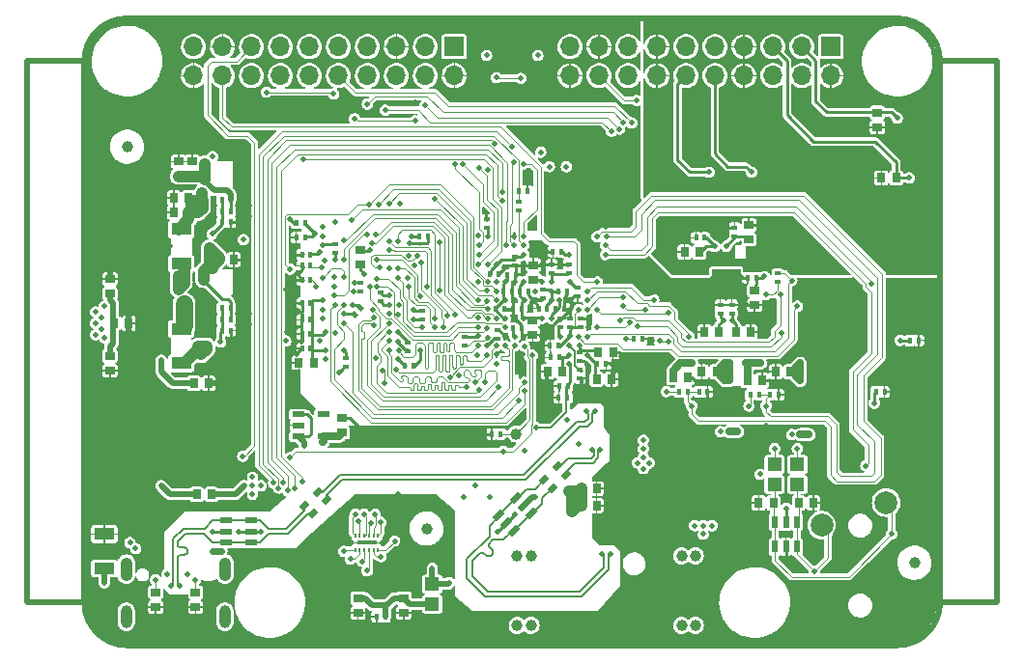
<source format=gbr>
G04 #@! TF.GenerationSoftware,KiCad,Pcbnew,6.0.0-d3dd2cf0fa~116~ubuntu20.04.1*
G04 #@! TF.CreationDate,2022-01-15T15:14:34-05:00*
G04 #@! TF.ProjectId,EX-PCB-10108-001,45582d50-4342-42d3-9130-3130382d3030,A*
G04 #@! TF.SameCoordinates,Original*
G04 #@! TF.FileFunction,Copper,L4,Bot*
G04 #@! TF.FilePolarity,Positive*
%FSLAX46Y46*%
G04 Gerber Fmt 4.6, Leading zero omitted, Abs format (unit mm)*
G04 Created by KiCad (PCBNEW 6.0.0-d3dd2cf0fa~116~ubuntu20.04.1) date 2022-01-15 15:14:34*
%MOMM*%
%LPD*%
G01*
G04 APERTURE LIST*
G04 Aperture macros list*
%AMRotRect*
0 Rectangle, with rotation*
0 The origin of the aperture is its center*
0 $1 length*
0 $2 width*
0 $3 Rotation angle, in degrees counterclockwise*
0 Add horizontal line*
21,1,$1,$2,0,0,$3*%
G04 Aperture macros list end*
G04 #@! TA.AperFunction,Profile*
%ADD10C,0.500000*%
G04 #@! TD*
G04 #@! TA.AperFunction,SMDPad,CuDef*
%ADD11C,2.000000*%
G04 #@! TD*
G04 #@! TA.AperFunction,ComponentPad*
%ADD12O,1.000000X2.000000*%
G04 #@! TD*
G04 #@! TA.AperFunction,ComponentPad*
%ADD13O,1.050000X2.100000*%
G04 #@! TD*
G04 #@! TA.AperFunction,SMDPad,CuDef*
%ADD14R,0.510000X0.450000*%
G04 #@! TD*
G04 #@! TA.AperFunction,SMDPad,CuDef*
%ADD15R,0.450000X0.510000*%
G04 #@! TD*
G04 #@! TA.AperFunction,SMDPad,CuDef*
%ADD16R,0.710000X0.810000*%
G04 #@! TD*
G04 #@! TA.AperFunction,SMDPad,CuDef*
%ADD17R,0.810000X0.710000*%
G04 #@! TD*
G04 #@! TA.AperFunction,ComponentPad*
%ADD18C,0.500000*%
G04 #@! TD*
G04 #@! TA.AperFunction,SMDPad,CuDef*
%ADD19R,2.500000X2.500000*%
G04 #@! TD*
G04 #@! TA.AperFunction,SMDPad,CuDef*
%ADD20R,0.200000X0.450000*%
G04 #@! TD*
G04 #@! TA.AperFunction,SMDPad,CuDef*
%ADD21R,1.800000X0.400000*%
G04 #@! TD*
G04 #@! TA.AperFunction,SMDPad,CuDef*
%ADD22C,1.000000*%
G04 #@! TD*
G04 #@! TA.AperFunction,SMDPad,CuDef*
%ADD23R,1.250000X1.150000*%
G04 #@! TD*
G04 #@! TA.AperFunction,SMDPad,CuDef*
%ADD24R,1.800000X1.070000*%
G04 #@! TD*
G04 #@! TA.AperFunction,ComponentPad*
%ADD25R,1.700000X1.700000*%
G04 #@! TD*
G04 #@! TA.AperFunction,ComponentPad*
%ADD26O,1.700000X1.700000*%
G04 #@! TD*
G04 #@! TA.AperFunction,ComponentPad*
%ADD27C,1.000000*%
G04 #@! TD*
G04 #@! TA.AperFunction,SMDPad,CuDef*
%ADD28R,0.550000X1.060000*%
G04 #@! TD*
G04 #@! TA.AperFunction,SMDPad,CuDef*
%ADD29R,1.060000X0.550000*%
G04 #@! TD*
G04 #@! TA.AperFunction,SMDPad,CuDef*
%ADD30RotRect,1.060000X0.550000X45.000000*%
G04 #@! TD*
G04 #@! TA.AperFunction,SMDPad,CuDef*
%ADD31RotRect,0.800000X0.500000X225.000000*%
G04 #@! TD*
G04 #@! TA.AperFunction,SMDPad,CuDef*
%ADD32R,1.060000X0.500000*%
G04 #@! TD*
G04 #@! TA.AperFunction,SMDPad,CuDef*
%ADD33RotRect,0.450000X0.510000X225.000000*%
G04 #@! TD*
G04 #@! TA.AperFunction,ViaPad*
%ADD34C,0.500000*%
G04 #@! TD*
G04 #@! TA.AperFunction,Conductor*
%ADD35C,0.250000*%
G04 #@! TD*
G04 #@! TA.AperFunction,Conductor*
%ADD36C,0.125000*%
G04 #@! TD*
G04 #@! TA.AperFunction,Conductor*
%ADD37C,0.500000*%
G04 #@! TD*
G04 #@! TA.AperFunction,Conductor*
%ADD38C,1.000000*%
G04 #@! TD*
G04 #@! TA.AperFunction,Conductor*
%ADD39C,0.650000*%
G04 #@! TD*
G04 #@! TA.AperFunction,Conductor*
%ADD40C,0.200000*%
G04 #@! TD*
G04 #@! TA.AperFunction,Conductor*
%ADD41C,0.115000*%
G04 #@! TD*
G04 #@! TA.AperFunction,Conductor*
%ADD42C,0.100000*%
G04 #@! TD*
G04 #@! TA.AperFunction,Conductor*
%ADD43C,0.700000*%
G04 #@! TD*
G04 #@! TA.AperFunction,Conductor*
%ADD44C,0.600000*%
G04 #@! TD*
G04 #@! TA.AperFunction,Conductor*
%ADD45C,1.500000*%
G04 #@! TD*
G04 APERTURE END LIST*
D10*
X41450000Y-85250000D02*
X46450000Y-85250000D01*
X41450000Y-132750000D02*
X46450000Y-132750000D01*
X121450000Y-132750000D02*
X126450000Y-132750000D01*
X126450000Y-85250000D02*
X121450000Y-85250000D01*
X126450000Y-85250000D02*
X126450000Y-132750000D01*
X41450000Y-85250000D02*
X41450000Y-132750000D01*
X121450000Y-85250000D02*
G75*
G03*
X117700000Y-81500000I-3750000J0D01*
G01*
X50200000Y-81500000D02*
G75*
G03*
X46450000Y-85250000I0J-3750000D01*
G01*
X46450000Y-132750000D02*
G75*
G03*
X50200000Y-136500000I3750000J0D01*
G01*
X117700000Y-136500000D02*
G75*
G03*
X121450000Y-132750000I0J3750000D01*
G01*
X46450000Y-85250000D02*
X46450000Y-132750000D01*
X117700000Y-136500000D02*
X50200000Y-136500000D01*
X117700000Y-81500000D02*
X50200000Y-81500000D01*
X121450000Y-85250000D02*
X121450000Y-132750000D01*
D11*
X116725000Y-123975000D03*
X111075000Y-125950000D03*
D12*
X50130000Y-134000000D03*
X58770000Y-134000000D03*
D13*
X50130000Y-129820000D03*
X58770000Y-129820000D03*
D14*
X103450000Y-99875000D03*
X103450000Y-100625000D03*
X102200000Y-106625000D03*
X102200000Y-107375000D03*
D15*
X104575000Y-104250000D03*
X105325000Y-104250000D03*
D14*
X103200000Y-106625000D03*
X103200000Y-107375000D03*
D15*
X119575000Y-109750000D03*
X118825000Y-109750000D03*
X116575000Y-114250000D03*
X115825000Y-114250000D03*
D16*
X100345000Y-102000000D03*
X99055000Y-102000000D03*
D15*
X100075000Y-100750000D03*
X100825000Y-100750000D03*
D17*
X104700000Y-100895000D03*
X104700000Y-99605000D03*
D16*
X102095000Y-109000000D03*
X100805000Y-109000000D03*
D17*
X105200000Y-105355000D03*
X105200000Y-106645000D03*
D16*
X103555000Y-109000000D03*
X104845000Y-109000000D03*
D15*
X88075000Y-113750000D03*
X88825000Y-113750000D03*
X88025000Y-114750000D03*
X88775000Y-114750000D03*
X87325000Y-111250000D03*
X88075000Y-111250000D03*
D14*
X89700000Y-105875000D03*
X89700000Y-105125000D03*
X107200000Y-103875000D03*
X107200000Y-104625000D03*
D18*
X101700000Y-105750000D03*
X101700000Y-104750000D03*
X101700000Y-103750000D03*
X102700000Y-105750000D03*
X102700000Y-104750000D03*
X102700000Y-103750000D03*
X103700000Y-105750000D03*
X103700000Y-104750000D03*
X103700000Y-103750000D03*
D19*
X102700000Y-104750000D03*
D20*
X71000000Y-128125000D03*
X71400000Y-128125000D03*
X71800000Y-128125000D03*
X72200000Y-128125000D03*
X70200000Y-128125000D03*
X70600000Y-128125000D03*
X71800000Y-126875000D03*
X72200000Y-126875000D03*
X71000000Y-126875000D03*
X71400000Y-126875000D03*
X70600000Y-126875000D03*
X70200000Y-126875000D03*
D21*
X71200000Y-127500000D03*
D17*
X56200000Y-133145000D03*
X56200000Y-131855000D03*
X52700000Y-133145000D03*
X52700000Y-131855000D03*
X115950000Y-91045000D03*
X115950000Y-89755000D03*
D16*
X116305000Y-95500000D03*
X117595000Y-95500000D03*
D15*
X100325000Y-114250000D03*
X101075000Y-114250000D03*
X98575000Y-114250000D03*
X99325000Y-114250000D03*
X106575000Y-114500000D03*
X107325000Y-114500000D03*
X104825000Y-114500000D03*
X105575000Y-114500000D03*
D22*
X119200000Y-129250000D03*
D23*
X106950000Y-122375000D03*
X106950000Y-120625000D03*
X108950000Y-122375000D03*
X108950000Y-120625000D03*
X76950000Y-131125000D03*
X76950000Y-132875000D03*
D24*
X54950000Y-111755000D03*
X54950000Y-108745000D03*
X54950000Y-103005000D03*
X54950000Y-99995000D03*
D16*
X56305000Y-123250000D03*
X57595000Y-123250000D03*
X106845000Y-124000000D03*
X105555000Y-124000000D03*
X109055000Y-124000000D03*
X110345000Y-124000000D03*
X88345000Y-112500000D03*
X87055000Y-112500000D03*
X101845000Y-112500000D03*
X100555000Y-112500000D03*
X104555000Y-113250000D03*
X105845000Y-113250000D03*
D17*
X74450000Y-132355000D03*
X74450000Y-133645000D03*
X70450000Y-132355000D03*
X70450000Y-133645000D03*
D15*
X72075000Y-134000000D03*
X72825000Y-134000000D03*
D16*
X108345000Y-112500000D03*
X107055000Y-112500000D03*
X56055000Y-113500000D03*
X57345000Y-113500000D03*
X49055000Y-108250000D03*
X50345000Y-108250000D03*
X90055000Y-122750000D03*
X91345000Y-122750000D03*
X90055000Y-124250000D03*
X91345000Y-124250000D03*
D17*
X48700000Y-111105000D03*
X48700000Y-112395000D03*
D16*
X98055000Y-113000000D03*
X99345000Y-113000000D03*
D17*
X48700000Y-105645000D03*
X48700000Y-104355000D03*
D25*
X111880000Y-83980000D03*
D26*
X111880000Y-86520000D03*
X109340000Y-83980000D03*
X109340000Y-86520000D03*
X106800000Y-83980000D03*
X106800000Y-86520000D03*
X104260000Y-83980000D03*
X104260000Y-86520000D03*
X101720000Y-83980000D03*
X101720000Y-86520000D03*
X99180000Y-83980000D03*
X99180000Y-86520000D03*
X96640000Y-83980000D03*
X96640000Y-86520000D03*
X94100000Y-83980000D03*
X94100000Y-86520000D03*
X91560000Y-83980000D03*
X91560000Y-86520000D03*
X89020000Y-83980000D03*
X89020000Y-86520000D03*
D25*
X78880000Y-83980000D03*
D26*
X78880000Y-86520000D03*
X76340000Y-83980000D03*
X76340000Y-86520000D03*
X73800000Y-83980000D03*
X73800000Y-86520000D03*
X71260000Y-83980000D03*
X71260000Y-86520000D03*
X68720000Y-83980000D03*
X68720000Y-86520000D03*
X66180000Y-83980000D03*
X66180000Y-86520000D03*
X63640000Y-83980000D03*
X63640000Y-86520000D03*
X61100000Y-83980000D03*
X61100000Y-86520000D03*
X58560000Y-83980000D03*
X58560000Y-86520000D03*
X56020000Y-83980000D03*
X56020000Y-86520000D03*
D27*
X98800000Y-128650000D03*
X100000000Y-128650000D03*
X100000000Y-134750000D03*
X98800000Y-134750000D03*
X84400000Y-134750000D03*
X85600000Y-134750000D03*
X84400000Y-128650000D03*
X85600000Y-128650000D03*
D28*
X108900000Y-127850000D03*
X107950000Y-127850000D03*
X107000000Y-127850000D03*
X107000000Y-125650000D03*
X108900000Y-125650000D03*
X107950000Y-125650000D03*
D29*
X61050000Y-125550000D03*
X61050000Y-126500000D03*
X61050000Y-127450000D03*
X58850000Y-127450000D03*
X58850000Y-125550000D03*
X58850000Y-126500000D03*
D30*
X84093934Y-126449569D03*
X83422183Y-125777817D03*
X82750431Y-125106066D03*
X84306066Y-123550431D03*
X85649569Y-124893934D03*
X84977817Y-124222183D03*
D31*
X67654594Y-123752513D03*
X66452513Y-124954594D03*
X65745406Y-124247487D03*
X66947487Y-123045406D03*
D24*
X48200000Y-129755000D03*
X48200000Y-126745000D03*
D31*
X88654594Y-121502513D03*
X87452513Y-122704594D03*
X86745406Y-121997487D03*
X87947487Y-120795406D03*
D15*
X95350000Y-109600000D03*
X94600000Y-109600000D03*
D14*
X84500000Y-98325000D03*
X84500000Y-97575000D03*
D15*
X84525000Y-96650000D03*
X85275000Y-96650000D03*
D14*
X81700000Y-99125000D03*
X81700000Y-99875000D03*
D22*
X76450000Y-126250000D03*
X50200000Y-92750000D03*
D15*
X59275000Y-106900000D03*
X58525000Y-106900000D03*
X59275000Y-98400000D03*
X58525000Y-98400000D03*
X58525000Y-99400000D03*
X59275000Y-99400000D03*
X58525000Y-107900000D03*
X59275000Y-107900000D03*
X58525000Y-97400000D03*
X59275000Y-97400000D03*
D16*
X55595000Y-97250000D03*
X54305000Y-97250000D03*
D17*
X69050000Y-117845000D03*
X69050000Y-116555000D03*
D32*
X67400000Y-118150000D03*
X67400000Y-116250000D03*
X65200000Y-116250000D03*
X65200000Y-117200000D03*
X65200000Y-118150000D03*
D22*
X84300000Y-117950000D03*
D15*
X82175000Y-117950000D03*
X82925000Y-117950000D03*
D16*
X55595000Y-98500000D03*
X54305000Y-98500000D03*
D15*
X58525000Y-108900000D03*
X59275000Y-108900000D03*
D16*
X91355000Y-113150000D03*
X92645000Y-113150000D03*
X91505000Y-110750000D03*
X92795000Y-110750000D03*
X58255000Y-102650000D03*
X59545000Y-102650000D03*
D14*
X84200000Y-103175000D03*
X84200000Y-102425000D03*
D15*
X65525000Y-103200000D03*
X66275000Y-103200000D03*
X65525000Y-104450000D03*
X66275000Y-104450000D03*
D14*
X70650000Y-105447599D03*
X70650000Y-104697599D03*
X79750000Y-109475000D03*
X79750000Y-110225000D03*
D17*
X54725000Y-95345000D03*
X54725000Y-94055000D03*
X55925000Y-95345000D03*
X55925000Y-94055000D03*
D15*
X87525000Y-101950000D03*
X88275000Y-101950000D03*
D14*
X89000000Y-107800000D03*
X89000000Y-108550000D03*
D15*
X82775000Y-103950000D03*
X82025000Y-103950000D03*
X65525000Y-102200000D03*
X66275000Y-102200000D03*
X65525000Y-106450000D03*
X66275000Y-106450000D03*
X65525000Y-107950000D03*
X66275000Y-107950000D03*
X65525000Y-110450000D03*
X66275000Y-110450000D03*
D14*
X69400000Y-111325000D03*
X69400000Y-112075000D03*
D33*
X70134835Y-107465165D03*
X70665165Y-106934835D03*
D15*
X75275000Y-111950000D03*
X74525000Y-111950000D03*
D14*
X74800000Y-109975000D03*
X74800000Y-110725000D03*
D15*
X76575000Y-100650000D03*
X75825000Y-100650000D03*
D14*
X68400000Y-101325000D03*
X68400000Y-102075000D03*
X72400000Y-105575000D03*
X72400000Y-106325000D03*
X76050000Y-107925000D03*
X76050000Y-107175000D03*
D15*
X65525000Y-109200000D03*
X66275000Y-109200000D03*
D17*
X70650000Y-103095000D03*
X70650000Y-101805000D03*
D15*
X83925000Y-105450000D03*
X83175000Y-105450000D03*
X83275000Y-106950000D03*
X82525000Y-106950000D03*
X84275000Y-104050000D03*
X83525000Y-104050000D03*
D14*
X82650000Y-108825000D03*
X82650000Y-109575000D03*
D15*
X65025000Y-100700000D03*
X65775000Y-100700000D03*
X65025000Y-99450000D03*
X65775000Y-99450000D03*
X84775000Y-108700000D03*
X84025000Y-108700000D03*
D17*
X85800000Y-104420000D03*
X85800000Y-103130000D03*
D14*
X88900000Y-103075000D03*
X88900000Y-103825000D03*
X87400000Y-103075000D03*
X87400000Y-103825000D03*
D15*
X92175000Y-111800000D03*
X91425000Y-111800000D03*
D17*
X85750000Y-107955000D03*
X85750000Y-109245000D03*
D15*
X85375000Y-105450000D03*
X84625000Y-105450000D03*
D14*
X89900000Y-111575000D03*
X89900000Y-110825000D03*
D15*
X88525000Y-106950000D03*
X87775000Y-106950000D03*
D14*
X88150000Y-107825000D03*
X88150000Y-108575000D03*
D15*
X84025000Y-106950000D03*
X84775000Y-106950000D03*
D14*
X89900000Y-113075000D03*
X89900000Y-112325000D03*
D15*
X86275000Y-106950000D03*
X87025000Y-106950000D03*
D14*
X86650000Y-106075000D03*
X86650000Y-105325000D03*
X89950000Y-107800000D03*
X89950000Y-108550000D03*
D15*
X88775000Y-105450000D03*
X88025000Y-105450000D03*
X87275000Y-110200000D03*
X88025000Y-110200000D03*
D16*
X66545000Y-111700000D03*
X65255000Y-111700000D03*
D34*
X84950000Y-109450000D03*
X86550000Y-109450000D03*
X87350000Y-108650000D03*
X86650000Y-108650000D03*
X84834988Y-110956490D03*
X85775000Y-106225000D03*
X84175000Y-107825000D03*
X84175000Y-106225000D03*
X83349998Y-109425000D03*
X80985632Y-109392490D03*
X81000000Y-107762467D03*
X82600000Y-111000000D03*
X67325000Y-101425000D03*
X67350000Y-107040012D03*
X67575000Y-111425000D03*
X67475002Y-102750000D03*
X67325000Y-99800000D03*
X68375000Y-105025000D03*
X68407510Y-109073618D03*
X67350000Y-107855024D03*
X71525000Y-101825000D03*
X69200000Y-107425000D03*
X69175000Y-110650000D03*
X64650000Y-101950000D03*
X80942495Y-104647889D03*
X74150000Y-97750000D03*
X74950000Y-101192490D03*
X75388154Y-103211846D03*
X75300000Y-107950000D03*
X73963466Y-109025000D03*
X72007510Y-111300000D03*
X73999118Y-106616832D03*
X73144696Y-105807655D03*
X90360541Y-113752839D03*
X84951243Y-103001243D03*
X84149996Y-104649996D03*
X84950002Y-103800000D03*
X80923436Y-111027100D03*
X79291743Y-112784562D03*
X65175000Y-112775000D03*
X67050000Y-109750000D03*
X84450000Y-116700000D03*
X90575000Y-111850000D03*
X80964484Y-100587490D03*
X88197515Y-103062509D03*
X86536439Y-103062510D03*
X89039948Y-107029994D03*
X59400000Y-110150000D03*
X60400000Y-102650000D03*
X89030551Y-106221806D03*
X72800000Y-117849990D03*
X93480658Y-111124538D03*
X92937457Y-112497399D03*
X95554994Y-116187510D03*
X95080000Y-114380000D03*
X79199673Y-117621969D03*
X91312510Y-114750000D03*
X65075000Y-110950012D03*
X64860000Y-107210000D03*
X65200000Y-103875000D03*
X90575000Y-101425000D03*
X84145442Y-100606948D03*
X91400978Y-103798391D03*
X93533311Y-117247490D03*
X88800000Y-116700000D03*
X87450000Y-116500000D03*
X65442630Y-109830918D03*
X75892150Y-110582150D03*
X53375000Y-102525000D03*
X53950000Y-101500000D03*
X57500021Y-106000012D03*
X90584263Y-108574989D03*
X112700000Y-112750000D03*
X86520052Y-101429995D03*
X96200000Y-104750000D03*
X96200000Y-105500000D03*
X99450000Y-108500000D03*
X117450000Y-114250000D03*
X120450000Y-109750000D03*
X107700000Y-115500000D03*
X106950000Y-113500000D03*
X103700000Y-114000000D03*
X101200000Y-115250000D03*
X100200000Y-113500000D03*
X100950000Y-111600000D03*
X61950000Y-126500000D03*
X59950000Y-126500000D03*
X52700000Y-134000000D03*
X56200000Y-134000000D03*
X48200000Y-133500000D03*
X60050000Y-92900000D03*
X55950000Y-93000000D03*
X54700000Y-93000000D03*
X53450000Y-97250000D03*
X53450000Y-98500000D03*
X47450000Y-125500000D03*
X48200000Y-125500000D03*
X48950000Y-125500000D03*
X48700000Y-113500000D03*
X50700000Y-109250000D03*
X50700000Y-107250000D03*
X59690000Y-115530000D03*
X59700000Y-114500000D03*
X59700000Y-113500000D03*
X59700000Y-112500000D03*
X59700000Y-111500000D03*
X58450000Y-111000000D03*
X49550010Y-102462363D03*
X96200000Y-109750000D03*
X71950000Y-134750000D03*
X69450000Y-133750000D03*
X74450000Y-134500000D03*
X92450000Y-124250000D03*
X92700000Y-119500000D03*
X93950000Y-119500000D03*
X82700000Y-126500000D03*
X84200000Y-125000000D03*
X102200000Y-121000000D03*
X99200000Y-121000000D03*
X107950000Y-129000000D03*
X81650000Y-98500000D03*
X64750000Y-115400000D03*
X52050000Y-100500000D03*
X52150000Y-98500000D03*
X52250000Y-101900000D03*
X48850000Y-115300000D03*
X48550000Y-116800000D03*
X52250000Y-115300000D03*
X52350000Y-117600000D03*
X75450000Y-88900000D03*
X85350000Y-95600000D03*
X95550000Y-111500000D03*
X68950000Y-89250000D03*
X105950000Y-108500000D03*
X70200000Y-130000000D03*
X69450000Y-132500000D03*
X62025000Y-92000000D03*
X57875000Y-87925000D03*
X56225000Y-101450000D03*
X89780000Y-99830000D03*
X73250000Y-126600000D03*
X68070000Y-127250000D03*
X68790000Y-129110000D03*
X120580000Y-131640000D03*
X114860000Y-135610000D03*
X120700000Y-106250000D03*
X120700000Y-113500000D03*
X120700000Y-119750000D03*
X120700000Y-125500000D03*
X108200000Y-135750000D03*
X81950000Y-135750000D03*
X76200000Y-135750000D03*
X67950000Y-135750000D03*
X60200000Y-135750000D03*
X53200000Y-135750000D03*
X47450000Y-123250000D03*
X47450000Y-116500000D03*
X47450000Y-93500000D03*
X47450000Y-88750000D03*
X53700000Y-82250000D03*
X90200000Y-82250000D03*
X89450000Y-92000000D03*
X90950000Y-95500000D03*
X73950000Y-123250000D03*
X79700000Y-123500000D03*
X77950000Y-128750000D03*
X64200000Y-128500000D03*
X95200000Y-131750000D03*
X104450000Y-127000000D03*
X103200000Y-122750000D03*
X106200000Y-117250000D03*
X99700000Y-117250000D03*
X64100000Y-105250000D03*
X60400000Y-109800000D03*
X57140000Y-108110000D03*
X92181999Y-99787490D03*
X95700000Y-128000000D03*
X96950000Y-126500000D03*
X96950000Y-125500000D03*
X96950000Y-127250000D03*
X95950000Y-128750000D03*
X87750000Y-98800000D03*
X90950000Y-97800000D03*
X60930000Y-97940000D03*
X60910000Y-98890000D03*
X64200000Y-108990000D03*
X60900000Y-107420000D03*
X60900000Y-108370000D03*
X52700000Y-124000000D03*
X113950000Y-109250000D03*
X113950000Y-106000000D03*
X119200000Y-116750000D03*
X95700000Y-122500000D03*
X81950000Y-123500000D03*
X80700000Y-122500000D03*
X110950000Y-119250000D03*
X113700000Y-123500000D03*
X110950000Y-127500000D03*
X112700000Y-129000000D03*
X109950000Y-110500000D03*
X112200000Y-109500000D03*
X109700000Y-108250000D03*
X110200000Y-105750000D03*
X108950000Y-105500000D03*
X111200000Y-105500000D03*
X111700000Y-104500000D03*
X55950000Y-91000000D03*
X51700000Y-95750000D03*
X113450000Y-120750000D03*
X83200000Y-88250000D03*
X85825000Y-99875000D03*
X110375000Y-122575000D03*
X88944989Y-111839545D03*
X54708540Y-104109173D03*
X54700000Y-105250000D03*
X55275000Y-104675000D03*
X105700000Y-111750000D03*
X104450000Y-111750000D03*
X99700000Y-111750000D03*
X98700000Y-111750000D03*
X48945000Y-110045000D03*
X48945000Y-106455000D03*
X48200000Y-106750000D03*
X47950000Y-107750000D03*
X47950000Y-108750000D03*
X48200000Y-109500000D03*
X47450000Y-109250000D03*
X47450000Y-108250000D03*
X47450000Y-107250000D03*
X56450000Y-110250000D03*
X57200000Y-110250000D03*
X56700000Y-111000000D03*
X95450000Y-121000000D03*
X65699990Y-118999990D03*
X95450000Y-120000000D03*
X95950000Y-120500000D03*
X94950000Y-120500000D03*
X95450000Y-119250000D03*
X95450000Y-118500000D03*
X86050000Y-117400000D03*
X57650000Y-100400000D03*
X58400000Y-109900000D03*
X67350000Y-106232510D03*
X67125000Y-102025000D03*
X67567490Y-109025000D03*
X73975000Y-111425000D03*
X67350000Y-100625000D03*
X67575000Y-110625000D03*
X87375000Y-105425000D03*
X75162181Y-100631247D03*
X68742490Y-112550000D03*
X64477521Y-99125000D03*
X83375000Y-104625000D03*
X83375000Y-106225000D03*
X83375000Y-107825000D03*
X73975000Y-109825000D03*
X69950000Y-106650000D03*
X68393161Y-104206839D03*
X73175000Y-103450008D03*
X73981440Y-107451061D03*
X74902057Y-102307510D03*
X73146362Y-106606044D03*
X71000000Y-103900000D03*
X85970001Y-105460000D03*
X87394140Y-106244140D03*
X56900000Y-104400000D03*
X56900000Y-103650000D03*
X57650000Y-103400000D03*
X57400000Y-101650000D03*
X57700000Y-93625000D03*
X89055010Y-104650000D03*
X84991068Y-102267079D03*
X89800000Y-107025000D03*
X82563901Y-103087522D03*
X88962490Y-102225000D03*
X57050000Y-95050000D03*
X57050000Y-95800000D03*
X57050000Y-94275000D03*
X81822394Y-100614389D03*
X88977101Y-109373438D03*
X88700000Y-94500000D03*
X87200000Y-94500000D03*
X86450000Y-93250000D03*
X117950000Y-109750000D03*
X115700000Y-115250000D03*
X104700000Y-115500000D03*
X109949994Y-118000000D03*
X109200000Y-118000000D03*
X108450000Y-118000000D03*
X103699994Y-117750000D03*
X102200000Y-117750000D03*
X102950000Y-117750000D03*
X97450000Y-114250000D03*
X78450000Y-131000000D03*
X76950000Y-129750000D03*
X105700000Y-121500000D03*
X81700000Y-84750000D03*
X86200000Y-84750000D03*
X81846408Y-94791082D03*
X64102510Y-109800000D03*
X84975000Y-107825000D03*
X87375000Y-107825000D03*
X86575000Y-107825000D03*
X85000000Y-106225000D03*
X84975000Y-104625000D03*
X88049990Y-106260057D03*
X88150000Y-109450000D03*
X89839950Y-110229992D03*
X86600000Y-104600000D03*
X87400000Y-104650000D03*
X66675000Y-100350000D03*
X68400000Y-102625000D03*
X81775000Y-110225000D03*
X75300000Y-107050000D03*
X81780000Y-109489961D03*
X70075000Y-105425000D03*
X70100000Y-104675000D03*
X66765728Y-105012811D03*
X67225000Y-103375000D03*
X68350004Y-105825000D03*
X71263617Y-100460044D03*
X67329800Y-104233033D03*
X69175007Y-104187779D03*
X72070394Y-104996702D03*
X80975000Y-108577479D03*
X81782510Y-104576801D03*
X71430092Y-97842490D03*
X64499994Y-103500000D03*
X85027479Y-113446250D03*
X69175000Y-108225000D03*
X68400000Y-106600000D03*
X85000008Y-114200000D03*
X69175000Y-106625000D03*
X84550000Y-115050000D03*
X84175000Y-110224998D03*
X71800000Y-107750000D03*
X82780741Y-113880741D03*
X71749994Y-107050000D03*
X83375000Y-110225000D03*
X71800006Y-108450000D03*
X82575000Y-111825000D03*
X73157855Y-107421056D03*
X78549998Y-112950000D03*
X82550014Y-110225000D03*
X83375000Y-108625004D03*
X72051422Y-104350010D03*
X82553407Y-107830176D03*
X71955654Y-100460045D03*
X69200002Y-102625000D03*
X81800000Y-107000000D03*
X74757692Y-104247843D03*
X82572369Y-104629075D03*
X81557005Y-113377003D03*
X73145314Y-108236067D03*
X81016261Y-114091261D03*
X73159989Y-109043151D03*
X81750000Y-111025000D03*
X73799992Y-112350000D03*
X81775000Y-108655023D03*
X71450381Y-105057737D03*
X81802576Y-107840012D03*
X71640949Y-101203887D03*
X69193161Y-101006839D03*
X81775000Y-106272522D03*
X68425000Y-99350000D03*
X77200002Y-97300000D03*
X82539117Y-106189117D03*
X82575000Y-105425000D03*
X72210613Y-97800000D03*
X80741993Y-113425000D03*
X73166576Y-110640113D03*
X73150000Y-109800000D03*
X79950000Y-113850000D03*
X73995017Y-110641784D03*
X80950000Y-110212089D03*
X80964085Y-106207456D03*
X69900000Y-99200000D03*
X81749936Y-105392444D03*
X73150000Y-97750000D03*
X73974999Y-104262214D03*
X76100000Y-108600000D03*
X75953074Y-102922997D03*
X77950003Y-108599997D03*
X73162247Y-101037013D03*
X78250170Y-107535014D03*
X72050000Y-102675000D03*
X75908195Y-105838089D03*
X72758081Y-113509979D03*
X72610160Y-112363696D03*
X74900002Y-105050000D03*
X77202448Y-108615011D03*
X73975000Y-103425000D03*
X77200000Y-107800000D03*
X73975000Y-101050000D03*
X78950000Y-107519729D03*
X76457510Y-105050000D03*
X73188619Y-101792490D03*
X72304846Y-103374990D03*
X75600000Y-102307510D03*
X77600000Y-105350000D03*
X77600000Y-101175000D03*
X85008768Y-110258768D03*
X85750000Y-111050000D03*
X83150000Y-119500000D03*
X60350000Y-119900000D03*
X64464924Y-120045084D03*
X67300000Y-118700000D03*
X88925000Y-110225002D03*
X85000000Y-119400000D03*
X89750000Y-118800000D03*
X84218902Y-109439227D03*
X90575000Y-111075010D03*
X60400000Y-100900000D03*
X61200000Y-122500000D03*
X57700000Y-128250000D03*
X50950000Y-128000000D03*
X50450000Y-127500000D03*
X58450000Y-128250000D03*
X61200000Y-121750000D03*
X61200000Y-123250000D03*
X61950000Y-122500000D03*
X60450000Y-122500000D03*
X53200000Y-111500000D03*
X53200000Y-122500000D03*
X100700000Y-126000000D03*
X99950000Y-126000000D03*
X101450000Y-126000000D03*
X100700000Y-126750000D03*
X72950000Y-133000000D03*
X71950000Y-133000000D03*
X84700000Y-86750000D03*
X82550000Y-86699996D03*
X84987086Y-101379535D03*
X81025000Y-102275000D03*
X79650000Y-94300000D03*
X54075000Y-131250000D03*
X55450000Y-130250000D03*
X53700000Y-130250000D03*
X54825000Y-131250000D03*
X56775000Y-96825000D03*
X56800000Y-98150000D03*
X56797353Y-97480375D03*
X55300010Y-106145709D03*
X55300010Y-106900000D03*
X55300010Y-107689050D03*
X89200000Y-124750000D03*
X88950000Y-123000000D03*
X85925000Y-123475000D03*
X102450000Y-108000000D03*
X103200000Y-108000000D03*
X106075022Y-104144006D03*
X109200000Y-112500000D03*
X109200000Y-111750000D03*
X109200000Y-113250000D03*
X71612282Y-125736280D03*
X63469029Y-122693891D03*
X102700000Y-101500000D03*
X102950000Y-112500000D03*
X102950000Y-111750000D03*
X102949986Y-113250000D03*
X88944989Y-111026219D03*
X117700000Y-90250000D03*
X118750000Y-95500000D03*
X110200000Y-102750000D03*
X111450000Y-103500000D03*
X108950000Y-103500000D03*
X108950000Y-102750000D03*
X111450000Y-102750000D03*
X97450000Y-94500000D03*
X97700000Y-96250000D03*
X102200000Y-95000000D03*
X104700000Y-94000000D03*
X110700000Y-94000000D03*
X100950000Y-99250000D03*
X102200000Y-100750000D03*
X114950000Y-95500000D03*
X114950000Y-90700000D03*
X120700000Y-87750000D03*
X120700000Y-92250000D03*
X120700000Y-97250000D03*
X120700000Y-102000000D03*
X97700000Y-82250000D03*
X104950000Y-82250000D03*
X113450000Y-82250000D03*
X97450000Y-90200000D03*
X99150000Y-102900000D03*
X105150000Y-102200000D03*
X105950000Y-99500000D03*
X111450000Y-95750000D03*
X117450000Y-102500000D03*
X114200000Y-88500000D03*
X101700000Y-101500000D03*
X101200000Y-95000000D03*
X57700000Y-126500000D03*
X107950000Y-124500000D03*
X48200000Y-131000000D03*
X110450000Y-130000000D03*
X117200000Y-126750000D03*
X104950000Y-95000000D03*
X80975000Y-103075000D03*
X81070052Y-94598104D03*
X91375000Y-108575000D03*
X94250000Y-108200000D03*
X94850000Y-88700000D03*
X76325000Y-89125000D03*
X93337490Y-91200000D03*
X72825000Y-89550000D03*
X92650000Y-91400000D03*
X95641674Y-107025052D03*
X96849954Y-109777035D03*
X97674966Y-109837490D03*
X93650000Y-106700000D03*
X106950000Y-119250000D03*
X90575000Y-106225000D03*
X108950000Y-119250000D03*
X99450000Y-109400000D03*
X91675000Y-119349990D03*
X90925000Y-119349990D03*
X90425000Y-115950000D03*
X91175000Y-115950000D03*
X93900000Y-109600000D03*
X106200000Y-105750000D03*
X107450000Y-105750000D03*
X93450000Y-108000000D03*
X114950000Y-120750000D03*
X92120050Y-102229996D03*
X52700000Y-130750000D03*
X56200000Y-130750000D03*
X70820099Y-129128386D03*
X71240000Y-129959998D03*
X72442185Y-128715876D03*
X73650000Y-127350000D03*
X69200000Y-128250000D03*
X69791639Y-128941636D03*
X84120050Y-101429994D03*
X82450000Y-92500000D03*
X71950000Y-125000000D03*
X63881539Y-122250000D03*
X84066369Y-94144506D03*
X72437294Y-125722191D03*
X83050000Y-97500000D03*
X65550000Y-122150000D03*
X84990002Y-100610000D03*
X84950000Y-94250000D03*
X83950000Y-92750000D03*
X63037490Y-122250000D03*
X70950000Y-125000000D03*
X64294049Y-122933753D03*
X70483312Y-125633310D03*
X83387501Y-101378686D03*
X70200000Y-125000000D03*
X64864566Y-122747944D03*
X83050000Y-96700000D03*
X90550000Y-105425000D03*
X96350006Y-106200000D03*
X91350000Y-107050000D03*
X97658311Y-107291689D03*
X90550000Y-107025000D03*
X93675000Y-90625000D03*
X71259996Y-89015004D03*
X93650000Y-106000000D03*
X94425000Y-90675000D03*
X62425000Y-87975000D03*
X68307490Y-88120811D03*
X81025000Y-101425000D03*
X78950000Y-94312510D03*
X70150000Y-90300000D03*
X75450000Y-90500000D03*
X81808767Y-103058767D03*
X65625000Y-93850000D03*
X91425000Y-104625000D03*
X90575000Y-109400000D03*
X108450000Y-104500000D03*
X89775000Y-109450000D03*
X108950000Y-106750000D03*
X94950000Y-108500000D03*
X107550000Y-109100000D03*
X91825000Y-128500000D03*
X92575000Y-128500000D03*
X106200000Y-115500000D03*
X92200000Y-100650000D03*
X99700000Y-115500000D03*
X91400000Y-100650000D03*
X92151248Y-101401248D03*
X115450000Y-104750000D03*
D35*
X88425000Y-107025000D02*
X88425000Y-107000000D01*
X85775000Y-106225000D02*
X85375000Y-105825000D01*
X85375000Y-105825000D02*
X85375000Y-105425000D01*
X86175000Y-106825000D02*
X86175000Y-106625000D01*
X86175000Y-106625000D02*
X85775000Y-106225000D01*
X84050000Y-107025000D02*
X84050000Y-107700000D01*
X84050000Y-107700000D02*
X84175000Y-107825000D01*
X83300000Y-107025000D02*
X84050000Y-107025000D01*
X84050000Y-107025000D02*
X84050000Y-106350000D01*
X84050000Y-106350000D02*
X84175000Y-106225000D01*
X65625000Y-103300000D02*
X65625000Y-103275000D01*
X65625000Y-102125000D02*
X65525000Y-102125000D01*
X68400000Y-101275000D02*
X67475000Y-101275000D01*
X67475000Y-101275000D02*
X67325000Y-101425000D01*
X82575000Y-108800000D02*
X82724998Y-108800000D01*
X82724998Y-108800000D02*
X83349998Y-109425000D01*
X70725000Y-101875000D02*
X71475000Y-101875000D01*
X71475000Y-101875000D02*
X71525000Y-101825000D01*
X70119670Y-107380330D02*
X69244670Y-107380330D01*
X69244670Y-107380330D02*
X69200000Y-107425000D01*
X69400000Y-111300000D02*
X69400000Y-110875000D01*
X69400000Y-110875000D02*
X69175000Y-110650000D01*
X64899999Y-101700001D02*
X64650000Y-101950000D01*
X65025000Y-101575000D02*
X64899999Y-101700001D01*
X75825000Y-101275000D02*
X75812373Y-101262373D01*
X76467627Y-101262373D02*
X76575000Y-101155000D01*
X76575000Y-101155000D02*
X76575000Y-100650000D01*
X75812373Y-101262373D02*
X76467627Y-101262373D01*
X75812373Y-101262373D02*
X75742490Y-101192490D01*
X75742490Y-101192490D02*
X75303553Y-101192490D01*
X75303553Y-101192490D02*
X74950000Y-101192490D01*
X80903122Y-109475000D02*
X80985632Y-109392490D01*
X79750000Y-109475000D02*
X80903122Y-109475000D01*
X76050000Y-107950000D02*
X75300000Y-107950000D01*
X76100000Y-107900000D02*
X76050000Y-107950000D01*
X74800000Y-109861534D02*
X73963466Y-109025000D01*
X74800000Y-109975000D02*
X74800000Y-109861534D01*
X72791143Y-105807655D02*
X73144696Y-105807655D01*
X72632655Y-105807655D02*
X72791143Y-105807655D01*
X72500000Y-105675000D02*
X72632655Y-105807655D01*
X84149996Y-104296443D02*
X84149996Y-104649996D01*
X84149996Y-104075004D02*
X84149996Y-104296443D01*
X84250000Y-103975000D02*
X84149996Y-104075004D01*
X84951243Y-103798759D02*
X84950002Y-103800000D01*
X84951243Y-103001243D02*
X84951243Y-103798759D01*
X83925000Y-104874992D02*
X84149996Y-104649996D01*
X84175000Y-106225000D02*
X83925000Y-105975000D01*
X83925000Y-105975000D02*
X83925000Y-104874992D01*
X88150000Y-107825000D02*
X88075000Y-107825000D01*
X87599999Y-108400001D02*
X87350000Y-108650000D01*
X87599999Y-108300001D02*
X87599999Y-108400001D01*
X88075000Y-107825000D02*
X87599999Y-108300001D01*
X64650000Y-101950000D02*
X64650000Y-102325000D01*
X84275000Y-103250000D02*
X84200000Y-103175000D01*
X84275000Y-103950000D02*
X84275000Y-103250000D01*
X84800002Y-103950000D02*
X84950002Y-103800000D01*
X84275000Y-103950000D02*
X84800002Y-103950000D01*
X84777486Y-103175000D02*
X84951243Y-103001243D01*
X84200000Y-103175000D02*
X84777486Y-103175000D01*
X84775000Y-108425000D02*
X84175000Y-107825000D01*
X84775000Y-108700000D02*
X84775000Y-108425000D01*
X86475000Y-106225000D02*
X86128553Y-106225000D01*
X86675000Y-106025000D02*
X86475000Y-106225000D01*
X86128553Y-106225000D02*
X85775000Y-106225000D01*
X82775000Y-103950000D02*
X82775000Y-103876957D01*
X90275000Y-111550000D02*
X90325001Y-111600001D01*
X90000000Y-111550000D02*
X90275000Y-111550000D01*
X90325001Y-111600001D02*
X90575000Y-111850000D01*
X86889992Y-103062510D02*
X86536439Y-103062510D01*
X88551068Y-103062509D02*
X88197515Y-103062509D01*
X87262510Y-103062510D02*
X86889992Y-103062510D01*
X88712509Y-103062509D02*
X88551068Y-103062509D01*
X88825000Y-103175000D02*
X88712509Y-103062509D01*
X87375000Y-103175000D02*
X87262510Y-103062510D01*
X86468949Y-103130000D02*
X86536439Y-103062510D01*
X85800000Y-103130000D02*
X86468949Y-103130000D01*
X85080000Y-103130000D02*
X84951243Y-103001243D01*
X85800000Y-103130000D02*
X85080000Y-103130000D01*
X88775000Y-105450000D02*
X88775000Y-105675000D01*
X88775000Y-105675000D02*
X88525000Y-105925000D01*
X88525000Y-105925000D02*
X88525000Y-106950000D01*
X89039948Y-107383547D02*
X89039948Y-107029994D01*
X89039948Y-107785052D02*
X89039948Y-107383547D01*
X88975000Y-107850000D02*
X89039948Y-107785052D01*
X88094942Y-107975000D02*
X88789949Y-107279993D01*
X88025000Y-107975000D02*
X88094942Y-107975000D01*
X88789949Y-107279993D02*
X89039948Y-107029994D01*
X59275000Y-108900000D02*
X59275000Y-110025000D01*
X59275000Y-110025000D02*
X59400000Y-110150000D01*
X59545000Y-102650000D02*
X60400000Y-102650000D01*
X59275000Y-99400000D02*
X60150000Y-99400000D01*
X89452357Y-105800000D02*
X89030551Y-106221806D01*
X89750000Y-105800000D02*
X89452357Y-105800000D01*
X69050000Y-116555000D02*
X69705000Y-116555000D01*
X70999990Y-117849990D02*
X72800000Y-117849990D01*
X69705000Y-116555000D02*
X70999990Y-117849990D01*
X92687458Y-112747398D02*
X92937457Y-112497399D01*
X92575000Y-113125000D02*
X92575000Y-112859856D01*
X92575000Y-112859856D02*
X92687458Y-112747398D01*
X92695000Y-112950000D02*
X92695000Y-112739856D01*
X92695000Y-112739856D02*
X92937457Y-112497399D01*
X84775000Y-109275000D02*
X84950000Y-109450000D01*
X84775000Y-108700000D02*
X84775000Y-109275000D01*
X82175000Y-117950000D02*
X79527704Y-117950000D01*
X79527704Y-117950000D02*
X79199673Y-117621969D01*
X65075000Y-110900000D02*
X65075000Y-110950012D01*
X65525000Y-107950000D02*
X65525000Y-107377516D01*
X65525000Y-107377516D02*
X65472484Y-107325000D01*
X65525000Y-107272484D02*
X65472484Y-107325000D01*
X65525000Y-106450000D02*
X65525000Y-107272484D01*
X88954896Y-107075000D02*
X89039948Y-106989948D01*
X88650000Y-107075000D02*
X88954896Y-107075000D01*
X89039948Y-106989948D02*
X89039948Y-107029994D01*
X88525000Y-106950000D02*
X88650000Y-107075000D01*
X84950002Y-103175000D02*
X84950002Y-103800000D01*
X84200000Y-103175000D02*
X84950002Y-103175000D01*
X93480658Y-110905658D02*
X93480658Y-111124538D01*
X93350000Y-110775000D02*
X93480658Y-110905658D01*
X93100000Y-110775000D02*
X93350000Y-110775000D01*
X92900000Y-112125000D02*
X92900000Y-112459942D01*
X92525000Y-111750000D02*
X92900000Y-112125000D01*
X92900000Y-112459942D02*
X92937457Y-112497399D01*
X92100000Y-111750000D02*
X92525000Y-111750000D01*
X90307702Y-113700000D02*
X90360541Y-113752839D01*
X90025000Y-113700000D02*
X90307702Y-113700000D01*
X90000000Y-113675000D02*
X90025000Y-113700000D01*
X90000000Y-113150000D02*
X90000000Y-113675000D01*
X87486674Y-113300000D02*
X87513325Y-113326651D01*
X86900000Y-113150000D02*
X87050000Y-113300000D01*
X87050000Y-113300000D02*
X87486674Y-113300000D01*
X86900000Y-112400000D02*
X86900000Y-113150000D01*
X65525000Y-106450000D02*
X65150000Y-106450000D01*
X65525000Y-104450000D02*
X64775000Y-104450000D01*
X65200000Y-104050000D02*
X65200000Y-103875000D01*
X65600000Y-104450000D02*
X65200000Y-104050000D01*
X65625000Y-104450000D02*
X65600000Y-104450000D01*
X82775000Y-103950000D02*
X82775000Y-103925000D01*
X83525000Y-103175000D02*
X84200000Y-103175000D01*
X82775000Y-103925000D02*
X83525000Y-103175000D01*
X65472484Y-107325000D02*
X65472484Y-109801064D01*
X65525000Y-109200000D02*
X65525000Y-109748548D01*
X65472484Y-109801064D02*
X65442630Y-109830918D01*
X65525000Y-109748548D02*
X65442630Y-109830918D01*
X75892150Y-111457850D02*
X75892150Y-110935703D01*
X75892150Y-110935703D02*
X75892150Y-110582150D01*
X75375000Y-111975000D02*
X75892150Y-111457850D01*
X89950000Y-107800000D02*
X90455000Y-107800000D01*
X90455000Y-107800000D02*
X90584263Y-107929263D01*
X90584263Y-107929263D02*
X90584263Y-108574989D01*
X87525000Y-101950000D02*
X87040057Y-101950000D01*
X87040057Y-101950000D02*
X86520052Y-101429995D01*
X102700000Y-104750000D02*
X102700000Y-103895000D01*
X104200000Y-104250000D02*
X103700000Y-103750000D01*
X104575000Y-104250000D02*
X104200000Y-104250000D01*
X104595000Y-106645000D02*
X103700000Y-105750000D01*
X105200000Y-106645000D02*
X104595000Y-106645000D01*
D36*
X107325000Y-115125000D02*
X107700000Y-115500000D01*
X107325000Y-114500000D02*
X107325000Y-115125000D01*
D35*
X101075000Y-115125000D02*
X101200000Y-115250000D01*
X101075000Y-114250000D02*
X101075000Y-115125000D01*
D37*
X50345000Y-108895000D02*
X50700000Y-109250000D01*
X50345000Y-108250000D02*
X50345000Y-108895000D01*
X50345000Y-107605000D02*
X50700000Y-107250000D01*
X50345000Y-108250000D02*
X50345000Y-107605000D01*
X57345000Y-113500000D02*
X59700000Y-113500000D01*
X48700000Y-104355000D02*
X48700000Y-103312373D01*
X48700000Y-103312373D02*
X49550010Y-102462363D01*
D35*
X107950000Y-129000000D02*
X107950000Y-127850000D01*
X81775000Y-99200000D02*
X81650000Y-99075000D01*
X81650000Y-99075000D02*
X81650000Y-98853553D01*
X81650000Y-98853553D02*
X81650000Y-98500000D01*
X99700000Y-113000000D02*
X100200000Y-113500000D01*
X99345000Y-113000000D02*
X99700000Y-113000000D01*
X106700000Y-113250000D02*
X106950000Y-113500000D01*
X105845000Y-113250000D02*
X106700000Y-113250000D01*
X65462516Y-107210000D02*
X65525000Y-107272484D01*
X64860000Y-107210000D02*
X65462516Y-107210000D01*
X65525000Y-103550000D02*
X65200000Y-103875000D01*
X65525000Y-103200000D02*
X65525000Y-103550000D01*
X64900000Y-102200000D02*
X64650000Y-101950000D01*
X65525000Y-102200000D02*
X64900000Y-102200000D01*
X65075000Y-110875000D02*
X65075000Y-110950012D01*
X65500000Y-110450000D02*
X65075000Y-110875000D01*
X65525000Y-110450000D02*
X65500000Y-110450000D01*
X61050000Y-126500000D02*
X61950000Y-126500000D01*
X61050000Y-126500000D02*
X59950000Y-126500000D01*
X83422183Y-125777817D02*
X84200000Y-125000000D01*
X83422183Y-125777817D02*
X82700000Y-126500000D01*
X65980000Y-116250000D02*
X66300000Y-116570000D01*
X65200000Y-116250000D02*
X65980000Y-116250000D01*
X66300000Y-116570000D02*
X66300000Y-117950000D01*
X66100000Y-118150000D02*
X65200000Y-118150000D01*
X66300000Y-117950000D02*
X66100000Y-118150000D01*
D38*
X55200000Y-103125000D02*
X55200000Y-103750000D01*
X55200000Y-103750000D02*
X54840827Y-104109173D01*
X54840827Y-104109173D02*
X54708540Y-104109173D01*
X55200000Y-103125000D02*
X55200000Y-104750000D01*
X55200000Y-104750000D02*
X54700000Y-105250000D01*
X55200000Y-103750000D02*
X55200000Y-104627392D01*
X55200000Y-104627392D02*
X55205356Y-104632748D01*
X54708540Y-105241460D02*
X54700000Y-105250000D01*
X54708540Y-104109173D02*
X54708540Y-105241460D01*
D39*
X105700000Y-111750000D02*
X104450000Y-111750000D01*
X104555000Y-111855000D02*
X104450000Y-111750000D01*
X104555000Y-113250000D02*
X104555000Y-111855000D01*
X99700000Y-111750000D02*
X98700000Y-111750000D01*
X98055000Y-112395000D02*
X98700000Y-111750000D01*
X98055000Y-113000000D02*
X98055000Y-112395000D01*
D37*
X48700000Y-110290000D02*
X48945000Y-110045000D01*
X48700000Y-111105000D02*
X48700000Y-110290000D01*
X48700000Y-106210000D02*
X48945000Y-106455000D01*
X48700000Y-105645000D02*
X48700000Y-106210000D01*
X48945000Y-106455000D02*
X48945000Y-110045000D01*
D38*
X56450000Y-110500000D02*
X56450000Y-110250000D01*
X55200000Y-111750000D02*
X56450000Y-110500000D01*
X56450000Y-110250000D02*
X57200000Y-110250000D01*
D35*
X56450000Y-110250000D02*
X56700000Y-110500000D01*
X56949999Y-111249999D02*
X56700000Y-111000000D01*
X56700000Y-110500000D02*
X56700000Y-111000000D01*
D38*
X57200000Y-110500000D02*
X57200000Y-110250000D01*
X56700000Y-111000000D02*
X57200000Y-110500000D01*
D35*
X89000000Y-111894556D02*
X88944989Y-111839545D01*
X89000000Y-113450000D02*
X89000000Y-111894556D01*
X88700000Y-113750000D02*
X89000000Y-113450000D01*
X88700000Y-114750000D02*
X88700000Y-113750000D01*
D37*
X65699990Y-118649990D02*
X65200000Y-118150000D01*
X65699990Y-118999990D02*
X65699990Y-118649990D01*
D40*
X87351776Y-117400000D02*
X86050000Y-117400000D01*
X88700000Y-114750000D02*
X88700000Y-116051776D01*
X88700000Y-116051776D02*
X87351776Y-117400000D01*
D35*
X58525000Y-99400000D02*
X58525000Y-98400000D01*
X58525000Y-98400000D02*
X58525000Y-97400000D01*
X58525000Y-99400000D02*
X58525000Y-99525000D01*
X58525000Y-99525000D02*
X57650000Y-100400000D01*
X58400000Y-109025000D02*
X58525000Y-108900000D01*
X58400000Y-109900000D02*
X58400000Y-109025000D01*
X58525000Y-108900000D02*
X58525000Y-107900000D01*
X58525000Y-107900000D02*
X58525000Y-106900000D01*
X66375000Y-110650000D02*
X66375000Y-111700000D01*
X66375000Y-111700000D02*
X66425000Y-111750000D01*
X66375000Y-109225000D02*
X66375000Y-110650000D01*
X66375000Y-106225000D02*
X67342490Y-106225000D01*
X67342490Y-106225000D02*
X67350000Y-106232510D01*
X66375000Y-107850000D02*
X66375000Y-106225000D01*
X66375000Y-107850000D02*
X66375000Y-109225000D01*
X66375000Y-109225000D02*
X67367490Y-109225000D01*
X67367490Y-109225000D02*
X67567490Y-109025000D01*
X66375000Y-110650000D02*
X67550000Y-110650000D01*
X67550000Y-110650000D02*
X67575000Y-110625000D01*
X74625000Y-111975000D02*
X74525000Y-111975000D01*
X74525000Y-111975000D02*
X73975000Y-111425000D01*
X66375000Y-102125000D02*
X67025000Y-102125000D01*
X67025000Y-102125000D02*
X67125000Y-102025000D01*
X86675000Y-105275000D02*
X87225000Y-105275000D01*
X87225000Y-105275000D02*
X87375000Y-105425000D01*
X88050000Y-105425000D02*
X87375000Y-105425000D01*
X75515734Y-100631247D02*
X75162181Y-100631247D01*
X75718753Y-100631247D02*
X75515734Y-100631247D01*
X75825000Y-100525000D02*
X75718753Y-100631247D01*
X68992489Y-112300001D02*
X68742490Y-112550000D01*
X69400000Y-112050000D02*
X69242490Y-112050000D01*
X69242490Y-112050000D02*
X68992489Y-112300001D01*
X64877521Y-99525000D02*
X64727520Y-99374999D01*
X65025000Y-99525000D02*
X64877521Y-99525000D01*
X64727520Y-99374999D02*
X64477521Y-99125000D01*
X83175000Y-105425000D02*
X83175000Y-106025000D01*
X83175000Y-106025000D02*
X83375000Y-106225000D01*
X83175000Y-105425000D02*
X83175000Y-104825000D01*
X83175000Y-104825000D02*
X83375000Y-104625000D01*
X83500000Y-103975000D02*
X83500000Y-104500000D01*
X83500000Y-104500000D02*
X83375000Y-104625000D01*
X82550000Y-107025000D02*
X82550000Y-107125000D01*
X82550000Y-107125000D02*
X83300000Y-107875000D01*
X83300000Y-107875000D02*
X83350000Y-107825000D01*
X83350000Y-107825000D02*
X83375000Y-107825000D01*
X82550000Y-107025000D02*
X82525000Y-107000000D01*
X82525000Y-107000000D02*
X82525000Y-106950000D01*
X70725000Y-103225000D02*
X70725000Y-103000000D01*
X70725000Y-103225000D02*
X70700000Y-103225000D01*
X70650000Y-106850000D02*
X70450000Y-106650000D01*
X70450000Y-106650000D02*
X69950000Y-106650000D01*
X73975000Y-109950000D02*
X73975000Y-109825000D01*
X74575000Y-110550000D02*
X73975000Y-109950000D01*
X74750000Y-110550000D02*
X74575000Y-110550000D01*
X72681044Y-106606044D02*
X72792809Y-106606044D01*
X72792809Y-106606044D02*
X73146362Y-106606044D01*
X72500000Y-106425000D02*
X72681044Y-106606044D01*
X82525000Y-106875000D02*
X83150000Y-106250000D01*
X82525000Y-106950000D02*
X82525000Y-106875000D01*
X83350000Y-106250000D02*
X83375000Y-106225000D01*
X83150000Y-106250000D02*
X83350000Y-106250000D01*
X70650000Y-103550000D02*
X71000000Y-103900000D01*
X70650000Y-103095000D02*
X70650000Y-103550000D01*
X86925000Y-106825000D02*
X86925000Y-106713280D01*
X87144141Y-106494139D02*
X87394140Y-106244140D01*
X87375000Y-105425000D02*
X87375000Y-106225000D01*
X87375000Y-106225000D02*
X87394140Y-106244140D01*
X86925000Y-106713280D02*
X87144141Y-106494139D01*
D38*
X58255000Y-102505000D02*
X57400000Y-101650000D01*
X58255000Y-102650000D02*
X58255000Y-102505000D01*
X57400000Y-103150000D02*
X57650000Y-103400000D01*
X57400000Y-101650000D02*
X57400000Y-103150000D01*
X57650000Y-103255000D02*
X58255000Y-102650000D01*
X57650000Y-103400000D02*
X57650000Y-103255000D01*
X57150000Y-103400000D02*
X56900000Y-103650000D01*
X57650000Y-103400000D02*
X57150000Y-103400000D01*
X56900000Y-103650000D02*
X56900000Y-104400000D01*
D35*
X59275000Y-107900000D02*
X59275000Y-106900000D01*
X56900000Y-104050000D02*
X56900000Y-104400000D01*
X59075000Y-106150000D02*
X58500000Y-106150000D01*
X56650000Y-104300001D02*
X56900000Y-104050000D01*
X58500000Y-106150000D02*
X56650000Y-104300001D01*
X59275000Y-106350000D02*
X59075000Y-106150000D01*
X59275000Y-106900000D02*
X59275000Y-106350000D01*
D36*
X89450000Y-107375000D02*
X89800000Y-107025000D01*
D35*
X89950000Y-108550000D02*
X89450000Y-108550000D01*
D36*
X89450000Y-108550000D02*
X89450000Y-107375000D01*
D35*
X89450000Y-108550000D02*
X89000000Y-108550000D01*
X82050000Y-103601423D02*
X82313902Y-103337521D01*
X82313902Y-103337521D02*
X82563901Y-103087522D01*
X82050000Y-103950000D02*
X82050000Y-103601423D01*
X84690059Y-102450000D02*
X84050000Y-102450000D01*
X84975005Y-102165054D02*
X84690059Y-102450000D01*
X82976424Y-102674999D02*
X82563901Y-103087522D01*
X83550000Y-102674999D02*
X82976424Y-102674999D01*
X84075001Y-102674999D02*
X83476424Y-102674999D01*
X84300000Y-102450000D02*
X84075001Y-102674999D01*
X59275000Y-98400000D02*
X59275000Y-97400000D01*
X89480010Y-105075000D02*
X89055010Y-104650000D01*
X89750000Y-105075000D02*
X89480010Y-105075000D01*
X88608937Y-102225000D02*
X88962490Y-102225000D01*
X88350000Y-102025000D02*
X88550000Y-102225000D01*
X88550000Y-102225000D02*
X88608937Y-102225000D01*
D38*
X54725000Y-95345000D02*
X56595000Y-95345000D01*
D36*
X88912490Y-102175000D02*
X88962490Y-102225000D01*
X88525000Y-102175000D02*
X88912490Y-102175000D01*
X88300000Y-101950000D02*
X88525000Y-102175000D01*
X88275000Y-101950000D02*
X88300000Y-101950000D01*
D37*
X57850000Y-96600000D02*
X57050000Y-95800000D01*
X58975000Y-96600000D02*
X57850000Y-96600000D01*
X57050000Y-95800000D02*
X57050000Y-94275000D01*
X59275000Y-96900000D02*
X58975000Y-96600000D01*
X59275000Y-97400000D02*
X59275000Y-96900000D01*
D38*
X57050000Y-95670000D02*
X57050000Y-94275000D01*
D35*
X81822394Y-99997394D02*
X81822394Y-100260836D01*
X81775000Y-99950000D02*
X81822394Y-99997394D01*
X81822394Y-100260836D02*
X81822394Y-100614389D01*
X88150000Y-110275000D02*
X88150000Y-110200539D01*
X89125000Y-108725000D02*
X88977101Y-108872899D01*
X88150000Y-110200539D02*
X88727102Y-109623437D01*
X88977101Y-109019885D02*
X88977101Y-109373438D01*
X88977101Y-108872899D02*
X88977101Y-109019885D01*
X88727102Y-109623437D02*
X88977101Y-109373438D01*
X117950000Y-109750000D02*
X118825000Y-109750000D01*
X115700000Y-114375000D02*
X115825000Y-114250000D01*
X115700000Y-115250000D02*
X115700000Y-114375000D01*
D36*
X104825000Y-115375000D02*
X104700000Y-115500000D01*
X104825000Y-114500000D02*
X104825000Y-115375000D01*
D39*
X109949994Y-118000000D02*
X109200000Y-118000000D01*
X103699994Y-117750000D02*
X102950000Y-117750000D01*
D36*
X98575000Y-114250000D02*
X97450000Y-114250000D01*
D37*
X78325000Y-131125000D02*
X78450000Y-131000000D01*
X76950000Y-131125000D02*
X78325000Y-131125000D01*
X76950000Y-131125000D02*
X76950000Y-129750000D01*
D35*
X84800000Y-107025000D02*
X84800000Y-106425000D01*
X84800000Y-106425000D02*
X85000000Y-106225000D01*
X84800000Y-107025000D02*
X84800000Y-107650000D01*
X84800000Y-107650000D02*
X84975000Y-107825000D01*
X85750000Y-107775000D02*
X85025000Y-107775000D01*
X85025000Y-107775000D02*
X84975000Y-107825000D01*
X85750000Y-107775000D02*
X86525000Y-107775000D01*
X86525000Y-107775000D02*
X86575000Y-107825000D01*
X84625000Y-105425000D02*
X84625000Y-104975000D01*
X84625000Y-104975000D02*
X84975000Y-104625000D01*
X84625000Y-105425000D02*
X84625000Y-105850000D01*
X84625000Y-105850000D02*
X85000000Y-106225000D01*
X87375000Y-107825000D02*
X87375000Y-107471447D01*
X87375000Y-107471447D02*
X88049990Y-106796457D01*
X88049990Y-106796457D02*
X88049990Y-106613610D01*
X88049990Y-106613610D02*
X88049990Y-106260057D01*
X88025000Y-108725000D02*
X88025000Y-109325000D01*
X88025000Y-109325000D02*
X88150000Y-109450000D01*
X89900000Y-110290042D02*
X89839950Y-110229992D01*
X89900000Y-110825000D02*
X89900000Y-110290042D01*
X89839950Y-110414950D02*
X89839950Y-110229992D01*
X90025000Y-110600000D02*
X89839950Y-110414950D01*
X91350000Y-110600000D02*
X90025000Y-110600000D01*
X91475000Y-110725000D02*
X91350000Y-110600000D01*
X88825000Y-103925000D02*
X87375000Y-103925000D01*
X87375000Y-103925000D02*
X87375000Y-104625000D01*
X87375000Y-104625000D02*
X87400000Y-104650000D01*
X86400000Y-104400000D02*
X86600000Y-104600000D01*
X85800000Y-104400000D02*
X86400000Y-104400000D01*
X81775000Y-110225000D02*
X82450000Y-109550000D01*
X82450000Y-109550000D02*
X82575000Y-109550000D01*
X68400000Y-102625000D02*
X68400000Y-102025000D01*
X65775000Y-100600000D02*
X66425000Y-100600000D01*
X66425000Y-100600000D02*
X66675000Y-100350000D01*
X65775000Y-99525000D02*
X65850000Y-99525000D01*
X65850000Y-99525000D02*
X66675000Y-100350000D01*
X75400000Y-107150000D02*
X75300000Y-107050000D01*
X76050000Y-107150000D02*
X75400000Y-107150000D01*
D41*
X80120000Y-110225000D02*
X80545000Y-109800000D01*
X79750000Y-110225000D02*
X80120000Y-110225000D01*
X80545000Y-109800000D02*
X81469961Y-109800000D01*
X81469961Y-109800000D02*
X81780000Y-109489961D01*
D42*
X70675000Y-105425000D02*
X70075000Y-105425000D01*
X70675000Y-104675000D02*
X70100000Y-104675000D01*
D41*
X66375000Y-104475000D02*
X66765728Y-104865728D01*
X66375000Y-104450000D02*
X66375000Y-104475000D01*
X66765728Y-104865728D02*
X66765728Y-105012811D01*
X66375000Y-103300000D02*
X67150000Y-103300000D01*
X67150000Y-103300000D02*
X67225000Y-103375000D01*
X68375004Y-105800000D02*
X68350004Y-105825000D01*
X69162502Y-105800000D02*
X68375004Y-105800000D01*
X69625000Y-105337502D02*
X69162502Y-105800000D01*
X69625000Y-101725000D02*
X69625000Y-105337502D01*
X71263617Y-100460044D02*
X70889956Y-100460044D01*
X70889956Y-100460044D02*
X69625000Y-101725000D01*
X73046702Y-104996702D02*
X72070394Y-104996702D01*
X79222521Y-108577479D02*
X78450000Y-109350000D01*
X73567276Y-107617275D02*
X73567276Y-105517276D01*
X78450000Y-109350000D02*
X75300001Y-109350000D01*
X75300001Y-109350000D02*
X73567276Y-107617275D01*
X73567276Y-105517276D02*
X73046702Y-104996702D01*
X80975000Y-108577479D02*
X79222521Y-108577479D01*
X68100618Y-103462215D02*
X67579799Y-103983034D01*
X67579799Y-103983034D02*
X67329800Y-104233033D01*
X68962215Y-103462215D02*
X68100618Y-103462215D01*
X69175007Y-103675007D02*
X68962215Y-103462215D01*
X69175007Y-104187779D02*
X69175007Y-103675007D01*
X70407510Y-97842490D02*
X69550000Y-98700000D01*
X71430092Y-97842490D02*
X70407510Y-97842490D01*
X64070011Y-98876887D02*
X64070011Y-103070017D01*
X69550000Y-98700000D02*
X64246898Y-98700000D01*
X64070011Y-103070017D02*
X64249995Y-103250001D01*
X64246898Y-98700000D02*
X64070011Y-98876887D01*
X64249995Y-103250001D02*
X64499994Y-103500000D01*
X77700000Y-96100000D02*
X73172582Y-96100000D01*
X80515937Y-103310228D02*
X80515937Y-101231499D01*
X81782510Y-104576801D02*
X80515937Y-103310228D01*
X80515937Y-101231499D02*
X80517867Y-101229569D01*
X80517867Y-98917867D02*
X77700000Y-96100000D01*
X80517867Y-101229569D02*
X80517867Y-98917867D01*
X71680091Y-97592491D02*
X71430092Y-97842490D01*
X73172582Y-96100000D02*
X71680091Y-97592491D01*
X71850000Y-116200000D02*
X70000000Y-114350000D01*
X82675000Y-116200000D02*
X71850000Y-116200000D01*
X69424999Y-108474999D02*
X69175000Y-108225000D01*
X70000000Y-114350000D02*
X70000000Y-109050000D01*
X85027479Y-113446250D02*
X85003750Y-113446250D01*
X84500000Y-114375000D02*
X82675000Y-116200000D01*
X85003750Y-113446250D02*
X84500000Y-113950000D01*
X70000000Y-109050000D02*
X69424999Y-108474999D01*
X84500000Y-113950000D02*
X84500000Y-114375000D01*
X85000008Y-114553553D02*
X85000008Y-114200000D01*
X83400000Y-116950000D02*
X85000008Y-115349992D01*
X71600000Y-116950000D02*
X83400000Y-116950000D01*
X85000008Y-115349992D02*
X85000008Y-114553553D01*
X68000000Y-113350000D02*
X71600000Y-116950000D01*
X68000000Y-107000000D02*
X68000000Y-113350000D01*
X68400000Y-106600000D02*
X68000000Y-107000000D01*
X84300001Y-115299999D02*
X84550000Y-115050000D01*
X71700000Y-116550000D02*
X83050000Y-116550000D01*
X68334989Y-113184989D02*
X71700000Y-116550000D01*
X68334989Y-110515011D02*
X68334989Y-113184989D01*
X69225000Y-109625000D02*
X68334989Y-110515011D01*
X83050000Y-116550000D02*
X84300001Y-115299999D01*
X69225000Y-108975000D02*
X69225000Y-109625000D01*
X68575000Y-108325000D02*
X69225000Y-108975000D01*
X68575000Y-107225000D02*
X68575000Y-108325000D01*
X69175000Y-106625000D02*
X68575000Y-107225000D01*
D42*
X70850001Y-107999999D02*
X71550001Y-107999999D01*
X70500000Y-108350000D02*
X70850001Y-107999999D01*
X71550001Y-107999999D02*
X71800000Y-107750000D01*
X70500000Y-114075000D02*
X70500000Y-108350000D01*
X84175000Y-110224998D02*
X83900000Y-110499998D01*
X83900000Y-110499998D02*
X83900000Y-114075000D01*
X72175000Y-115750000D02*
X70500000Y-114075000D01*
X82225000Y-115750000D02*
X72175000Y-115750000D01*
X83900000Y-114075000D02*
X82225000Y-115750000D01*
D41*
X72357501Y-107657507D02*
X71999993Y-107299999D01*
X71999993Y-107299999D02*
X71749994Y-107050000D01*
X82780741Y-113880741D02*
X81611482Y-115050000D01*
X81611482Y-115050000D02*
X72600000Y-115050000D01*
X72600000Y-115050000D02*
X71250000Y-113700000D01*
X71250000Y-113700000D02*
X71250000Y-109703102D01*
X71250000Y-109703102D02*
X72357501Y-108595601D01*
X72357501Y-108595601D02*
X72357501Y-107657507D01*
D42*
X83650000Y-110550000D02*
X83375000Y-110275000D01*
X83650000Y-111000000D02*
X83650000Y-110550000D01*
X83617274Y-111093523D02*
X83635145Y-111065082D01*
X83593523Y-111117274D02*
X83617274Y-111093523D01*
X83565082Y-111135145D02*
X83593523Y-111117274D01*
X83500000Y-111150000D02*
X83533378Y-111146239D01*
X83006476Y-111182725D02*
X83034917Y-111164854D01*
X82982725Y-111206476D02*
X83006476Y-111182725D01*
X82953760Y-111333378D02*
X82950000Y-111300000D01*
X82964854Y-111365082D02*
X82953760Y-111333378D01*
X83006476Y-111417274D02*
X82982725Y-111393523D01*
X83034917Y-111435145D02*
X83006476Y-111417274D01*
X83066621Y-111446239D02*
X83034917Y-111435145D01*
X83500000Y-111450000D02*
X83100000Y-111450000D01*
X83533378Y-111453760D02*
X83500000Y-111450000D01*
X83100000Y-111150000D02*
X83500000Y-111150000D01*
X83565082Y-111464854D02*
X83533378Y-111453760D01*
X83066621Y-111153760D02*
X83100000Y-111150000D01*
X83593523Y-111482725D02*
X83565082Y-111464854D01*
X83034917Y-111164854D02*
X83066621Y-111153760D01*
X83617274Y-111506476D02*
X83593523Y-111482725D01*
X83635145Y-111534917D02*
X83617274Y-111506476D01*
X82964854Y-111234917D02*
X82982725Y-111206476D01*
X83650000Y-111600000D02*
X83646239Y-111566621D01*
X82950000Y-111300000D02*
X82953760Y-111266621D01*
X70925685Y-108984656D02*
X70948916Y-108999253D01*
X70750000Y-113950000D02*
X72300000Y-115500000D01*
X70819363Y-108960389D02*
X70845260Y-108969451D01*
X70948916Y-109545792D02*
X70925685Y-109560389D01*
X82100000Y-115500000D02*
X83650000Y-113950000D01*
X70968317Y-109018654D02*
X70982914Y-109041885D01*
X70796132Y-109599253D02*
X70776731Y-109618654D01*
X83646239Y-111566621D02*
X83635145Y-111534917D01*
X70776731Y-108926391D02*
X70796132Y-108945792D01*
X70991976Y-109067782D02*
X70995047Y-109095046D01*
X70796132Y-108945792D02*
X70819363Y-108960389D01*
X71600006Y-108250000D02*
X71000000Y-108250000D01*
X83533378Y-111146239D02*
X83565082Y-111135145D01*
X70899788Y-108975594D02*
X70925685Y-108984656D01*
X83635145Y-111065082D02*
X83646239Y-111033378D01*
X70982914Y-109041885D02*
X70991976Y-109067782D01*
X70750000Y-108850000D02*
X70753072Y-108877263D01*
X83375000Y-110275000D02*
X83375000Y-110225000D01*
X70845260Y-108969451D02*
X70899788Y-108975594D01*
X70762134Y-108903160D02*
X70776731Y-108926391D01*
X83100000Y-111450000D02*
X83066621Y-111446239D01*
X70899788Y-109569451D02*
X70845260Y-109575594D01*
X70776731Y-109618654D02*
X70762134Y-109641885D01*
X71800006Y-108450000D02*
X71600006Y-108250000D01*
X71000000Y-108250000D02*
X70750000Y-108500000D01*
X70948916Y-108999253D02*
X70968317Y-109018654D01*
X70753072Y-108877263D02*
X70762134Y-108903160D01*
X70995047Y-109095046D02*
X70995047Y-109450000D01*
X70991976Y-109477263D02*
X70982914Y-109503160D01*
X70995047Y-109450000D02*
X70991976Y-109477263D01*
X82982725Y-111393523D02*
X82964854Y-111365082D01*
X70750000Y-109695046D02*
X70750000Y-113950000D01*
X70982914Y-109503160D02*
X70968317Y-109526391D01*
X70750000Y-108500000D02*
X70750000Y-108850000D01*
X70968317Y-109526391D02*
X70948916Y-109545792D01*
X82953760Y-111266621D02*
X82964854Y-111234917D01*
X83650000Y-113950000D02*
X83650000Y-111600000D01*
X83646239Y-111033378D02*
X83650000Y-111000000D01*
X70925685Y-109560389D02*
X70899788Y-109569451D01*
X72300000Y-115500000D02*
X82100000Y-115500000D01*
X70762134Y-109641885D02*
X70753072Y-109667782D01*
X70845260Y-109575594D02*
X70819363Y-109584656D01*
X70819363Y-109584656D02*
X70796132Y-109599253D01*
X70753072Y-109667782D02*
X70750000Y-109695046D01*
D41*
X81396414Y-112096414D02*
X79403584Y-112096414D01*
X82192499Y-110582515D02*
X82192499Y-111300329D01*
X82192499Y-111300329D02*
X81396414Y-112096414D01*
X82550014Y-110225000D02*
X82192499Y-110582515D01*
X79403584Y-112096414D02*
X78549998Y-112950000D01*
X73100010Y-104350010D02*
X72404975Y-104350010D01*
X74077483Y-105327483D02*
X73100010Y-104350010D01*
X74406619Y-106351653D02*
X74077483Y-106022517D01*
X72404975Y-104350010D02*
X72051422Y-104350010D01*
X78200000Y-109050000D02*
X75392825Y-109050000D01*
X81529439Y-108169977D02*
X79080023Y-108169977D01*
X74406619Y-108063794D02*
X74406619Y-106351653D01*
X82997509Y-108247513D02*
X81606975Y-108247513D01*
X75392825Y-109050000D02*
X74406619Y-108063794D01*
X83375000Y-108625004D02*
X82997509Y-108247513D01*
X79080023Y-108169977D02*
X78200000Y-109050000D01*
X74077483Y-106022517D02*
X74077483Y-105327483D01*
X81606975Y-108247513D02*
X81529439Y-108169977D01*
X82303408Y-107580177D02*
X82553407Y-107830176D01*
X82131981Y-107408750D02*
X82303408Y-107580177D01*
X72239955Y-100460045D02*
X73350000Y-99350000D01*
X81555648Y-107408750D02*
X82131981Y-107408750D01*
X81246898Y-107100000D02*
X81555648Y-107408750D01*
X77050000Y-99350000D02*
X78350000Y-100650000D01*
X78350000Y-105500000D02*
X79950000Y-107100000D01*
X71955654Y-100460045D02*
X72239955Y-100460045D01*
X79950000Y-107100000D02*
X81246898Y-107100000D01*
X73350000Y-99350000D02*
X77050000Y-99350000D01*
X78350000Y-100650000D02*
X78350000Y-105500000D01*
X81629977Y-106829977D02*
X81800000Y-107000000D01*
X69200002Y-102625000D02*
X69200002Y-101699998D01*
X69200002Y-101699998D02*
X71900000Y-99000000D01*
X77250000Y-99000000D02*
X78700000Y-100450000D01*
X71900000Y-99000000D02*
X77250000Y-99000000D01*
X78700000Y-105250000D02*
X80279977Y-106829977D01*
X80279977Y-106829977D02*
X81629977Y-106829977D01*
X78700000Y-100450000D02*
X78700000Y-105250000D01*
X71600000Y-113626777D02*
X71600000Y-109781381D01*
X82570000Y-113280000D02*
X81150000Y-114700000D01*
X81557005Y-113377003D02*
X81557005Y-112632995D01*
X81557005Y-112632995D02*
X81830000Y-112360000D01*
X82570000Y-112540000D02*
X82570000Y-113280000D01*
X72895315Y-108486066D02*
X73145314Y-108236067D01*
X82390000Y-112360000D02*
X82570000Y-112540000D01*
X71600000Y-109781381D02*
X72895315Y-108486066D01*
X72673223Y-114700000D02*
X71600000Y-113626777D01*
X81150000Y-114700000D02*
X72673223Y-114700000D01*
X81830000Y-112360000D02*
X82390000Y-112360000D01*
X80766262Y-114341260D02*
X81016261Y-114091261D01*
X72891260Y-114341260D02*
X80766262Y-114341260D01*
X72050000Y-113500000D02*
X72891260Y-114341260D01*
X72050000Y-112000000D02*
X72050000Y-113500000D01*
X73159989Y-109043151D02*
X73006849Y-109043151D01*
X73006849Y-109043151D02*
X72126570Y-109923430D01*
X72126570Y-110776570D02*
X72450000Y-111100000D01*
X72126570Y-109923430D02*
X72126570Y-110776570D01*
X72450000Y-111100000D02*
X72450000Y-111600000D01*
X72450000Y-111600000D02*
X72050000Y-112000000D01*
X73999992Y-112550000D02*
X73799992Y-112350000D01*
X76990000Y-112550000D02*
X73999992Y-112550000D01*
X77227500Y-112312500D02*
X76990000Y-112550000D01*
X77227500Y-111162500D02*
X77227500Y-112312500D01*
X77344121Y-111016260D02*
X77312417Y-111027354D01*
X77512645Y-111097417D02*
X77494774Y-111068976D01*
X77523739Y-111129121D02*
X77512645Y-111097417D01*
X77560225Y-112456024D02*
X77542354Y-112427583D01*
X77612417Y-112497646D02*
X77583976Y-112479775D01*
X77644121Y-112508740D02*
X77612417Y-112497646D01*
X77677500Y-112512500D02*
X77644121Y-112508740D01*
X77710878Y-112508740D02*
X77677500Y-112512500D01*
X77794774Y-112456024D02*
X77771023Y-112479775D01*
X77812645Y-112427583D02*
X77794774Y-112456024D01*
X77827500Y-111162500D02*
X77827500Y-112362500D01*
X77231260Y-111129121D02*
X77227500Y-111162500D01*
X77831260Y-111129121D02*
X77827500Y-111162500D01*
X77860225Y-111068976D02*
X77842354Y-111097417D01*
X77883976Y-111045225D02*
X77860225Y-111068976D01*
X77471023Y-111045225D02*
X77442582Y-111027354D01*
X77912417Y-111027354D02*
X77883976Y-111045225D01*
X77977500Y-111012500D02*
X77944121Y-111016260D01*
X78010878Y-111016260D02*
X77977500Y-111012500D01*
X78094774Y-111068976D02*
X78071023Y-111045225D01*
X78042582Y-111027354D02*
X78010878Y-111016260D01*
X78127500Y-111162500D02*
X78123739Y-111129121D01*
X78127500Y-112362500D02*
X78127500Y-111162500D01*
X78142354Y-112427583D02*
X78131260Y-112395879D01*
X78212417Y-112497646D02*
X78183976Y-112479775D01*
X79683976Y-111045225D02*
X79660225Y-111068976D01*
X79294774Y-111068976D02*
X79271023Y-111045225D01*
X78244121Y-112508740D02*
X78212417Y-112497646D01*
X78277500Y-112512500D02*
X78244121Y-112508740D01*
X77823739Y-112395879D02*
X77812645Y-112427583D01*
X78512417Y-111027354D02*
X78483976Y-111045225D01*
X78342582Y-112497646D02*
X78310878Y-112508740D01*
X77260225Y-111068976D02*
X77242354Y-111097417D01*
X78160225Y-112456024D02*
X78142354Y-112427583D01*
X78412645Y-112427583D02*
X78394774Y-112456024D01*
X79642354Y-111097417D02*
X79631260Y-111129121D01*
X78310878Y-112508740D02*
X78277500Y-112512500D01*
X78427500Y-112362500D02*
X78423739Y-112395879D01*
X78431260Y-111129121D02*
X78427500Y-111162500D01*
X79477500Y-111862500D02*
X79444121Y-111858740D01*
X78442354Y-111097417D02*
X78431260Y-111129121D01*
X78460225Y-111068976D02*
X78442354Y-111097417D01*
X79612645Y-111777583D02*
X79594774Y-111806024D01*
X78544121Y-111016260D02*
X78512417Y-111027354D01*
X78427500Y-111162500D02*
X78427500Y-112362500D01*
X77242354Y-111097417D02*
X77231260Y-111129121D01*
X78610878Y-111016260D02*
X78577500Y-111012500D01*
X78642582Y-111027354D02*
X78610878Y-111016260D01*
X77583976Y-112479775D02*
X77560225Y-112456024D01*
X78694774Y-111068976D02*
X78671023Y-111045225D01*
X78712645Y-111097417D02*
X78694774Y-111068976D01*
X78731260Y-112095879D02*
X78727500Y-112062500D01*
X79571023Y-111829775D02*
X79542582Y-111847646D01*
X78783976Y-112179775D02*
X78760225Y-112156024D01*
X77377500Y-111012500D02*
X77344121Y-111016260D01*
X78844121Y-112208740D02*
X78812417Y-112197646D01*
X77283976Y-111045225D02*
X77260225Y-111068976D01*
X78483976Y-111045225D02*
X78460225Y-111068976D01*
X80044121Y-111508739D02*
X80012417Y-111497645D01*
X78910878Y-112208740D02*
X78877500Y-112212500D01*
X77442582Y-111027354D02*
X77410878Y-111016260D01*
X78942582Y-112197646D02*
X78910878Y-112208740D01*
X79023739Y-112095879D02*
X79012645Y-112127583D01*
X78423739Y-112395879D02*
X78412645Y-112427583D01*
X78123739Y-111129121D02*
X78112645Y-111097417D01*
X79027500Y-112062500D02*
X79023739Y-112095879D01*
X79542582Y-111847646D02*
X79510878Y-111858740D01*
X79027500Y-111162500D02*
X79027500Y-112062500D01*
X79031260Y-111129121D02*
X79027500Y-111162500D01*
X77531260Y-112395879D02*
X77527500Y-112362500D01*
X79112417Y-111027354D02*
X79083976Y-111045225D01*
X78727500Y-111162500D02*
X78723739Y-111129121D01*
X79271023Y-111045225D02*
X79242582Y-111027354D01*
X77527500Y-111162500D02*
X77523739Y-111129121D01*
X79960225Y-111456023D02*
X79942354Y-111427582D01*
X79912645Y-111097417D02*
X79894774Y-111068976D01*
X78131260Y-112395879D02*
X78127500Y-112362500D01*
X79342354Y-111777583D02*
X79331260Y-111745879D01*
X79777500Y-111012500D02*
X79744121Y-111016260D01*
X78971023Y-112179775D02*
X78942582Y-112197646D01*
X79312645Y-111097417D02*
X79294774Y-111068976D01*
X78112645Y-111097417D02*
X78094774Y-111068976D01*
X79177500Y-111012500D02*
X79144121Y-111016260D01*
X79927500Y-111162500D02*
X79923739Y-111129121D01*
X78394774Y-112456024D02*
X78371023Y-112479775D01*
X77410878Y-111016260D02*
X77377500Y-111012500D01*
X79323739Y-111129121D02*
X79312645Y-111097417D01*
X79327500Y-111162500D02*
X79323739Y-111129121D01*
X78812417Y-112197646D02*
X78783976Y-112179775D01*
X77842354Y-111097417D02*
X77831260Y-111129121D01*
X78071023Y-111045225D02*
X78042582Y-111027354D01*
X78371023Y-112479775D02*
X78342582Y-112497646D01*
X77527500Y-112362500D02*
X77527500Y-111162500D01*
X78577500Y-111012500D02*
X78544121Y-111016260D01*
X79242582Y-111027354D02*
X79210878Y-111016260D01*
X79360225Y-111806024D02*
X79342354Y-111777583D01*
X79042354Y-111097417D02*
X79031260Y-111129121D01*
X79331260Y-111745879D02*
X79327500Y-111712500D01*
X79383976Y-111829775D02*
X79360225Y-111806024D01*
X77542354Y-112427583D02*
X77531260Y-112395879D01*
X79144121Y-111016260D02*
X79112417Y-111027354D01*
X79623739Y-111745879D02*
X79612645Y-111777583D01*
X77494774Y-111068976D02*
X77471023Y-111045225D01*
X79927500Y-111362500D02*
X79927500Y-111162500D01*
X79627500Y-111712500D02*
X79623739Y-111745879D01*
X79510878Y-111858740D02*
X79477500Y-111862500D01*
X78727500Y-112062500D02*
X78727500Y-111162500D01*
X77312417Y-111027354D02*
X77283976Y-111045225D01*
X79631260Y-111129121D02*
X79627500Y-111162500D01*
X77771023Y-112479775D02*
X77742582Y-112497646D01*
X79923739Y-111129121D02*
X79912645Y-111097417D01*
X79744121Y-111016260D02*
X79712417Y-111027354D01*
X81750000Y-111025000D02*
X81262500Y-111512500D01*
X79660225Y-111068976D02*
X79642354Y-111097417D01*
X79810878Y-111016260D02*
X79777500Y-111012500D01*
X79594774Y-111806024D02*
X79571023Y-111829775D01*
X78994774Y-112156024D02*
X78971023Y-112179775D01*
X80077500Y-111512500D02*
X80044121Y-111508739D01*
X78671023Y-111045225D02*
X78642582Y-111027354D01*
X77827500Y-112362500D02*
X77823739Y-112395879D01*
X78877500Y-112212500D02*
X78844121Y-112208740D01*
X79842582Y-111027354D02*
X79810878Y-111016260D01*
X77742582Y-112497646D02*
X77710878Y-112508740D01*
X79444121Y-111858740D02*
X79412417Y-111847646D01*
X77944121Y-111016260D02*
X77912417Y-111027354D01*
X79931260Y-111395878D02*
X79927500Y-111362500D01*
X79627500Y-111162500D02*
X79627500Y-111712500D01*
X79712417Y-111027354D02*
X79683976Y-111045225D01*
X79871023Y-111045225D02*
X79842582Y-111027354D01*
X78742354Y-112127583D02*
X78731260Y-112095879D01*
X79412417Y-111847646D02*
X79383976Y-111829775D01*
X81262500Y-111512500D02*
X80077500Y-111512500D01*
X79327500Y-111712500D02*
X79327500Y-111162500D01*
X79210878Y-111016260D02*
X79177500Y-111012500D01*
X78183976Y-112479775D02*
X78160225Y-112456024D01*
X79012645Y-112127583D02*
X78994774Y-112156024D01*
X79983976Y-111479774D02*
X79960225Y-111456023D01*
X78760225Y-112156024D02*
X78742354Y-112127583D01*
X79083976Y-111045225D02*
X79060225Y-111068976D01*
X78723739Y-111129121D02*
X78712645Y-111097417D01*
X79942354Y-111427582D02*
X79931260Y-111395878D01*
X79060225Y-111068976D02*
X79042354Y-111097417D01*
X80012417Y-111497645D02*
X79983976Y-111479774D01*
X79894774Y-111068976D02*
X79871023Y-111045225D01*
X71450381Y-105411290D02*
X71450381Y-105057737D01*
X71450381Y-106150381D02*
X71450381Y-105411290D01*
X72250000Y-107150000D02*
X72250000Y-106950000D01*
X72250000Y-106950000D02*
X71450381Y-106150381D01*
X72928557Y-107828557D02*
X72250000Y-107150000D01*
X73367002Y-107828557D02*
X72928557Y-107828557D01*
X81422521Y-108984989D02*
X79315011Y-108984989D01*
X79315011Y-108984989D02*
X78650000Y-109650000D01*
X75188445Y-109650000D02*
X73367002Y-107828557D01*
X78650000Y-109650000D02*
X75188445Y-109650000D01*
X81775000Y-108632510D02*
X81422521Y-108984989D01*
X78000000Y-105146896D02*
X78000000Y-101578104D01*
X78007502Y-105707502D02*
X78007502Y-105154398D01*
X78007502Y-105154398D02*
X78000000Y-105146896D01*
X81682839Y-107840012D02*
X81192827Y-107350000D01*
X78000000Y-101578104D02*
X78007502Y-101570602D01*
X81192827Y-107350000D02*
X80750000Y-107350000D01*
X80050000Y-107750000D02*
X78007502Y-105707502D01*
X78007502Y-100753431D02*
X76954071Y-99700000D01*
X76954071Y-99700000D02*
X73498389Y-99700000D01*
X71994502Y-101203887D02*
X71640949Y-101203887D01*
X80750000Y-107350000D02*
X80350000Y-107750000D01*
X78007502Y-101570602D02*
X78007502Y-100753431D01*
X81802576Y-107840012D02*
X81682839Y-107840012D01*
X80350000Y-107750000D02*
X80050000Y-107750000D01*
X73498389Y-99700000D02*
X71994502Y-101203887D01*
X71750000Y-98650000D02*
X69393161Y-101006839D01*
X81775000Y-106272522D02*
X81432556Y-106614966D01*
X69393161Y-101006839D02*
X69193161Y-101006839D01*
X80664966Y-106614966D02*
X79002535Y-104952535D01*
X81432556Y-106614966D02*
X80664966Y-106614966D01*
X77400000Y-98650000D02*
X71750000Y-98650000D01*
X79002535Y-104952535D02*
X79002535Y-100252535D01*
X79002535Y-100252535D02*
X77400000Y-98650000D01*
X79632557Y-99732555D02*
X79632557Y-104482557D01*
X80949954Y-105799954D02*
X82149954Y-105799954D01*
X77200002Y-97300000D02*
X79632557Y-99732555D01*
X82149954Y-105799954D02*
X82289118Y-105939118D01*
X79632557Y-104482557D02*
X80949954Y-105799954D01*
X82289118Y-105939118D02*
X82539117Y-106189117D01*
X73560613Y-96450000D02*
X72210613Y-97800000D01*
X77500000Y-96450000D02*
X73560613Y-96450000D01*
X80284989Y-99234989D02*
X77500000Y-96450000D01*
X82134942Y-104984942D02*
X81509942Y-104984942D01*
X81375000Y-104850000D02*
X81375000Y-104473362D01*
X82575000Y-105425000D02*
X82134942Y-104984942D01*
X81509942Y-104984942D02*
X81375000Y-104850000D01*
X81375000Y-104473362D02*
X80284989Y-103383351D01*
X80284989Y-103383351D02*
X80284989Y-99234989D01*
X76850000Y-113300000D02*
X76850000Y-113050000D01*
X76300000Y-113050000D02*
X76300000Y-113400000D01*
X73342499Y-112545601D02*
X73342499Y-111169589D01*
X75200000Y-113400000D02*
X75100000Y-113500000D01*
X77350000Y-113050000D02*
X77350000Y-113300000D01*
X77200000Y-113450000D02*
X77000000Y-113450000D01*
X77350000Y-113300000D02*
X77200000Y-113450000D01*
X77800000Y-112900000D02*
X77500000Y-112900000D01*
X77000000Y-113450000D02*
X76850000Y-113300000D01*
X75200000Y-113100000D02*
X75200000Y-113400000D01*
X76200000Y-113500000D02*
X75900000Y-113500000D01*
X78325000Y-113425000D02*
X77800000Y-112900000D01*
X76700000Y-112900000D02*
X76450000Y-112900000D01*
X73166576Y-110993666D02*
X73166576Y-110640113D01*
X75650000Y-112900000D02*
X75400000Y-112900000D01*
X75400000Y-112900000D02*
X75200000Y-113100000D01*
X76850000Y-113050000D02*
X76700000Y-112900000D01*
X75900000Y-113500000D02*
X75800000Y-113400000D01*
X73342499Y-111169589D02*
X73166576Y-110993666D01*
X76450000Y-112900000D02*
X76300000Y-113050000D01*
X77500000Y-112900000D02*
X77350000Y-113050000D01*
X75800000Y-113400000D02*
X75800000Y-113050000D01*
X76300000Y-113400000D02*
X76200000Y-113500000D01*
X75800000Y-113050000D02*
X75650000Y-112900000D01*
X80741993Y-113425000D02*
X81250000Y-112916993D01*
X81250000Y-112916993D02*
X81250000Y-112470000D01*
X81250000Y-112470000D02*
X81120000Y-112340000D01*
X81120000Y-112340000D02*
X80750000Y-112340000D01*
X80750000Y-112340000D02*
X80640000Y-112450000D01*
X80640000Y-112450000D02*
X80640000Y-112570000D01*
X80640000Y-112570000D02*
X80800000Y-112730000D01*
X80800000Y-112730000D02*
X80800000Y-112810000D01*
X80800000Y-112810000D02*
X80700000Y-112910000D01*
X80700000Y-112910000D02*
X80430000Y-112910000D01*
X80430000Y-112910000D02*
X80300000Y-112780000D01*
X80300000Y-112780000D02*
X80300000Y-112570000D01*
X80300000Y-112570000D02*
X80080000Y-112350000D01*
X80080000Y-112350000D02*
X79830000Y-112350000D01*
X79830000Y-112350000D02*
X79720000Y-112460000D01*
X79720000Y-112460000D02*
X79720000Y-112840000D01*
X79720000Y-112840000D02*
X79900000Y-113020000D01*
X79900000Y-113020000D02*
X80040000Y-113020000D01*
X80040000Y-113020000D02*
X80170000Y-113150000D01*
X80170000Y-113280000D02*
X80025000Y-113425000D01*
X80170000Y-113150000D02*
X80170000Y-113280000D01*
X80025000Y-113425000D02*
X78325000Y-113425000D01*
X74860000Y-113500000D02*
X74860000Y-113480000D01*
X75100000Y-113500000D02*
X74860000Y-113500000D01*
X74860000Y-113480000D02*
X74780000Y-113400000D01*
X74780000Y-113400000D02*
X74780000Y-113010000D01*
X74780000Y-113010000D02*
X74560000Y-112790000D01*
X74560000Y-112790000D02*
X74340000Y-112790000D01*
X74340000Y-112790000D02*
X74230000Y-112900000D01*
X74230000Y-112900000D02*
X74230000Y-112990000D01*
X74230000Y-112990000D02*
X74360000Y-113120000D01*
X74360000Y-113120000D02*
X74360000Y-113240000D01*
X74263449Y-113336551D02*
X74133449Y-113336551D01*
X74360000Y-113240000D02*
X74263449Y-113336551D01*
X74133449Y-113336551D02*
X73342499Y-112545601D01*
X72900001Y-110049999D02*
X73150000Y-109800000D01*
X72498224Y-110451776D02*
X72900001Y-110049999D01*
X72498224Y-110648224D02*
X72498224Y-110451776D01*
X73017662Y-112817662D02*
X73017662Y-111167662D01*
X74050000Y-113850000D02*
X73017662Y-112817662D01*
X74915000Y-113850000D02*
X74050000Y-113850000D01*
X74992936Y-113877272D02*
X74969235Y-113862379D01*
X75012728Y-113897064D02*
X74992936Y-113877272D01*
X75043134Y-114002816D02*
X75036865Y-113947185D01*
X75052378Y-114029236D02*
X75043134Y-114002816D01*
X75087063Y-114072729D02*
X75067271Y-114052937D01*
X75110764Y-114087622D02*
X75087063Y-114072729D01*
X75242815Y-114096866D02*
X75215000Y-114100000D01*
X75269235Y-114087622D02*
X75242815Y-114096866D01*
X75312728Y-114052937D02*
X75292936Y-114072729D01*
X75327621Y-114029236D02*
X75312728Y-114052937D01*
X75336865Y-114002816D02*
X75327621Y-114029236D01*
X75340000Y-113975000D02*
X75336865Y-114002816D01*
X75396476Y-113532725D02*
X75372725Y-113556476D01*
X75424917Y-113514854D02*
X75396476Y-113532725D01*
X75456621Y-113503760D02*
X75424917Y-113514854D01*
X75490000Y-113500000D02*
X75456621Y-113503760D01*
X75583523Y-113532725D02*
X75555082Y-113514854D01*
X75607274Y-113556476D02*
X75583523Y-113532725D01*
X75625145Y-113584917D02*
X75607274Y-113556476D01*
X75636239Y-113616621D02*
X75625145Y-113584917D01*
X75067271Y-114052937D02*
X75052378Y-114029236D01*
X75640000Y-113650000D02*
X75636239Y-113616621D01*
X75643134Y-114002816D02*
X75640000Y-113975000D01*
X78927621Y-114029236D02*
X78912728Y-114052937D01*
X75667271Y-114052937D02*
X75652378Y-114029236D01*
X79249903Y-113793388D02*
X79242507Y-113772252D01*
X75687063Y-114072729D02*
X75667271Y-114052937D01*
X76365000Y-114100000D02*
X76337184Y-114096866D01*
X75710764Y-114087622D02*
X75687063Y-114072729D01*
X75765000Y-114100000D02*
X75737184Y-114096866D01*
X78652378Y-114029236D02*
X78643134Y-114002816D01*
X75892936Y-114072729D02*
X75869235Y-114087622D01*
X76965000Y-114100000D02*
X76937184Y-114096866D01*
X75912728Y-114052937D02*
X75892936Y-114072729D01*
X75927621Y-114029236D02*
X75912728Y-114052937D01*
X75340000Y-113650000D02*
X75340000Y-113975000D01*
X75354854Y-113584917D02*
X75343760Y-113616621D01*
X75940000Y-113800000D02*
X75940000Y-113975000D01*
X75958825Y-113760908D02*
X75950908Y-113768825D01*
X75968305Y-113754951D02*
X75958825Y-113760908D01*
X76536865Y-114002816D02*
X76527621Y-114029236D01*
X76211694Y-113754951D02*
X76201126Y-113751253D01*
X76201126Y-113751253D02*
X76190000Y-113750000D01*
X76240000Y-113975000D02*
X76240000Y-113800000D01*
X76243134Y-114002816D02*
X76240000Y-113975000D01*
X75137184Y-114096866D02*
X75110764Y-114087622D01*
X75523378Y-113503760D02*
X75490000Y-113500000D01*
X76267271Y-114052937D02*
X76252378Y-114029236D01*
X76310764Y-114087622D02*
X76287063Y-114072729D01*
X76337184Y-114096866D02*
X76310764Y-114087622D01*
X76492936Y-114072729D02*
X76469235Y-114087622D01*
X76527621Y-114029236D02*
X76512728Y-114052937D01*
X75944951Y-113778305D02*
X75941253Y-113788873D01*
X76540000Y-113700000D02*
X76540000Y-113975000D01*
X75869235Y-114087622D02*
X75842815Y-114096866D01*
X75842815Y-114096866D02*
X75815000Y-114100000D01*
X76235048Y-113778305D02*
X76229091Y-113768825D01*
X76543760Y-113666621D02*
X76540000Y-113700000D01*
X75941253Y-113788873D02*
X75940000Y-113800000D01*
X78667271Y-114052937D02*
X78652378Y-114029236D01*
X76554854Y-113634917D02*
X76543760Y-113666621D01*
X76624917Y-113564854D02*
X76596476Y-113582725D01*
X73017662Y-111167662D02*
X72498224Y-110648224D01*
X76656621Y-113553760D02*
X76624917Y-113564854D01*
X76723378Y-113553760D02*
X76690000Y-113550000D01*
X76755082Y-113564854D02*
X76723378Y-113553760D01*
X78869235Y-114087622D02*
X78842815Y-114096866D01*
X78340000Y-113750000D02*
X78340000Y-113975000D01*
X76287063Y-114072729D02*
X76267271Y-114052937D01*
X78765000Y-114100000D02*
X78737184Y-114096866D01*
X76807274Y-113606476D02*
X76783523Y-113582725D01*
X78961816Y-113687651D02*
X78949903Y-113706611D01*
X76825145Y-113634917D02*
X76807274Y-113606476D01*
X75292936Y-114072729D02*
X75269235Y-114087622D01*
X76836239Y-113666621D02*
X76825145Y-113634917D01*
X75652378Y-114029236D02*
X75643134Y-114002816D01*
X76840000Y-113975000D02*
X76840000Y-113700000D01*
X79140000Y-113650000D02*
X79040000Y-113650000D01*
X76852378Y-114029236D02*
X76843134Y-114002816D01*
X76910764Y-114087622D02*
X76887063Y-114072729D01*
X74969235Y-113862379D02*
X74942815Y-113853135D01*
X76937184Y-114096866D02*
X76910764Y-114087622D01*
X77015000Y-114100000D02*
X76965000Y-114100000D01*
X77069235Y-114087622D02*
X77042815Y-114096866D01*
X77140000Y-113775000D02*
X77140000Y-113975000D01*
X77141880Y-113758310D02*
X77140000Y-113775000D01*
X76240000Y-113800000D02*
X76238746Y-113788873D01*
X77168238Y-113716362D02*
X77156362Y-113728238D01*
X77127621Y-114029236D02*
X77112728Y-114052937D01*
X77147427Y-113742458D02*
X77141880Y-113758310D01*
X78007274Y-113456476D02*
X77983523Y-113432725D01*
X77198310Y-113701880D02*
X77182458Y-113707427D01*
X78242815Y-114096866D02*
X78215000Y-114100000D01*
X76783523Y-113582725D02*
X76755082Y-113564854D01*
X75555082Y-113514854D02*
X75523378Y-113503760D01*
X77215000Y-113700000D02*
X77198310Y-113701880D01*
X76867271Y-114052937D02*
X76852378Y-114029236D01*
X77365000Y-113700000D02*
X77215000Y-113700000D01*
X76221174Y-113760908D02*
X76211694Y-113754951D01*
X76229091Y-113768825D02*
X76221174Y-113760908D01*
X77381689Y-113701880D02*
X77365000Y-113700000D01*
X78940000Y-113975000D02*
X78936865Y-114002816D01*
X77397541Y-113707427D02*
X77381689Y-113701880D01*
X77411761Y-113716362D02*
X77397541Y-113707427D01*
X77440000Y-113775000D02*
X77438119Y-113758310D01*
X77443134Y-114002816D02*
X77440000Y-113975000D01*
X78342507Y-113727747D02*
X78340000Y-113750000D01*
X77467271Y-114052937D02*
X77452378Y-114029236D01*
X78396611Y-113659903D02*
X78377651Y-113671816D01*
X77487063Y-114072729D02*
X77467271Y-114052937D01*
X76238746Y-113788873D02*
X76235048Y-113778305D01*
X77092936Y-114072729D02*
X77069235Y-114087622D01*
X77140000Y-113975000D02*
X77136865Y-114002816D01*
X78737184Y-114096866D02*
X78710764Y-114087622D01*
X78087063Y-114072729D02*
X78067271Y-114052937D01*
X77537184Y-114096866D02*
X77510764Y-114087622D01*
X78815000Y-114100000D02*
X78765000Y-114100000D01*
X77565000Y-114100000D02*
X77537184Y-114096866D01*
X76540000Y-113975000D02*
X76536865Y-114002816D01*
X77642815Y-114096866D02*
X77615000Y-114100000D01*
X76843134Y-114002816D02*
X76840000Y-113975000D01*
X79242507Y-113772252D02*
X79237492Y-113727747D01*
X77669235Y-114087622D02*
X77642815Y-114096866D01*
X77692936Y-114072729D02*
X77669235Y-114087622D01*
X77712728Y-114052937D02*
X77692936Y-114072729D01*
X77740000Y-113550000D02*
X77740000Y-113975000D01*
X77727621Y-114029236D02*
X77712728Y-114052937D01*
X78052378Y-114029236D02*
X78043134Y-114002816D01*
X77736865Y-114002816D02*
X77727621Y-114029236D01*
X77740000Y-113975000D02*
X77736865Y-114002816D01*
X75815000Y-114100000D02*
X75765000Y-114100000D01*
X77754854Y-113484917D02*
X77743760Y-113516621D01*
X77923378Y-113403760D02*
X77890000Y-113400000D01*
X77856621Y-113403760D02*
X77824917Y-113414854D01*
X75936865Y-114002816D02*
X75927621Y-114029236D01*
X78540000Y-113650000D02*
X78440000Y-113650000D01*
X78040000Y-113975000D02*
X78040000Y-113550000D01*
X77510764Y-114087622D02*
X77487063Y-114072729D01*
X77772725Y-113456476D02*
X77754854Y-113484917D01*
X78687063Y-114072729D02*
X78667271Y-114052937D01*
X77824917Y-113414854D02*
X77796476Y-113432725D01*
X78842815Y-114096866D02*
X78815000Y-114100000D01*
X77955082Y-113414854D02*
X77923378Y-113403760D01*
X76442815Y-114096866D02*
X76415000Y-114100000D01*
X77983523Y-113432725D02*
X77955082Y-113414854D01*
X75737184Y-114096866D02*
X75710764Y-114087622D01*
X76415000Y-114100000D02*
X76365000Y-114100000D01*
X78036239Y-113516621D02*
X78025145Y-113484917D01*
X78269235Y-114087622D02*
X78242815Y-114096866D01*
X78025145Y-113484917D02*
X78007274Y-113456476D01*
X79261816Y-113812348D02*
X79249903Y-113793388D01*
X76190000Y-113750000D02*
X75990000Y-113750000D01*
X78583388Y-113659903D02*
X78562252Y-113652507D01*
X77615000Y-114100000D02*
X77565000Y-114100000D01*
X79202348Y-113671816D02*
X79183388Y-113659903D01*
X79277651Y-113828183D02*
X79261816Y-113812348D01*
X78067271Y-114052937D02*
X78052378Y-114029236D01*
X77743760Y-113516621D02*
X77740000Y-113550000D01*
X78137184Y-114096866D02*
X78110764Y-114087622D01*
X77438119Y-113758310D02*
X77432572Y-113742458D01*
X78215000Y-114100000D02*
X78165000Y-114100000D01*
X78292936Y-114072729D02*
X78269235Y-114087622D01*
X78165000Y-114100000D02*
X78137184Y-114096866D01*
X78312728Y-114052937D02*
X78292936Y-114072729D01*
X77432572Y-113742458D02*
X77423637Y-113728238D01*
X75027621Y-113920765D02*
X75012728Y-113897064D01*
X77112728Y-114052937D02*
X77092936Y-114072729D01*
X78040000Y-113550000D02*
X78036239Y-113516621D01*
X78327621Y-114029236D02*
X78312728Y-114052937D01*
X78340000Y-113975000D02*
X78336865Y-114002816D01*
X79017747Y-113652507D02*
X78996611Y-113659903D01*
X78630096Y-113706611D02*
X78618183Y-113687651D01*
X78043134Y-114002816D02*
X78040000Y-113975000D01*
X78602348Y-113671816D02*
X78583388Y-113659903D01*
X75940000Y-113975000D02*
X75936865Y-114002816D01*
X78349903Y-113706611D02*
X78342507Y-113727747D01*
X79340000Y-113850000D02*
X79317747Y-113847492D01*
X78110764Y-114087622D02*
X78087063Y-114072729D01*
X78562252Y-113652507D02*
X78540000Y-113650000D01*
X75372725Y-113556476D02*
X75354854Y-113584917D01*
X78912728Y-114052937D02*
X78892936Y-114072729D01*
X78640000Y-113750000D02*
X78637492Y-113727747D01*
X78640000Y-113975000D02*
X78640000Y-113750000D01*
X78710764Y-114087622D02*
X78687063Y-114072729D01*
X76887063Y-114072729D02*
X76867271Y-114052937D01*
X78949903Y-113706611D02*
X78942507Y-113727747D01*
X78892936Y-114072729D02*
X78869235Y-114087622D01*
X76572725Y-113606476D02*
X76554854Y-113634917D01*
X78936865Y-114002816D02*
X78927621Y-114029236D01*
X77440000Y-113975000D02*
X77440000Y-113775000D01*
X75343760Y-113616621D02*
X75340000Y-113650000D01*
X76252378Y-114029236D02*
X76243134Y-114002816D01*
X76469235Y-114087622D02*
X76442815Y-114096866D01*
X79230096Y-113706611D02*
X79218183Y-113687651D01*
X76840000Y-113700000D02*
X76836239Y-113666621D01*
X78440000Y-113650000D02*
X78417747Y-113652507D01*
X78336865Y-114002816D02*
X78327621Y-114029236D01*
X77423637Y-113728238D02*
X77411761Y-113716362D01*
X75950908Y-113768825D02*
X75944951Y-113778305D01*
X77796476Y-113432725D02*
X77772725Y-113456476D01*
X76596476Y-113582725D02*
X76572725Y-113606476D01*
X77452378Y-114029236D02*
X77443134Y-114002816D01*
X75036865Y-113947185D02*
X75027621Y-113920765D01*
X78618183Y-113687651D02*
X78602348Y-113671816D01*
X78942507Y-113727747D02*
X78940000Y-113750000D01*
X78361816Y-113687651D02*
X78349903Y-113706611D01*
X78977651Y-113671816D02*
X78961816Y-113687651D01*
X78377651Y-113671816D02*
X78361816Y-113687651D01*
X75165000Y-114100000D02*
X75137184Y-114096866D01*
X75990000Y-113750000D02*
X75978873Y-113751253D01*
X78996611Y-113659903D02*
X78977651Y-113671816D01*
X79950000Y-113850000D02*
X79340000Y-113850000D01*
X78637492Y-113727747D02*
X78630096Y-113706611D01*
X74942815Y-113853135D02*
X74915000Y-113850000D01*
X78643134Y-114002816D02*
X78640000Y-113975000D01*
X76690000Y-113550000D02*
X76656621Y-113553760D01*
X79040000Y-113650000D02*
X79017747Y-113652507D01*
X76512728Y-114052937D02*
X76492936Y-114072729D01*
X77890000Y-113400000D02*
X77856621Y-113403760D01*
X77182458Y-113707427D02*
X77168238Y-113716362D01*
X79183388Y-113659903D02*
X79162252Y-113652507D01*
X78940000Y-113750000D02*
X78940000Y-113975000D01*
X75215000Y-114100000D02*
X75165000Y-114100000D01*
X79162252Y-113652507D02*
X79140000Y-113650000D01*
X79218183Y-113687651D02*
X79202348Y-113671816D01*
X79296611Y-113840096D02*
X79277651Y-113828183D01*
X79317747Y-113847492D02*
X79296611Y-113840096D01*
X77042815Y-114096866D02*
X77015000Y-114100000D01*
X79237492Y-113727747D02*
X79230096Y-113706611D01*
X75640000Y-113975000D02*
X75640000Y-113650000D01*
X77136865Y-114002816D02*
X77127621Y-114029236D01*
X77156362Y-113728238D02*
X77147427Y-113742458D01*
X78417747Y-113652507D02*
X78396611Y-113659903D01*
X75978873Y-113751253D02*
X75968305Y-113754951D01*
X74000000Y-110636843D02*
X73999958Y-110636843D01*
X73999958Y-110636843D02*
X73995017Y-110641784D01*
X80412089Y-110750000D02*
X80950000Y-110212089D01*
X78470000Y-110020000D02*
X78560000Y-109930000D01*
X78390000Y-110720000D02*
X78470000Y-110640000D01*
X78270000Y-110720000D02*
X78390000Y-110720000D01*
X78560000Y-109930000D02*
X78740000Y-109930000D01*
X78200000Y-110040000D02*
X78200000Y-110650000D01*
X78004917Y-109944854D02*
X78104854Y-109944854D01*
X78740000Y-109930000D02*
X78830000Y-110020000D01*
X77976476Y-109962725D02*
X78004917Y-109944854D01*
X77952725Y-109986476D02*
X77976476Y-109962725D01*
X79030000Y-110750000D02*
X80412089Y-110750000D01*
X77934854Y-110014917D02*
X77952725Y-109986476D01*
X77920000Y-110080000D02*
X77923760Y-110046621D01*
X77916239Y-110713378D02*
X77920000Y-110680000D01*
X77863523Y-110797274D02*
X77887274Y-110773523D01*
X77835082Y-110815145D02*
X77863523Y-110797274D01*
X77803378Y-110826239D02*
X77835082Y-110815145D01*
X77770000Y-110830000D02*
X77803378Y-110826239D01*
X77652725Y-110773523D02*
X77676476Y-110797274D01*
X77623760Y-110713378D02*
X77634854Y-110745082D01*
X77923760Y-110046621D02*
X77934854Y-110014917D01*
X77616239Y-110046621D02*
X77620000Y-110080000D01*
X77905145Y-110745082D02*
X77916239Y-110713378D01*
X77563523Y-109962725D02*
X77587274Y-109986476D01*
X77503378Y-109933760D02*
X77535082Y-109944854D01*
X77470000Y-109930000D02*
X77503378Y-109933760D01*
X77436621Y-109933760D02*
X77470000Y-109930000D01*
X77535082Y-109944854D02*
X77563523Y-109962725D01*
X78830000Y-110550000D02*
X79030000Y-110750000D01*
X77076476Y-110797274D02*
X77104917Y-110815145D01*
X77404917Y-109944854D02*
X77436621Y-109933760D01*
X77376476Y-109962725D02*
X77404917Y-109944854D01*
X77634854Y-110745082D02*
X77652725Y-110773523D01*
X77334854Y-110014917D02*
X77352725Y-109986476D01*
X77104917Y-110815145D02*
X77136621Y-110826239D01*
X77352725Y-109986476D02*
X77376476Y-109962725D01*
X77920000Y-110680000D02*
X77920000Y-110080000D01*
X77320000Y-110680000D02*
X77320000Y-110080000D01*
X77203378Y-110826239D02*
X77235082Y-110815145D01*
X77305145Y-110745082D02*
X77316239Y-110713378D01*
X77287274Y-110773523D02*
X77305145Y-110745082D01*
X77620000Y-110080000D02*
X77620000Y-110680000D01*
X77235082Y-110815145D02*
X77263523Y-110797274D01*
X77263523Y-110797274D02*
X77287274Y-110773523D01*
X77170000Y-110830000D02*
X77203378Y-110826239D01*
X77052725Y-110773523D02*
X77076476Y-110797274D01*
X77034854Y-110745082D02*
X77052725Y-110773523D01*
X77736621Y-110826239D02*
X77770000Y-110830000D01*
X73995017Y-110745017D02*
X74450000Y-111200000D01*
X77136621Y-110826239D02*
X77170000Y-110830000D01*
X74450000Y-111200000D02*
X75250000Y-111200000D01*
X73995017Y-110641784D02*
X73995017Y-110745017D01*
X78200000Y-110650000D02*
X78270000Y-110720000D01*
X76903378Y-109933760D02*
X76935082Y-109944854D01*
X76676240Y-109933760D02*
X76903378Y-109933760D01*
X77704917Y-110815145D02*
X77736621Y-110826239D01*
X77020000Y-110680000D02*
X77023760Y-110713378D01*
X77020000Y-110080000D02*
X77020000Y-110680000D01*
X78470000Y-110640000D02*
X78470000Y-110020000D01*
X77587274Y-109986476D02*
X77605145Y-110014917D01*
X77023760Y-110713378D02*
X77034854Y-110745082D01*
X77676476Y-110797274D02*
X77704917Y-110815145D01*
X77323760Y-110046621D02*
X77334854Y-110014917D01*
X76963523Y-109962725D02*
X76987274Y-109986476D01*
X76935082Y-109944854D02*
X76963523Y-109962725D01*
X78830000Y-110020000D02*
X78830000Y-110550000D01*
X78104854Y-109944854D02*
X78200000Y-110040000D01*
X76610000Y-110000000D02*
X76676240Y-109933760D01*
X77887274Y-110773523D02*
X77905145Y-110745082D01*
X76987274Y-109986476D02*
X77005145Y-110014917D01*
X77620000Y-110680000D02*
X77623760Y-110713378D01*
X76610000Y-112160000D02*
X76610000Y-110000000D01*
X76510000Y-112260000D02*
X76610000Y-112160000D01*
X76380000Y-112260000D02*
X76510000Y-112260000D01*
X76080000Y-109980000D02*
X76300000Y-110200000D01*
X77605145Y-110014917D02*
X77616239Y-110046621D01*
X76300000Y-110200000D02*
X76300000Y-112180000D01*
X76300000Y-112180000D02*
X76380000Y-112260000D01*
X77320000Y-110080000D02*
X77323760Y-110046621D01*
X75620000Y-109980000D02*
X76080000Y-109980000D01*
X77316239Y-110713378D02*
X77320000Y-110680000D01*
X75250000Y-111200000D02*
X75450000Y-111000000D01*
X77005145Y-110014917D02*
X77016239Y-110046621D01*
X75450000Y-111000000D02*
X75450000Y-110150000D01*
X75450000Y-110150000D02*
X75620000Y-109980000D01*
X77016239Y-110046621D02*
X77020000Y-110080000D01*
X70149999Y-98950001D02*
X69900000Y-99200000D01*
X80807456Y-106207456D02*
X79300000Y-104700000D01*
X79300000Y-104700000D02*
X79300000Y-99900000D01*
X80964085Y-106207456D02*
X80807456Y-106207456D01*
X70850000Y-98250000D02*
X70149999Y-98950001D01*
X79300000Y-99900000D02*
X77650000Y-98250000D01*
X77650000Y-98250000D02*
X70850000Y-98250000D01*
X74050000Y-96850000D02*
X73150000Y-97750000D01*
X77350000Y-96850000D02*
X74050000Y-96850000D01*
X79950000Y-104325000D02*
X79950000Y-99450000D01*
X81749936Y-105392444D02*
X81017444Y-105392444D01*
X79950000Y-99450000D02*
X77350000Y-96850000D01*
X81017444Y-105392444D02*
X79950000Y-104325000D01*
X74375000Y-104662215D02*
X73974999Y-104262214D01*
X74700000Y-107953553D02*
X74700000Y-106200000D01*
X75346447Y-108600000D02*
X74700000Y-107953553D01*
X74375000Y-105875000D02*
X74375000Y-104662215D01*
X74700000Y-106200000D02*
X74375000Y-105875000D01*
X76100000Y-108600000D02*
X75346447Y-108600000D01*
X75953074Y-105298845D02*
X75953074Y-102922997D01*
X77751552Y-107097323D02*
X75953074Y-105298845D01*
X77751552Y-107748448D02*
X77751552Y-107097323D01*
X77950003Y-107946899D02*
X77751552Y-107748448D01*
X77950003Y-108599997D02*
X77950003Y-107946899D01*
X78300000Y-107200000D02*
X78300000Y-107485184D01*
X78300000Y-107485184D02*
X78250170Y-107535014D01*
X73725234Y-101600000D02*
X76550000Y-101600000D01*
X73162247Y-101037013D02*
X73725234Y-101600000D01*
X76550000Y-101600000D02*
X76865011Y-101915011D01*
X76865011Y-101915011D02*
X76865011Y-105765011D01*
X76865011Y-105765011D02*
X78300000Y-107200000D01*
X75650000Y-105579894D02*
X75908195Y-105838089D01*
X75650000Y-104050000D02*
X75650000Y-105579894D01*
X72050000Y-102675000D02*
X74275000Y-102675000D01*
X74275000Y-102675000D02*
X75650000Y-104050000D01*
X72758081Y-113509979D02*
X72758081Y-112511617D01*
X72758081Y-112511617D02*
X72610160Y-112363696D01*
X74900002Y-105403553D02*
X74900002Y-105050000D01*
X74900002Y-106050002D02*
X74900002Y-105403553D01*
X76718718Y-107018718D02*
X76375000Y-106675000D01*
X75525000Y-106675000D02*
X74900002Y-106050002D01*
X76718718Y-108131281D02*
X76718718Y-107018718D01*
X76375000Y-106675000D02*
X75525000Y-106675000D01*
X77202448Y-108615011D02*
X76718718Y-108131281D01*
X75350000Y-104200000D02*
X74575000Y-103425000D01*
X75750000Y-106350000D02*
X75350000Y-105950000D01*
X75350000Y-105950000D02*
X75350000Y-104200000D01*
X74575000Y-103425000D02*
X73975000Y-103425000D01*
X76550000Y-106350000D02*
X75750000Y-106350000D01*
X77200000Y-107000000D02*
X76550000Y-106350000D01*
X77200000Y-107800000D02*
X77200000Y-107000000D01*
X77180022Y-105564887D02*
X78950000Y-107334865D01*
X78950000Y-107334865D02*
X78950000Y-107519729D01*
X74325000Y-100075000D02*
X76825000Y-100075000D01*
X77180022Y-100430022D02*
X77180022Y-105564887D01*
X73975000Y-100425000D02*
X74325000Y-100075000D01*
X76825000Y-100075000D02*
X77180022Y-100430022D01*
X73975000Y-101050000D02*
X73975000Y-100425000D01*
X73649682Y-101900000D02*
X73542172Y-101792490D01*
X73542172Y-101792490D02*
X73188619Y-101792490D01*
X76300000Y-101900000D02*
X73649682Y-101900000D01*
X76457510Y-102057510D02*
X76300000Y-101900000D01*
X76457510Y-105050000D02*
X76457510Y-102057510D01*
X74200000Y-102200000D02*
X74750000Y-102750000D01*
X71850000Y-102200000D02*
X74200000Y-102200000D01*
X71600000Y-103023697D02*
X71600000Y-102450000D01*
X75157510Y-102750000D02*
X75350001Y-102557509D01*
X71951293Y-103374990D02*
X71600000Y-103023697D01*
X72304846Y-103374990D02*
X71951293Y-103374990D01*
X75350001Y-102557509D02*
X75600000Y-102307510D01*
X71600000Y-102450000D02*
X71850000Y-102200000D01*
X74750000Y-102750000D02*
X75157510Y-102750000D01*
X77600000Y-104996447D02*
X77600000Y-101175000D01*
X77600000Y-105350000D02*
X77600000Y-104996447D01*
D36*
X85500000Y-116750000D02*
X84300000Y-117950000D01*
X85500000Y-111410502D02*
X85500000Y-116750000D01*
X85258767Y-111169269D02*
X85500000Y-111410502D01*
X85008768Y-110258768D02*
X85258767Y-110508767D01*
X85258767Y-110508767D02*
X85258767Y-111169269D01*
X84300000Y-117950000D02*
X82925000Y-117950000D01*
X83150000Y-119500000D02*
X65010008Y-119500000D01*
X65010008Y-119500000D02*
X64464924Y-120045084D01*
X84028553Y-119500000D02*
X83150000Y-119500000D01*
X85637498Y-117891055D02*
X84028553Y-119500000D01*
X85750000Y-117089496D02*
X85637498Y-117201998D01*
X85750000Y-111050000D02*
X85750000Y-117089496D01*
X85637498Y-117201998D02*
X85637498Y-117891055D01*
X59805000Y-85275000D02*
X61100000Y-83980000D01*
X57600000Y-85275000D02*
X59805000Y-85275000D01*
X57250000Y-85625000D02*
X57600000Y-85275000D01*
X57250000Y-90000000D02*
X57250000Y-85625000D01*
X59050000Y-91800000D02*
X57250000Y-90000000D01*
X61370000Y-92420000D02*
X60750000Y-91800000D01*
X60750000Y-91800000D02*
X59050000Y-91800000D01*
X60350000Y-119900000D02*
X60450000Y-119900000D01*
X61370000Y-118980000D02*
X61370000Y-92420000D01*
X60450000Y-119900000D02*
X61370000Y-118980000D01*
D35*
X90000000Y-112400000D02*
X89839998Y-112400000D01*
X67300000Y-118150000D02*
X67300000Y-118700000D01*
D43*
X68745000Y-118150000D02*
X69050000Y-117845000D01*
X67400000Y-118150000D02*
X68745000Y-118150000D01*
X67400000Y-118600000D02*
X67300000Y-118700000D01*
X67400000Y-118150000D02*
X67400000Y-118600000D01*
D40*
X89839998Y-112400000D02*
X89419999Y-111980001D01*
X89419999Y-110720001D02*
X88925000Y-110225002D01*
D35*
X89010078Y-110320020D02*
X88925000Y-110234942D01*
D40*
X89419999Y-111980001D02*
X89419999Y-110720001D01*
D35*
X88925000Y-110234942D02*
X88925000Y-110225002D01*
X84000000Y-108625000D02*
X84000000Y-109220325D01*
X84000000Y-109220325D02*
X84218902Y-109439227D01*
X90824999Y-111325009D02*
X90575000Y-111075010D01*
X91225000Y-113125000D02*
X91225000Y-111725010D01*
X91225000Y-111725010D02*
X90824999Y-111325009D01*
D44*
X57700000Y-128250000D02*
X58450000Y-128250000D01*
D37*
X59700000Y-123250000D02*
X60450000Y-122500000D01*
X57595000Y-123250000D02*
X59700000Y-123250000D01*
X56055000Y-113500000D02*
X54200000Y-113500000D01*
X53200000Y-112500000D02*
X53200000Y-111500000D01*
X54200000Y-113500000D02*
X53200000Y-112500000D01*
X53950000Y-123250000D02*
X53200000Y-122500000D01*
X56305000Y-123250000D02*
X53950000Y-123250000D01*
X74970000Y-132875000D02*
X74450000Y-132355000D01*
X76950000Y-132875000D02*
X74970000Y-132875000D01*
X73595000Y-132355000D02*
X72950000Y-133000000D01*
X74450000Y-132355000D02*
X73595000Y-132355000D01*
X72950000Y-133000000D02*
X71950000Y-133000000D01*
X72825000Y-133125000D02*
X72950000Y-133000000D01*
X72825000Y-134000000D02*
X72825000Y-133125000D01*
X71055000Y-132355000D02*
X70450000Y-132355000D01*
X71700000Y-133000000D02*
X71055000Y-132355000D01*
X71950000Y-133000000D02*
X71700000Y-133000000D01*
D36*
X84700000Y-86750000D02*
X82700000Y-86750000D01*
X82700000Y-86750000D02*
X82649996Y-86699996D01*
X82649996Y-86699996D02*
X82550000Y-86699996D01*
X84557943Y-98382943D02*
X84500000Y-98325000D01*
X84557943Y-100950392D02*
X84557943Y-98382943D01*
X84987086Y-101379535D02*
X84557943Y-100950392D01*
X81400000Y-97550000D02*
X81400000Y-96050000D01*
X82350000Y-100950000D02*
X82350000Y-98500000D01*
X81400000Y-96050000D02*
X79650000Y-94300000D01*
X81025000Y-102275000D02*
X82350000Y-100950000D01*
X82350000Y-98500000D02*
X81400000Y-97550000D01*
D40*
X61050000Y-125550000D02*
X58850000Y-125550000D01*
X65745406Y-124636395D02*
X64106801Y-126275000D01*
X65745406Y-124247487D02*
X65745406Y-124636395D01*
X64106801Y-126275000D02*
X62570001Y-126275000D01*
X62570001Y-126275000D02*
X61845001Y-125550000D01*
X61845001Y-125550000D02*
X61050000Y-125550000D01*
X54225000Y-131100000D02*
X54075000Y-131250000D01*
X54225000Y-127156800D02*
X54225000Y-131100000D01*
X55106800Y-126275000D02*
X54225000Y-127156800D01*
X57002499Y-126275000D02*
X55106800Y-126275000D01*
X57727499Y-125550000D02*
X57002499Y-126275000D01*
X58850000Y-125550000D02*
X57727499Y-125550000D01*
X61050000Y-127450000D02*
X58850000Y-127450000D01*
X66063605Y-124954594D02*
X64293199Y-126725000D01*
X66452513Y-124954594D02*
X66063605Y-124954594D01*
X61845001Y-127450000D02*
X61050000Y-127450000D01*
X62570001Y-126725000D02*
X61845001Y-127450000D01*
X64293199Y-126725000D02*
X62570001Y-126725000D01*
X54675000Y-131100000D02*
X54825000Y-131250000D01*
X56925000Y-126725000D02*
X55293200Y-126725000D01*
X55450000Y-128400000D02*
X55250000Y-128600000D01*
X55450000Y-128100000D02*
X55450000Y-128400000D01*
X55250000Y-127900000D02*
X55450000Y-128100000D01*
X54800000Y-127900000D02*
X55250000Y-127900000D01*
X54675000Y-127343200D02*
X54675000Y-127775000D01*
X55293200Y-126725000D02*
X54675000Y-127343200D01*
X55250000Y-128600000D02*
X54850000Y-128600000D01*
X57650000Y-127450000D02*
X56925000Y-126725000D01*
X54675000Y-128775000D02*
X54675000Y-131100000D01*
X54675000Y-127775000D02*
X54800000Y-127900000D01*
X54850000Y-128600000D02*
X54675000Y-128775000D01*
X58850000Y-127450000D02*
X57650000Y-127450000D01*
D38*
X56450000Y-98500000D02*
X56800000Y-98150000D01*
X55595000Y-98500000D02*
X56450000Y-98500000D01*
X56800000Y-97483022D02*
X56797353Y-97480375D01*
X56775000Y-97458022D02*
X56797353Y-97480375D01*
X56800000Y-98150000D02*
X56800000Y-97483022D01*
X56775000Y-96825000D02*
X56775000Y-97458022D01*
X55595000Y-99105000D02*
X55595000Y-98500000D01*
X54700000Y-100000000D02*
X55595000Y-99105000D01*
D37*
X55595000Y-97250000D02*
X55595000Y-98500000D01*
X56350000Y-97250000D02*
X56775000Y-96825000D01*
X55595000Y-97250000D02*
X56350000Y-97250000D01*
X55595000Y-97645000D02*
X56450000Y-98500000D01*
X55595000Y-97250000D02*
X55595000Y-97645000D01*
X55900000Y-97250000D02*
X56800000Y-98150000D01*
X55595000Y-97250000D02*
X55900000Y-97250000D01*
D45*
X55200000Y-106535753D02*
X55194599Y-106530352D01*
X55200000Y-108500000D02*
X55200000Y-106535753D01*
D38*
X90055000Y-124250000D02*
X90055000Y-122750000D01*
X89700000Y-124250000D02*
X89200000Y-124750000D01*
X90055000Y-124250000D02*
X89700000Y-124250000D01*
X89200000Y-123250000D02*
X88950000Y-123000000D01*
X89200000Y-124750000D02*
X89200000Y-123250000D01*
X89805000Y-123000000D02*
X90055000Y-122750000D01*
X88950000Y-123000000D02*
X89805000Y-123000000D01*
D37*
X85725000Y-123475000D02*
X85925000Y-123475000D01*
X84977817Y-124222183D02*
X85725000Y-123475000D01*
D35*
X103555000Y-108355000D02*
X103200000Y-108000000D01*
X103555000Y-109000000D02*
X103555000Y-108355000D01*
X102095000Y-108355000D02*
X102450000Y-108000000D01*
X102095000Y-109000000D02*
X102095000Y-108355000D01*
X106075022Y-104125022D02*
X106075022Y-104144006D01*
X105969028Y-104250000D02*
X106075022Y-104144006D01*
X105450000Y-104250000D02*
X105969028Y-104250000D01*
X105200000Y-105355000D02*
X105200000Y-105000000D01*
X105325000Y-104875000D02*
X105325000Y-104250000D01*
X105200000Y-105000000D02*
X105325000Y-104875000D01*
X102200000Y-107750000D02*
X102450000Y-108000000D01*
X102200000Y-107500000D02*
X102200000Y-107750000D01*
X103200000Y-107500000D02*
X103200000Y-108000000D01*
D39*
X108450000Y-112500000D02*
X109200000Y-111750000D01*
X108450000Y-112500000D02*
X109200000Y-113250000D01*
X108345000Y-112500000D02*
X108450000Y-112500000D01*
X109200000Y-113250000D02*
X109200000Y-111750000D01*
D36*
X84500000Y-96675000D02*
X84525000Y-96650000D01*
X84500000Y-97575000D02*
X84500000Y-96675000D01*
X71400000Y-125948562D02*
X71612282Y-125736280D01*
X71400000Y-126875000D02*
X71400000Y-125948562D01*
X62130000Y-120580000D02*
X63469029Y-121919029D01*
X62130000Y-93620000D02*
X62130000Y-120580000D01*
X84525000Y-93964498D02*
X82360502Y-91800000D01*
X63950000Y-91800000D02*
X62130000Y-93620000D01*
X63469029Y-121919029D02*
X63469029Y-122693891D01*
X82360502Y-91800000D02*
X63950000Y-91800000D01*
X84525000Y-96650000D02*
X84525000Y-93964498D01*
D39*
X102950000Y-111750000D02*
X102950000Y-113249986D01*
X102950000Y-113249986D02*
X102949986Y-113250000D01*
X102595000Y-113250000D02*
X101845000Y-112500000D01*
X102949986Y-113250000D02*
X102595000Y-113250000D01*
X102595000Y-111750000D02*
X101845000Y-112500000D01*
X102950000Y-111750000D02*
X102595000Y-111750000D01*
X101845000Y-112500000D02*
X102950000Y-112500000D01*
D35*
X103450000Y-100750000D02*
X102700000Y-101500000D01*
X104430000Y-100625000D02*
X104700000Y-100895000D01*
X103450000Y-100625000D02*
X104430000Y-100625000D01*
X88150000Y-111225000D02*
X88775000Y-111225000D01*
X88400000Y-111225000D02*
X88775000Y-111225000D01*
X88775000Y-111225000D02*
X88944989Y-111055011D01*
X88300000Y-111325000D02*
X88400000Y-111225000D01*
X88300000Y-112400000D02*
X88300000Y-111325000D01*
X88944989Y-111055011D02*
X88944989Y-111026219D01*
X110550000Y-85190000D02*
X109340000Y-83980000D01*
X111500000Y-89750000D02*
X110550000Y-88800000D01*
X110550000Y-88800000D02*
X110550000Y-85190000D01*
X117200000Y-89750000D02*
X111500000Y-89750000D01*
X117700000Y-90250000D02*
X117200000Y-89750000D01*
X118750000Y-95500000D02*
X117595000Y-95500000D01*
X108050000Y-85230000D02*
X106800000Y-83980000D01*
X108050000Y-90000000D02*
X108050000Y-85230000D01*
X110350000Y-92300000D02*
X108050000Y-90000000D01*
X117595000Y-95500000D02*
X117595000Y-94145000D01*
X115750000Y-92300000D02*
X110350000Y-92300000D01*
X117595000Y-94145000D02*
X115750000Y-92300000D01*
X101575000Y-99875000D02*
X100950000Y-99250000D01*
X103450000Y-99875000D02*
X101575000Y-99875000D01*
X105845000Y-99605000D02*
X105950000Y-99500000D01*
X104700000Y-99605000D02*
X105845000Y-99605000D01*
X100950000Y-101500000D02*
X101700000Y-101500000D01*
X100450000Y-102000000D02*
X100950000Y-101500000D01*
X100345000Y-102000000D02*
X100450000Y-102000000D01*
X100950000Y-100750000D02*
X101700000Y-101500000D01*
X98450000Y-87250000D02*
X99180000Y-86520000D01*
X98450000Y-93900000D02*
X98450000Y-87250000D01*
X99550000Y-95000000D02*
X98450000Y-93900000D01*
X101200000Y-95000000D02*
X99550000Y-95000000D01*
X57700000Y-126500000D02*
X58850000Y-126500000D01*
X107950000Y-125650000D02*
X107950000Y-124500000D01*
D37*
X48200000Y-131000000D02*
X48200000Y-129755000D01*
D36*
X108950000Y-123895000D02*
X109055000Y-124000000D01*
X108950000Y-122375000D02*
X108950000Y-123895000D01*
X109055000Y-125495000D02*
X108900000Y-125650000D01*
X109055000Y-124000000D02*
X109055000Y-125495000D01*
X108900000Y-125650000D02*
X108900000Y-127850000D01*
X108900000Y-128450000D02*
X110450000Y-130000000D01*
X108900000Y-127850000D02*
X108900000Y-128450000D01*
X110450000Y-130000000D02*
X111625000Y-128825000D01*
X111625000Y-126500000D02*
X111075000Y-125950000D01*
X111625000Y-128825000D02*
X111625000Y-126500000D01*
X106950000Y-123895000D02*
X106845000Y-124000000D01*
X106950000Y-122375000D02*
X106950000Y-123895000D01*
X106845000Y-125495000D02*
X107000000Y-125650000D01*
X106845000Y-124000000D02*
X106845000Y-125495000D01*
X107000000Y-125650000D02*
X107000000Y-127850000D01*
X107000000Y-127850000D02*
X107000000Y-129050000D01*
X107000000Y-129050000D02*
X108450000Y-130500000D01*
X113450000Y-130500000D02*
X117200000Y-126750000D01*
X108450000Y-130500000D02*
X113450000Y-130500000D01*
X117200000Y-124450000D02*
X116725000Y-123975000D01*
X117200000Y-126750000D02*
X117200000Y-124450000D01*
D35*
X101720000Y-93370000D02*
X101720000Y-86520000D01*
X102850000Y-94500000D02*
X101720000Y-93370000D01*
X104450000Y-94500000D02*
X102850000Y-94500000D01*
X104950000Y-95000000D02*
X104450000Y-94500000D01*
D36*
X81749991Y-95278043D02*
X81070052Y-94598104D01*
X80975000Y-103075000D02*
X82650000Y-101400000D01*
X81749991Y-97399991D02*
X81749991Y-95278043D01*
X82650000Y-101400000D02*
X82650000Y-98300000D01*
X82650000Y-98300000D02*
X81749991Y-97399991D01*
X91375000Y-108575000D02*
X93875000Y-108575000D01*
X93875000Y-108575000D02*
X94250000Y-108200000D01*
X93740000Y-88700000D02*
X94850000Y-88700000D01*
X91560000Y-86520000D02*
X93740000Y-88700000D01*
X92337490Y-90200000D02*
X93337490Y-91200000D01*
X77400000Y-90200000D02*
X92337490Y-90200000D01*
X76325000Y-89125000D02*
X77400000Y-90200000D01*
X91850000Y-90600000D02*
X92650000Y-91400000D01*
X75725000Y-89550000D02*
X76775000Y-90600000D01*
X76775000Y-90600000D02*
X91850000Y-90600000D01*
X72825000Y-89550000D02*
X75725000Y-89550000D01*
X96910409Y-109837490D02*
X96849954Y-109777035D01*
X97674966Y-109837490D02*
X96910409Y-109837490D01*
X95641674Y-107025052D02*
X93975052Y-107025052D01*
X93975052Y-107025052D02*
X93650000Y-106700000D01*
X106950000Y-119250000D02*
X106950000Y-120625000D01*
X108950000Y-119250000D02*
X108950000Y-120625000D01*
X98150000Y-107900000D02*
X99450000Y-109200000D01*
X98150000Y-107200000D02*
X98150000Y-107900000D01*
X99450000Y-109200000D02*
X99450000Y-109400000D01*
X97650000Y-106700000D02*
X98150000Y-107200000D01*
X95971286Y-106700000D02*
X97650000Y-106700000D01*
X95771286Y-106500000D02*
X95971286Y-106700000D01*
X90575000Y-106225000D02*
X91383278Y-105416722D01*
X94900000Y-106500000D02*
X95771286Y-106500000D01*
X93816722Y-105416722D02*
X94900000Y-106500000D01*
X91383278Y-105416722D02*
X93816722Y-105416722D01*
D40*
X91675000Y-119349990D02*
X91675000Y-119463593D01*
X89450000Y-120500000D02*
X88654594Y-121295406D01*
X91675000Y-119349990D02*
X91500000Y-119524990D01*
X91500000Y-120050000D02*
X91050000Y-120500000D01*
X88654594Y-121295406D02*
X88654594Y-121502513D01*
X91500000Y-119524990D02*
X91500000Y-120050000D01*
X91050000Y-120500000D02*
X89450000Y-120500000D01*
X88154594Y-120795406D02*
X87947487Y-120795406D01*
X88850000Y-120100000D02*
X88154594Y-120795406D01*
X90850000Y-120100000D02*
X88850000Y-120100000D01*
X91100000Y-119524990D02*
X91100000Y-119850000D01*
X91100000Y-119850000D02*
X90850000Y-120100000D01*
X90925000Y-119349990D02*
X91100000Y-119524990D01*
X68856801Y-121525000D02*
X67336395Y-123045406D01*
X67336395Y-123045406D02*
X66947487Y-123045406D01*
X84963601Y-121525000D02*
X68856801Y-121525000D01*
X90600000Y-116250000D02*
X90600000Y-116600000D01*
X90425000Y-115950000D02*
X90425000Y-116075000D01*
X90425000Y-116075000D02*
X90600000Y-116250000D01*
X90300000Y-116900000D02*
X89588601Y-116900000D01*
X89588601Y-116900000D02*
X84963601Y-121525000D01*
X90600000Y-116600000D02*
X90300000Y-116900000D01*
X67654594Y-123363605D02*
X67654594Y-123752513D01*
X69043199Y-121975000D02*
X67654594Y-123363605D01*
X90500000Y-117300000D02*
X89825001Y-117300000D01*
X90950000Y-116212500D02*
X90950000Y-116850000D01*
X90950000Y-116850000D02*
X90500000Y-117300000D01*
X85150001Y-121975000D02*
X69043199Y-121975000D01*
X91175000Y-115987500D02*
X90950000Y-116212500D01*
X89825001Y-117300000D02*
X85150001Y-121975000D01*
X91175000Y-115950000D02*
X91175000Y-115987500D01*
D36*
X94600000Y-109600000D02*
X93900000Y-109600000D01*
X106800000Y-105750000D02*
X106200000Y-105750000D01*
X107200000Y-105350000D02*
X106800000Y-105750000D01*
X107200000Y-104625000D02*
X107200000Y-105350000D01*
X93699999Y-107750001D02*
X93450000Y-108000000D01*
X107450000Y-108425000D02*
X106950000Y-108925000D01*
X94760504Y-108000000D02*
X94510505Y-107750001D01*
X94510505Y-107750001D02*
X93699999Y-107750001D01*
X98750000Y-109118213D02*
X97631787Y-108000000D01*
X99150000Y-109900000D02*
X98750000Y-109500000D01*
X106950000Y-108925000D02*
X106950000Y-109400000D01*
X106450000Y-109900000D02*
X99150000Y-109900000D01*
X97631787Y-108000000D02*
X94760504Y-108000000D01*
X98750000Y-109500000D02*
X98750000Y-109118213D01*
X106950000Y-109400000D02*
X106450000Y-109900000D01*
X107450000Y-105750000D02*
X107450000Y-108425000D01*
X113787498Y-112462502D02*
X113787498Y-117587498D01*
X115400000Y-105500000D02*
X115400000Y-110850000D01*
X115400000Y-110850000D02*
X113787498Y-112462502D01*
X114950000Y-105050000D02*
X115400000Y-105500000D01*
X96750000Y-98500000D02*
X108700000Y-98500000D01*
X115150000Y-118950000D02*
X115150000Y-120550000D01*
X95520004Y-102229996D02*
X96250000Y-101500000D01*
X108700000Y-98500000D02*
X114950000Y-104750000D01*
X96250000Y-99000000D02*
X96750000Y-98500000D01*
X115150000Y-120550000D02*
X114950000Y-120750000D01*
X114950000Y-104750000D02*
X114950000Y-105050000D01*
X113787498Y-117587498D02*
X115150000Y-118950000D01*
X96250000Y-101500000D02*
X96250000Y-99000000D01*
X92120050Y-102229996D02*
X95520004Y-102229996D01*
X52700000Y-130750000D02*
X52700000Y-131855000D01*
X56200000Y-130750000D02*
X56200000Y-131855000D01*
X71000000Y-128125000D02*
X71000000Y-128948485D01*
X71000000Y-128948485D02*
X70820099Y-129128386D01*
X71400000Y-128125000D02*
X71400000Y-129799998D01*
X71400000Y-129799998D02*
X71240000Y-129959998D01*
X71800000Y-128125000D02*
X71800000Y-128475000D01*
X72040876Y-128715876D02*
X72442185Y-128715876D01*
X71800000Y-128475000D02*
X72040876Y-128715876D01*
X72875000Y-128125000D02*
X73650000Y-127350000D01*
X72200000Y-128125000D02*
X72875000Y-128125000D01*
X69325000Y-128125000D02*
X69200000Y-128250000D01*
X70200000Y-128125000D02*
X69325000Y-128125000D01*
X70133364Y-128941636D02*
X69791639Y-128941636D01*
X70600000Y-128125000D02*
X70600000Y-128475000D01*
X70600000Y-128475000D02*
X70133364Y-128941636D01*
X72024784Y-125074784D02*
X71950000Y-125000000D01*
X71800000Y-126159066D02*
X72024784Y-125934282D01*
X72024784Y-125934282D02*
X72024784Y-125074784D01*
X71800000Y-126875000D02*
X71800000Y-126159066D01*
X83950000Y-99485503D02*
X83950000Y-94260875D01*
X83732941Y-99702562D02*
X83950000Y-99485503D01*
X83732941Y-101042885D02*
X83732941Y-99702562D01*
X83950000Y-94260875D02*
X84066369Y-94144506D01*
X84120050Y-101429994D02*
X83732941Y-101042885D01*
X63881539Y-121786527D02*
X63881539Y-122250000D01*
X62510000Y-120414988D02*
X63881539Y-121786527D01*
X62510000Y-93840000D02*
X62510000Y-120414988D01*
X64150000Y-92200000D02*
X62510000Y-93840000D01*
X82150000Y-92200000D02*
X64150000Y-92200000D01*
X82450000Y-92500000D02*
X82150000Y-92200000D01*
X72437294Y-126637706D02*
X72437294Y-125722191D01*
X72200000Y-126875000D02*
X72437294Y-126637706D01*
X65550000Y-121796447D02*
X65550000Y-122150000D01*
X63690000Y-119936447D02*
X65550000Y-121796447D01*
X63687499Y-105448001D02*
X63690000Y-105450502D01*
X63690000Y-105049498D02*
X63687499Y-105051999D01*
X63687499Y-105051999D02*
X63687499Y-105448001D01*
X82637499Y-94387499D02*
X81650000Y-93400000D01*
X81650000Y-93400000D02*
X65150000Y-93400000D01*
X65150000Y-93400000D02*
X63690000Y-94860000D01*
X83050000Y-97500000D02*
X82637499Y-97087499D01*
X63690000Y-94860000D02*
X63690000Y-105049498D01*
X82637499Y-97087499D02*
X82637499Y-94387499D01*
X63690000Y-105450502D02*
X63690000Y-119936447D01*
X71112502Y-126762498D02*
X71112502Y-125162502D01*
X71000000Y-126875000D02*
X71112502Y-126762498D01*
X71112502Y-125162502D02*
X70950000Y-125000000D01*
X84959891Y-94259891D02*
X84950000Y-94250000D01*
X85009891Y-94259891D02*
X84959891Y-94259891D01*
X84950000Y-94319782D02*
X85009891Y-94259891D01*
X85669782Y-94319782D02*
X84950000Y-94319782D01*
X86100000Y-98250000D02*
X86100000Y-94750000D01*
X86100000Y-94750000D02*
X85669782Y-94319782D01*
X84990002Y-99359998D02*
X86100000Y-98250000D01*
X84990002Y-100610000D02*
X84990002Y-99359998D01*
X63037490Y-121991968D02*
X63037490Y-122250000D01*
X61750000Y-93400000D02*
X61750000Y-120704478D01*
X61750000Y-120704478D02*
X63037490Y-121991968D01*
X63750000Y-91400000D02*
X61750000Y-93400000D01*
X82600000Y-91400000D02*
X63750000Y-91400000D01*
X83950000Y-92750000D02*
X82600000Y-91400000D01*
X70600000Y-125749998D02*
X70483312Y-125633310D01*
X70600000Y-126875000D02*
X70600000Y-125749998D01*
X83387501Y-99362499D02*
X83387501Y-101378686D01*
X83550000Y-99200000D02*
X83387501Y-99362499D01*
X83550000Y-94200000D02*
X83550000Y-99200000D01*
X64450000Y-92600000D02*
X81950000Y-92600000D01*
X62890000Y-94160000D02*
X64450000Y-92600000D01*
X62890000Y-120190000D02*
X62890000Y-94160000D01*
X81950000Y-92600000D02*
X83550000Y-94200000D01*
X64294049Y-121594049D02*
X62890000Y-120190000D01*
X64294049Y-122933753D02*
X64294049Y-121594049D01*
X69950001Y-126625001D02*
X69950001Y-125249999D01*
X69950001Y-125249999D02*
X70200000Y-125000000D01*
X70200000Y-126875000D02*
X69950001Y-126625001D01*
X81850000Y-93000000D02*
X83050000Y-94200000D01*
X64864566Y-121614566D02*
X63290000Y-120040000D01*
X64850000Y-93000000D02*
X81850000Y-93000000D01*
X63290000Y-120040000D02*
X63290000Y-94560000D01*
X83050000Y-94200000D02*
X83050000Y-96700000D01*
X63290000Y-94560000D02*
X64850000Y-93000000D01*
X64864566Y-122747944D02*
X64864566Y-121614566D01*
X90799999Y-105175001D02*
X90550000Y-105425000D01*
X90875000Y-105100000D02*
X90799999Y-105175001D01*
X94100000Y-105100000D02*
X90875000Y-105100000D01*
X94250000Y-105100000D02*
X94100000Y-105100000D01*
X95475000Y-106200000D02*
X96350006Y-106200000D01*
X94375000Y-105100000D02*
X95475000Y-106200000D01*
X94100000Y-105100000D02*
X94375000Y-105100000D01*
X91737554Y-107437554D02*
X97512446Y-107437554D01*
X97512446Y-107437554D02*
X97658311Y-107291689D01*
X91350000Y-107050000D02*
X91737554Y-107437554D01*
X92800000Y-89750000D02*
X77900000Y-89750000D01*
X93675000Y-90625000D02*
X92800000Y-89750000D01*
X77900000Y-89750000D02*
X76525000Y-88375000D01*
X76525000Y-88375000D02*
X71900000Y-88375000D01*
X71900000Y-88375000D02*
X71259996Y-89015004D01*
X91575000Y-106000000D02*
X93650000Y-106000000D01*
X90550000Y-107025000D02*
X91575000Y-106000000D01*
X92950011Y-89200011D02*
X78350011Y-89200011D01*
X94425000Y-90675000D02*
X92950011Y-89200011D01*
X78350011Y-89200011D02*
X77150000Y-88000000D01*
X77150000Y-88000000D02*
X70250004Y-88000000D01*
X70200000Y-88000000D02*
X68720000Y-86520000D01*
X70250004Y-88000000D02*
X70200000Y-88000000D01*
X62425000Y-87975000D02*
X68161679Y-87975000D01*
X68161679Y-87975000D02*
X68307490Y-88120811D01*
X78950000Y-94666063D02*
X78950000Y-94312510D01*
X81025000Y-101425000D02*
X81376985Y-101073015D01*
X81376985Y-101073015D02*
X81376985Y-100301985D01*
X81025000Y-96741063D02*
X78950000Y-94666063D01*
X81025000Y-99950000D02*
X81025000Y-96741063D01*
X81376985Y-100301985D02*
X81025000Y-99950000D01*
X70350000Y-90500000D02*
X75450000Y-90500000D01*
X70150000Y-90300000D02*
X70350000Y-90500000D01*
X82250000Y-97350000D02*
X82250000Y-94997992D01*
X81500000Y-93850000D02*
X65978553Y-93850000D01*
X82258909Y-94989083D02*
X82258909Y-94608909D01*
X82975000Y-101892534D02*
X82975000Y-98075000D01*
X65978553Y-93850000D02*
X65625000Y-93850000D01*
X81808767Y-103058767D02*
X82975000Y-101892534D01*
X82250000Y-94997992D02*
X82258909Y-94989083D01*
X82975000Y-98075000D02*
X82250000Y-97350000D01*
X82258909Y-94608909D02*
X81500000Y-93850000D01*
X86450000Y-100400000D02*
X86450000Y-94500000D01*
X87125000Y-101075000D02*
X86450000Y-100400000D01*
X89375000Y-101075000D02*
X87125000Y-101075000D01*
X59350000Y-91000000D02*
X58560000Y-90210000D01*
X89600000Y-101300000D02*
X89375000Y-101075000D01*
X89600000Y-104050000D02*
X89600000Y-101300000D01*
X58560000Y-90210000D02*
X58560000Y-86520000D01*
X82950000Y-91000000D02*
X59350000Y-91000000D01*
X90175000Y-104625000D02*
X89600000Y-104050000D01*
X86450000Y-94500000D02*
X82950000Y-91000000D01*
X91425000Y-104625000D02*
X90175000Y-104625000D01*
X107200000Y-103875000D02*
X107825000Y-103875000D01*
X107825000Y-103875000D02*
X108450000Y-104500000D01*
X106950000Y-110700000D02*
X108150000Y-109500000D01*
X108150000Y-104800000D02*
X108450000Y-104500000D01*
X108150000Y-109500000D02*
X108150000Y-104800000D01*
X98750000Y-110700000D02*
X106950000Y-110700000D01*
X98087476Y-110037476D02*
X98750000Y-110700000D01*
X98087476Y-109615594D02*
X98087476Y-110037476D01*
X97621883Y-109150001D02*
X98087476Y-109615594D01*
X90824999Y-109150001D02*
X97621883Y-109150001D01*
X90575000Y-109400000D02*
X90824999Y-109150001D01*
X108650000Y-107050000D02*
X108950000Y-106750000D01*
X98484857Y-111100000D02*
X107250000Y-111100000D01*
X108650000Y-109700000D02*
X108650000Y-107050000D01*
X93700000Y-110500000D02*
X97884857Y-110500000D01*
X93200000Y-110000000D02*
X93700000Y-110500000D01*
X90325000Y-110000000D02*
X93200000Y-110000000D01*
X107250000Y-111100000D02*
X108650000Y-109700000D01*
X97884857Y-110500000D02*
X98484857Y-111100000D01*
X89775000Y-109450000D02*
X90325000Y-110000000D01*
X97550000Y-108500000D02*
X94950000Y-108500000D01*
X98450000Y-109400000D02*
X97550000Y-108500000D01*
X98850000Y-110300000D02*
X98450000Y-109900000D01*
X98450000Y-109900000D02*
X98450000Y-109400000D01*
X106650000Y-110300000D02*
X98850000Y-110300000D01*
X107550000Y-109400000D02*
X106650000Y-110300000D01*
X107550000Y-109100000D02*
X107550000Y-109400000D01*
D40*
X84093934Y-126449569D02*
X85649569Y-124893934D01*
X86550000Y-124050000D02*
X85706066Y-124893934D01*
X85706066Y-124893934D02*
X85649569Y-124893934D01*
X86550000Y-123607107D02*
X86550000Y-124050000D01*
X87452513Y-122704594D02*
X86550000Y-123607107D01*
X91975000Y-128650000D02*
X91825000Y-128500000D01*
X80425000Y-130406800D02*
X81793200Y-131775000D01*
X80425000Y-129093200D02*
X80425000Y-130406800D01*
X81134100Y-128384100D02*
X80425000Y-129093200D01*
X84000431Y-126449569D02*
X83200000Y-127250000D01*
X81700000Y-128650000D02*
X81434100Y-128384100D01*
X84093934Y-126449569D02*
X84000431Y-126449569D01*
X82050000Y-128650000D02*
X81700000Y-128650000D01*
X91975000Y-129656800D02*
X91975000Y-128650000D01*
X82200000Y-128500000D02*
X82050000Y-128650000D01*
X82200000Y-128150000D02*
X82200000Y-128500000D01*
X83200000Y-127250000D02*
X82268200Y-127250000D01*
X81900000Y-127850000D02*
X82200000Y-128150000D01*
X81793200Y-131775000D02*
X89856800Y-131775000D01*
X81900000Y-127618200D02*
X81900000Y-127850000D01*
X81434100Y-128384100D02*
X81134100Y-128384100D01*
X89856800Y-131775000D02*
X91975000Y-129656800D01*
X82268200Y-127250000D02*
X81900000Y-127618200D01*
X92425000Y-128650000D02*
X92575000Y-128500000D01*
X81606800Y-132225000D02*
X90043200Y-132225000D01*
X79975000Y-130593200D02*
X81606800Y-132225000D01*
X81950000Y-126931800D02*
X79975000Y-128906800D01*
X81950000Y-126000000D02*
X81950000Y-126931800D01*
X92425000Y-129843200D02*
X92425000Y-128650000D01*
X90043200Y-132225000D02*
X92425000Y-129843200D01*
X79975000Y-128906800D02*
X79975000Y-130593200D01*
X82750431Y-125199569D02*
X81950000Y-126000000D01*
X82750431Y-125106066D02*
X82750431Y-125199569D01*
X84306066Y-123550431D02*
X82750431Y-125106066D01*
X84449569Y-123550431D02*
X84306066Y-123550431D01*
X85200000Y-122800000D02*
X84449569Y-123550431D01*
X85942893Y-122800000D02*
X85200000Y-122800000D01*
X86745406Y-121997487D02*
X85942893Y-122800000D01*
D36*
X106200000Y-114875000D02*
X106575000Y-114500000D01*
X106200000Y-115500000D02*
X106200000Y-114875000D01*
X106575000Y-114500000D02*
X105575000Y-114500000D01*
X106200000Y-116000000D02*
X106200000Y-115500000D01*
X112350000Y-121250000D02*
X112350000Y-117150000D01*
X115450000Y-121650000D02*
X112750000Y-121650000D01*
X115900000Y-111000000D02*
X114200000Y-112700000D01*
X115900000Y-104300000D02*
X115900000Y-111000000D01*
X114200000Y-117100000D02*
X115700000Y-118600000D01*
X109050000Y-97450000D02*
X115900000Y-104300000D01*
X112350000Y-117150000D02*
X111600000Y-116400000D01*
X95250000Y-98700000D02*
X96500000Y-97450000D01*
X112750000Y-121650000D02*
X112350000Y-121250000D01*
X114200000Y-112700000D02*
X114200000Y-117100000D01*
X115700000Y-121400000D02*
X115450000Y-121650000D01*
X96500000Y-97450000D02*
X109050000Y-97450000D01*
X115700000Y-118600000D02*
X115700000Y-121400000D01*
X106600000Y-116400000D02*
X106200000Y-116000000D01*
X111600000Y-116400000D02*
X106600000Y-116400000D01*
X95250000Y-100050000D02*
X95250000Y-98700000D01*
X94650000Y-100650000D02*
X95250000Y-100050000D01*
X92200000Y-100650000D02*
X94650000Y-100650000D01*
X99325000Y-115125000D02*
X99325000Y-114250000D01*
X99700000Y-115500000D02*
X99325000Y-115125000D01*
X99325000Y-114250000D02*
X100325000Y-114250000D01*
X111850000Y-117300000D02*
X111350000Y-116800000D01*
X111350000Y-116800000D02*
X100250000Y-116800000D01*
X111850000Y-121550000D02*
X111850000Y-117300000D01*
X112400000Y-122100000D02*
X111850000Y-121550000D01*
X115700000Y-122100000D02*
X112400000Y-122100000D01*
X116250000Y-121550000D02*
X115700000Y-122100000D01*
X114750000Y-116800000D02*
X116250000Y-118300000D01*
X114750000Y-112850000D02*
X114750000Y-116800000D01*
X91400000Y-100650000D02*
X91850000Y-100200000D01*
X116400000Y-111200000D02*
X114750000Y-112850000D01*
X99700000Y-116250000D02*
X99700000Y-115500000D01*
X109500000Y-97050000D02*
X116400000Y-103950000D01*
X91850000Y-100200000D02*
X94350000Y-100200000D01*
X94800000Y-98400000D02*
X96150000Y-97050000D01*
X96150000Y-97050000D02*
X109500000Y-97050000D01*
X100250000Y-116800000D02*
X99700000Y-116250000D01*
X116250000Y-118300000D02*
X116250000Y-121550000D01*
X94350000Y-100200000D02*
X94800000Y-99750000D01*
X116400000Y-103950000D02*
X116400000Y-111200000D01*
X94800000Y-99750000D02*
X94800000Y-98400000D01*
X115450000Y-104600000D02*
X115450000Y-104750000D01*
X96650000Y-98000000D02*
X108850000Y-98000000D01*
X108850000Y-98000000D02*
X115450000Y-104600000D01*
X95750000Y-101300000D02*
X95750000Y-98900000D01*
X95750000Y-98900000D02*
X96650000Y-98000000D01*
X92151248Y-101401248D02*
X92550000Y-101800000D01*
X92550000Y-101800000D02*
X95250000Y-101800000D01*
X95250000Y-101800000D02*
X95750000Y-101300000D01*
G04 #@! TA.AperFunction,Conductor*
G36*
X95181987Y-81768013D02*
G01*
X95200000Y-81811500D01*
X95200000Y-83458448D01*
X95181987Y-83501935D01*
X95138500Y-83519948D01*
X95095013Y-83501935D01*
X95083342Y-83485649D01*
X95043597Y-83405053D01*
X95043595Y-83405050D01*
X95042351Y-83402527D01*
X94921335Y-83240467D01*
X94919267Y-83238556D01*
X94919264Y-83238552D01*
X94774879Y-83105085D01*
X94772812Y-83103174D01*
X94601757Y-82995246D01*
X94599144Y-82994203D01*
X94599139Y-82994201D01*
X94416517Y-82921343D01*
X94416518Y-82921343D01*
X94413898Y-82920298D01*
X94411134Y-82919748D01*
X94411130Y-82919747D01*
X94218296Y-82881390D01*
X94215526Y-82880839D01*
X94212706Y-82880802D01*
X94212705Y-82880802D01*
X94156820Y-82880071D01*
X94013286Y-82878192D01*
X94010517Y-82878668D01*
X94010515Y-82878668D01*
X93816722Y-82911967D01*
X93816717Y-82911968D01*
X93813949Y-82912444D01*
X93811311Y-82913417D01*
X93811308Y-82913418D01*
X93626835Y-82981474D01*
X93626832Y-82981475D01*
X93624193Y-82982449D01*
X93621779Y-82983885D01*
X93621773Y-82983888D01*
X93481197Y-83067523D01*
X93450371Y-83085862D01*
X93424727Y-83108351D01*
X93300423Y-83217362D01*
X93300420Y-83217365D01*
X93298305Y-83219220D01*
X93296563Y-83221430D01*
X93296560Y-83221433D01*
X93269956Y-83255181D01*
X93173089Y-83378057D01*
X93171776Y-83380552D01*
X93171775Y-83380554D01*
X93158885Y-83405054D01*
X93078914Y-83557053D01*
X93078078Y-83559746D01*
X93078077Y-83559748D01*
X93056613Y-83628876D01*
X93018937Y-83750213D01*
X93018606Y-83753010D01*
X92997877Y-83928151D01*
X92995164Y-83951069D01*
X93008392Y-84152894D01*
X93009085Y-84155622D01*
X93009085Y-84155623D01*
X93033114Y-84250236D01*
X93058178Y-84348928D01*
X93068944Y-84372281D01*
X93141561Y-84529797D01*
X93142856Y-84532607D01*
X93259588Y-84697780D01*
X93261605Y-84699745D01*
X93261606Y-84699746D01*
X93402450Y-84836950D01*
X93402455Y-84836954D01*
X93404466Y-84838913D01*
X93572637Y-84951282D01*
X93575225Y-84952394D01*
X93575227Y-84952395D01*
X93647231Y-84983330D01*
X93758470Y-85031122D01*
X93761213Y-85031743D01*
X93761217Y-85031744D01*
X93952994Y-85075139D01*
X93952998Y-85075140D01*
X93955740Y-85075760D01*
X93958549Y-85075870D01*
X93958554Y-85075871D01*
X94061347Y-85079909D01*
X94157842Y-85083700D01*
X94160627Y-85083296D01*
X94160631Y-85083296D01*
X94318421Y-85060418D01*
X94358007Y-85054678D01*
X94362119Y-85053282D01*
X94546863Y-84990570D01*
X94546866Y-84990569D01*
X94549531Y-84989664D01*
X94631094Y-84943987D01*
X94723548Y-84892211D01*
X94723550Y-84892210D01*
X94726001Y-84890837D01*
X94738392Y-84880532D01*
X94879342Y-84763304D01*
X94881505Y-84761505D01*
X94891074Y-84750000D01*
X95009040Y-84608162D01*
X95009041Y-84608160D01*
X95010837Y-84606001D01*
X95012987Y-84602163D01*
X95084841Y-84473856D01*
X95121806Y-84444715D01*
X95168550Y-84450247D01*
X95197691Y-84487212D01*
X95200000Y-84503906D01*
X95200000Y-85998448D01*
X95181987Y-86041935D01*
X95138500Y-86059948D01*
X95095013Y-86041935D01*
X95083342Y-86025649D01*
X95043597Y-85945053D01*
X95043595Y-85945050D01*
X95042351Y-85942527D01*
X94921335Y-85780467D01*
X94919267Y-85778556D01*
X94919264Y-85778552D01*
X94787841Y-85657067D01*
X94772812Y-85643174D01*
X94601757Y-85535246D01*
X94599144Y-85534203D01*
X94599139Y-85534201D01*
X94416517Y-85461343D01*
X94416518Y-85461343D01*
X94413898Y-85460298D01*
X94411134Y-85459748D01*
X94411130Y-85459747D01*
X94218296Y-85421390D01*
X94215526Y-85420839D01*
X94212706Y-85420802D01*
X94212705Y-85420802D01*
X94156820Y-85420071D01*
X94013286Y-85418192D01*
X94010517Y-85418668D01*
X94010515Y-85418668D01*
X93816722Y-85451967D01*
X93816717Y-85451968D01*
X93813949Y-85452444D01*
X93811311Y-85453417D01*
X93811308Y-85453418D01*
X93626835Y-85521474D01*
X93626832Y-85521475D01*
X93624193Y-85522449D01*
X93621779Y-85523885D01*
X93621773Y-85523888D01*
X93489370Y-85602660D01*
X93450371Y-85625862D01*
X93383314Y-85684669D01*
X93300423Y-85757362D01*
X93300420Y-85757365D01*
X93298305Y-85759220D01*
X93296563Y-85761430D01*
X93296560Y-85761433D01*
X93242812Y-85829613D01*
X93173089Y-85918057D01*
X93171776Y-85920552D01*
X93171775Y-85920554D01*
X93158885Y-85945054D01*
X93078914Y-86097053D01*
X93078078Y-86099746D01*
X93078077Y-86099748D01*
X93031063Y-86251162D01*
X93018937Y-86290213D01*
X93018107Y-86297229D01*
X92997877Y-86468151D01*
X92995164Y-86491069D01*
X93008392Y-86692894D01*
X93009085Y-86695622D01*
X93009085Y-86695623D01*
X93029270Y-86775100D01*
X93058178Y-86888928D01*
X93066821Y-86907676D01*
X93141561Y-87069797D01*
X93142856Y-87072607D01*
X93259588Y-87237780D01*
X93261605Y-87239745D01*
X93261606Y-87239746D01*
X93402450Y-87376950D01*
X93402455Y-87376954D01*
X93404466Y-87378913D01*
X93572637Y-87491282D01*
X93575225Y-87492394D01*
X93575227Y-87492395D01*
X93658771Y-87528288D01*
X93758470Y-87571122D01*
X93761213Y-87571743D01*
X93761217Y-87571744D01*
X93952994Y-87615139D01*
X93952998Y-87615140D01*
X93955740Y-87615760D01*
X93958549Y-87615870D01*
X93958554Y-87615871D01*
X94065700Y-87620080D01*
X94157842Y-87623700D01*
X94160627Y-87623296D01*
X94160631Y-87623296D01*
X94349613Y-87595895D01*
X94358007Y-87594678D01*
X94408382Y-87577578D01*
X94546863Y-87530570D01*
X94546866Y-87530569D01*
X94549531Y-87529664D01*
X94648872Y-87474031D01*
X94723548Y-87432211D01*
X94723550Y-87432210D01*
X94726001Y-87430837D01*
X94730953Y-87426719D01*
X94879342Y-87303304D01*
X94881505Y-87301505D01*
X94915486Y-87260648D01*
X95009040Y-87148162D01*
X95009041Y-87148160D01*
X95010837Y-87146001D01*
X95016552Y-87135797D01*
X95084841Y-87013856D01*
X95121806Y-86984715D01*
X95168550Y-86990247D01*
X95197691Y-87027212D01*
X95200000Y-87043906D01*
X95200000Y-88217220D01*
X95181987Y-88260707D01*
X95138500Y-88278720D01*
X95105050Y-88268827D01*
X95065773Y-88243369D01*
X95062095Y-88240985D01*
X95053545Y-88238428D01*
X94928936Y-88201162D01*
X94928935Y-88201162D01*
X94924739Y-88199907D01*
X94920359Y-88199880D01*
X94920357Y-88199880D01*
X94852129Y-88199463D01*
X94781376Y-88199031D01*
X94643529Y-88238428D01*
X94522280Y-88314930D01*
X94519381Y-88318212D01*
X94519378Y-88318215D01*
X94476990Y-88366211D01*
X94430894Y-88387000D01*
X93895123Y-88387000D01*
X93851636Y-88368987D01*
X92560408Y-87077759D01*
X92542395Y-87034272D01*
X92550237Y-87004222D01*
X92568284Y-86971996D01*
X92568288Y-86971988D01*
X92569664Y-86969531D01*
X92593466Y-86899415D01*
X92633772Y-86780676D01*
X92634678Y-86778007D01*
X92663700Y-86577842D01*
X92665215Y-86520000D01*
X92652564Y-86382317D01*
X92646966Y-86321396D01*
X92646965Y-86321393D01*
X92646708Y-86318591D01*
X92645945Y-86315886D01*
X92645944Y-86315880D01*
X92592572Y-86126639D01*
X92591807Y-86123926D01*
X92579979Y-86099940D01*
X92503597Y-85945054D01*
X92502351Y-85942527D01*
X92381335Y-85780467D01*
X92379267Y-85778556D01*
X92379264Y-85778552D01*
X92247841Y-85657067D01*
X92232812Y-85643174D01*
X92061757Y-85535246D01*
X92059144Y-85534203D01*
X92059139Y-85534201D01*
X91876517Y-85461343D01*
X91876518Y-85461343D01*
X91873898Y-85460298D01*
X91871134Y-85459748D01*
X91871130Y-85459747D01*
X91678296Y-85421390D01*
X91675526Y-85420839D01*
X91672706Y-85420802D01*
X91672705Y-85420802D01*
X91616820Y-85420071D01*
X91473286Y-85418192D01*
X91470517Y-85418668D01*
X91470515Y-85418668D01*
X91276722Y-85451967D01*
X91276717Y-85451968D01*
X91273949Y-85452444D01*
X91271311Y-85453417D01*
X91271308Y-85453418D01*
X91086835Y-85521474D01*
X91086832Y-85521475D01*
X91084193Y-85522449D01*
X91081779Y-85523885D01*
X91081773Y-85523888D01*
X90949370Y-85602660D01*
X90910371Y-85625862D01*
X90843314Y-85684669D01*
X90760423Y-85757362D01*
X90760420Y-85757365D01*
X90758305Y-85759220D01*
X90756563Y-85761430D01*
X90756560Y-85761433D01*
X90702812Y-85829613D01*
X90633089Y-85918057D01*
X90631776Y-85920552D01*
X90631775Y-85920554D01*
X90618885Y-85945054D01*
X90538914Y-86097053D01*
X90538078Y-86099746D01*
X90538077Y-86099748D01*
X90491063Y-86251162D01*
X90478937Y-86290213D01*
X90478107Y-86297229D01*
X90457877Y-86468151D01*
X90455164Y-86491069D01*
X90468392Y-86692894D01*
X90469085Y-86695622D01*
X90469085Y-86695623D01*
X90489270Y-86775100D01*
X90518178Y-86888928D01*
X90526821Y-86907676D01*
X90601561Y-87069797D01*
X90602856Y-87072607D01*
X90719588Y-87237780D01*
X90721605Y-87239745D01*
X90721606Y-87239746D01*
X90862450Y-87376950D01*
X90862455Y-87376954D01*
X90864466Y-87378913D01*
X91032637Y-87491282D01*
X91035225Y-87492394D01*
X91035227Y-87492395D01*
X91118771Y-87528288D01*
X91218470Y-87571122D01*
X91221213Y-87571743D01*
X91221217Y-87571744D01*
X91412994Y-87615139D01*
X91412998Y-87615140D01*
X91415740Y-87615760D01*
X91418549Y-87615870D01*
X91418554Y-87615871D01*
X91525700Y-87620080D01*
X91617842Y-87623700D01*
X91620627Y-87623296D01*
X91620631Y-87623296D01*
X91809613Y-87595895D01*
X91818007Y-87594678D01*
X91868382Y-87577578D01*
X92006863Y-87530570D01*
X92006866Y-87530569D01*
X92009531Y-87529664D01*
X92011992Y-87528286D01*
X92011996Y-87528284D01*
X92044222Y-87510237D01*
X92090965Y-87504704D01*
X92117759Y-87520408D01*
X93507110Y-88909759D01*
X93510735Y-88913715D01*
X93535703Y-88943471D01*
X93558340Y-88956540D01*
X93569337Y-88962889D01*
X93573862Y-88965773D01*
X93601268Y-88984963D01*
X93601270Y-88984964D01*
X93605680Y-88988052D01*
X93610878Y-88989445D01*
X93610879Y-88989445D01*
X93611365Y-88989575D01*
X93626201Y-88995720D01*
X93631296Y-88998662D01*
X93669546Y-89005406D01*
X93674778Y-89006567D01*
X93707100Y-89015228D01*
X93707107Y-89015229D01*
X93712300Y-89016620D01*
X93751004Y-89013234D01*
X93756363Y-89013000D01*
X94430571Y-89013000D01*
X94474058Y-89031013D01*
X94477648Y-89034928D01*
X94510146Y-89073590D01*
X94510151Y-89073595D01*
X94512970Y-89076948D01*
X94516619Y-89079377D01*
X94516620Y-89079378D01*
X94628666Y-89153963D01*
X94628670Y-89153965D01*
X94632313Y-89156390D01*
X94769157Y-89199142D01*
X94844915Y-89200531D01*
X94908120Y-89201690D01*
X94908122Y-89201690D01*
X94912499Y-89201770D01*
X95050817Y-89164060D01*
X95106322Y-89129980D01*
X95152804Y-89122576D01*
X95190909Y-89150209D01*
X95200000Y-89182389D01*
X95200000Y-97158877D01*
X95219030Y-97254548D01*
X95237043Y-97298035D01*
X95238719Y-97300543D01*
X95238721Y-97300547D01*
X95287871Y-97374104D01*
X95291236Y-97379140D01*
X95292870Y-97380232D01*
X95310085Y-97421792D01*
X95292072Y-97465279D01*
X94590241Y-98167110D01*
X94586285Y-98170735D01*
X94556529Y-98195703D01*
X94553839Y-98200363D01*
X94553836Y-98200366D01*
X94537107Y-98229341D01*
X94534225Y-98233865D01*
X94529469Y-98240658D01*
X94511949Y-98265679D01*
X94510556Y-98270878D01*
X94510555Y-98270880D01*
X94510424Y-98271368D01*
X94504281Y-98286198D01*
X94501338Y-98291296D01*
X94500404Y-98296594D01*
X94494594Y-98329548D01*
X94493433Y-98334784D01*
X94483380Y-98372300D01*
X94485842Y-98400442D01*
X94486766Y-98411003D01*
X94487000Y-98416363D01*
X94487000Y-99594877D01*
X94468987Y-99638364D01*
X94238364Y-99868987D01*
X94194877Y-99887000D01*
X91866360Y-99887000D01*
X91861000Y-99886766D01*
X91827661Y-99883849D01*
X91822300Y-99883380D01*
X91817102Y-99884773D01*
X91817101Y-99884773D01*
X91808313Y-99887128D01*
X91784784Y-99893433D01*
X91779552Y-99894593D01*
X91741296Y-99901338D01*
X91736636Y-99904029D01*
X91736635Y-99904029D01*
X91736198Y-99904281D01*
X91721368Y-99910424D01*
X91720880Y-99910555D01*
X91720878Y-99910556D01*
X91715679Y-99911949D01*
X91711271Y-99915035D01*
X91711270Y-99915036D01*
X91683865Y-99934225D01*
X91679341Y-99937107D01*
X91650366Y-99953836D01*
X91650363Y-99953839D01*
X91645703Y-99956529D01*
X91620723Y-99986298D01*
X91617108Y-99990243D01*
X91475718Y-100131633D01*
X91431855Y-100149645D01*
X91331376Y-100149031D01*
X91193529Y-100188428D01*
X91072280Y-100264930D01*
X90977377Y-100372388D01*
X90916447Y-100502163D01*
X90915773Y-100506492D01*
X90895765Y-100635000D01*
X90894391Y-100643823D01*
X90912980Y-100785979D01*
X90970720Y-100917203D01*
X91062970Y-101026948D01*
X91066619Y-101029377D01*
X91066620Y-101029378D01*
X91178666Y-101103963D01*
X91178670Y-101103965D01*
X91182313Y-101106390D01*
X91319157Y-101149142D01*
X91394915Y-101150531D01*
X91458120Y-101151690D01*
X91458122Y-101151690D01*
X91462499Y-101151770D01*
X91600817Y-101114060D01*
X91611464Y-101107522D01*
X91657945Y-101100118D01*
X91696051Y-101127751D01*
X91703456Y-101174235D01*
X91699312Y-101186069D01*
X91669556Y-101249447D01*
X91667695Y-101253411D01*
X91667021Y-101257740D01*
X91646415Y-101390088D01*
X91645639Y-101395071D01*
X91664228Y-101537227D01*
X91721968Y-101668451D01*
X91793146Y-101753128D01*
X91798858Y-101759923D01*
X91813052Y-101804802D01*
X91792377Y-101844897D01*
X91792330Y-101844926D01*
X91789431Y-101848208D01*
X91789428Y-101848211D01*
X91700329Y-101949098D01*
X91697427Y-101952384D01*
X91690377Y-101967400D01*
X91660392Y-102031266D01*
X91636497Y-102082159D01*
X91635823Y-102086488D01*
X91617642Y-102203262D01*
X91614441Y-102223819D01*
X91621982Y-102281486D01*
X91631849Y-102356941D01*
X91633030Y-102365975D01*
X91690770Y-102497199D01*
X91783020Y-102606944D01*
X91786669Y-102609373D01*
X91786670Y-102609374D01*
X91898716Y-102683959D01*
X91898720Y-102683961D01*
X91902363Y-102686386D01*
X91993953Y-102715000D01*
X92033113Y-102727234D01*
X92039207Y-102729138D01*
X92114965Y-102730527D01*
X92178170Y-102731686D01*
X92178172Y-102731686D01*
X92182549Y-102731766D01*
X92320867Y-102694056D01*
X92443041Y-102619041D01*
X92493563Y-102563225D01*
X92539159Y-102542996D01*
X95503644Y-102542996D01*
X95509004Y-102543230D01*
X95542343Y-102546147D01*
X95547704Y-102546616D01*
X95552902Y-102545223D01*
X95552903Y-102545223D01*
X95582716Y-102537234D01*
X95585220Y-102536563D01*
X95590452Y-102535403D01*
X95628708Y-102528658D01*
X95633369Y-102525967D01*
X95633806Y-102525715D01*
X95648636Y-102519572D01*
X95649124Y-102519441D01*
X95649126Y-102519440D01*
X95654325Y-102518047D01*
X95660039Y-102514046D01*
X95686139Y-102495771D01*
X95690663Y-102492889D01*
X95719638Y-102476160D01*
X95719641Y-102476157D01*
X95724301Y-102473467D01*
X95749281Y-102443698D01*
X95752896Y-102439753D01*
X95851061Y-102341588D01*
X95894548Y-102323575D01*
X95938034Y-102341588D01*
X97755210Y-104158764D01*
X97757726Y-104160445D01*
X97757727Y-104160446D01*
X97833800Y-104211276D01*
X97836316Y-104212957D01*
X97879803Y-104230970D01*
X97882766Y-104231559D01*
X97882768Y-104231560D01*
X97911536Y-104237282D01*
X97975474Y-104250000D01*
X101138000Y-104250000D01*
X101201938Y-104237282D01*
X101230706Y-104231560D01*
X101230708Y-104231559D01*
X101233671Y-104230970D01*
X101277158Y-104212957D01*
X101279666Y-104211281D01*
X101279670Y-104211279D01*
X101353227Y-104162129D01*
X101358263Y-104158764D01*
X101364613Y-104149261D01*
X101410779Y-104080170D01*
X101410781Y-104080166D01*
X101412457Y-104077658D01*
X101430470Y-104034171D01*
X101432564Y-104023647D01*
X101440251Y-103985000D01*
X101449500Y-103938500D01*
X101449500Y-103786898D01*
X101449459Y-103785622D01*
X101448988Y-103771143D01*
X101448987Y-103771124D01*
X101448972Y-103770661D01*
X101448579Y-103764621D01*
X101448486Y-103763189D01*
X101448484Y-103763169D01*
X101448453Y-103762687D01*
X101447426Y-103752190D01*
X101447546Y-103739092D01*
X101447955Y-103735579D01*
X101448023Y-103734995D01*
X101448755Y-103725534D01*
X101449500Y-103706249D01*
X101449500Y-103561000D01*
X101467513Y-103517513D01*
X101511000Y-103499500D01*
X101628336Y-103499500D01*
X101639163Y-103499132D01*
X101641582Y-103499097D01*
X101706439Y-103499494D01*
X101707302Y-103499498D01*
X101707678Y-103499499D01*
X101708343Y-103499500D01*
X102628336Y-103499500D01*
X102639163Y-103499132D01*
X102641582Y-103499097D01*
X102706439Y-103499494D01*
X102707302Y-103499498D01*
X102707678Y-103499499D01*
X102708343Y-103499500D01*
X103628336Y-103499500D01*
X103639163Y-103499132D01*
X103641582Y-103499097D01*
X103706439Y-103499494D01*
X103707302Y-103499498D01*
X103707678Y-103499499D01*
X103708343Y-103499500D01*
X103889000Y-103499500D01*
X103932487Y-103517513D01*
X103950500Y-103561000D01*
X103950500Y-103693989D01*
X103960707Y-103745304D01*
X103967372Y-103778809D01*
X103969530Y-103789660D01*
X103987543Y-103833147D01*
X103989223Y-103835662D01*
X103989224Y-103835663D01*
X104037825Y-103908399D01*
X104041736Y-103914253D01*
X104042072Y-103914589D01*
X104060250Y-103931064D01*
X104064910Y-103934888D01*
X104068986Y-103938234D01*
X104068997Y-103938243D01*
X104069569Y-103938712D01*
X104070175Y-103939161D01*
X104070177Y-103939163D01*
X104075137Y-103942842D01*
X104099335Y-103983216D01*
X104100000Y-103992238D01*
X104100000Y-104172766D01*
X104103583Y-104181417D01*
X104112234Y-104185000D01*
X104578500Y-104185000D01*
X104621987Y-104203013D01*
X104640000Y-104246500D01*
X104640000Y-104755000D01*
X104639997Y-104755000D01*
X104639996Y-104789830D01*
X104622780Y-104810811D01*
X104623719Y-104811750D01*
X104619435Y-104816034D01*
X104614399Y-104819399D01*
X104559034Y-104902260D01*
X104544500Y-104975326D01*
X104544500Y-105734674D01*
X104559034Y-105807740D01*
X104614399Y-105890601D01*
X104619435Y-105893966D01*
X104684340Y-105937333D01*
X104695871Y-105945038D01*
X104697260Y-105945966D01*
X104697075Y-105946242D01*
X104727574Y-105976740D01*
X104727575Y-106023810D01*
X104697225Y-106054161D01*
X104697455Y-106054505D01*
X104695728Y-106055659D01*
X104694293Y-106057094D01*
X104692418Y-106057871D01*
X104619796Y-106106395D01*
X104611395Y-106114796D01*
X104562872Y-106187416D01*
X104558323Y-106198399D01*
X104545591Y-106262407D01*
X104545000Y-106268401D01*
X104545000Y-106567766D01*
X104548583Y-106576417D01*
X104557234Y-106580000D01*
X105842766Y-106580000D01*
X105851417Y-106576417D01*
X105855000Y-106567766D01*
X105855000Y-106268401D01*
X105854409Y-106262405D01*
X105850941Y-106244968D01*
X105860124Y-106198803D01*
X105899262Y-106172653D01*
X105945335Y-106181776D01*
X105982313Y-106206390D01*
X106073794Y-106234970D01*
X106108908Y-106245940D01*
X106119157Y-106249142D01*
X106194915Y-106250531D01*
X106258120Y-106251690D01*
X106258122Y-106251690D01*
X106262499Y-106251770D01*
X106400817Y-106214060D01*
X106501511Y-106152234D01*
X106519255Y-106141339D01*
X106522991Y-106139045D01*
X106552544Y-106106395D01*
X106573513Y-106083229D01*
X106619109Y-106063000D01*
X106783640Y-106063000D01*
X106789000Y-106063234D01*
X106822339Y-106066151D01*
X106827700Y-106066620D01*
X106832898Y-106065227D01*
X106832899Y-106065227D01*
X106847590Y-106061290D01*
X106865216Y-106056567D01*
X106870448Y-106055407D01*
X106908704Y-106048662D01*
X106913365Y-106045971D01*
X106913802Y-106045719D01*
X106928632Y-106039576D01*
X106929120Y-106039445D01*
X106929122Y-106039444D01*
X106934321Y-106038051D01*
X106948657Y-106028013D01*
X106953618Y-106024539D01*
X106999572Y-106014351D01*
X107035970Y-106035345D01*
X107110149Y-106123593D01*
X107110152Y-106123596D01*
X107112970Y-106126948D01*
X107116513Y-106129306D01*
X107137000Y-106175111D01*
X107137000Y-108269877D01*
X107118987Y-108313364D01*
X106740241Y-108692110D01*
X106736285Y-108695735D01*
X106706529Y-108720703D01*
X106703839Y-108725363D01*
X106703836Y-108725366D01*
X106687107Y-108754341D01*
X106684225Y-108758865D01*
X106666039Y-108784838D01*
X106661949Y-108790679D01*
X106660556Y-108795878D01*
X106660555Y-108795880D01*
X106660424Y-108796368D01*
X106654281Y-108811198D01*
X106651338Y-108816296D01*
X106644797Y-108853399D01*
X106644594Y-108854548D01*
X106643433Y-108859784D01*
X106633380Y-108897300D01*
X106636365Y-108931417D01*
X106636766Y-108936003D01*
X106637000Y-108941363D01*
X106637000Y-109244877D01*
X106618987Y-109288364D01*
X106338364Y-109568987D01*
X106294877Y-109587000D01*
X105491275Y-109587000D01*
X105447788Y-109568987D01*
X105429775Y-109525500D01*
X105434455Y-109501967D01*
X105436677Y-109496601D01*
X105449409Y-109432593D01*
X105450000Y-109426599D01*
X105450000Y-109077234D01*
X105446417Y-109068583D01*
X105437766Y-109065000D01*
X104841500Y-109065000D01*
X104798013Y-109046987D01*
X104780000Y-109003500D01*
X104780000Y-108922766D01*
X104910000Y-108922766D01*
X104913583Y-108931417D01*
X104922234Y-108935000D01*
X105437766Y-108935000D01*
X105446417Y-108931417D01*
X105450000Y-108922766D01*
X105450000Y-108573401D01*
X105449409Y-108567407D01*
X105436677Y-108503399D01*
X105432128Y-108492416D01*
X105383605Y-108419796D01*
X105375204Y-108411395D01*
X105302584Y-108362872D01*
X105291601Y-108358323D01*
X105227593Y-108345591D01*
X105221599Y-108345000D01*
X104922234Y-108345000D01*
X104913583Y-108348583D01*
X104910000Y-108357234D01*
X104910000Y-108922766D01*
X104780000Y-108922766D01*
X104780000Y-108357234D01*
X104776417Y-108348583D01*
X104767766Y-108345000D01*
X104468401Y-108345000D01*
X104462407Y-108345591D01*
X104398399Y-108358323D01*
X104387416Y-108362872D01*
X104314796Y-108411395D01*
X104306395Y-108419796D01*
X104257871Y-108492418D01*
X104257094Y-108494293D01*
X104255659Y-108495728D01*
X104254505Y-108497455D01*
X104254161Y-108497225D01*
X104223809Y-108527575D01*
X104176739Y-108527574D01*
X104146242Y-108497075D01*
X104145966Y-108497260D01*
X104145038Y-108495871D01*
X104127616Y-108469796D01*
X104093966Y-108419435D01*
X104090601Y-108414399D01*
X104077283Y-108405500D01*
X104051968Y-108388586D01*
X104007740Y-108359034D01*
X103975661Y-108352653D01*
X103936524Y-108326502D01*
X103926586Y-108299564D01*
X103921174Y-108253839D01*
X103921173Y-108253836D01*
X103920576Y-108248791D01*
X103918375Y-108244208D01*
X103917274Y-108240418D01*
X103916002Y-108236703D01*
X103915167Y-108231687D01*
X103890366Y-108185722D01*
X103889058Y-108183154D01*
X103888676Y-108182357D01*
X103866463Y-108136100D01*
X103862906Y-108131869D01*
X103862727Y-108131690D01*
X103860180Y-108128671D01*
X103858219Y-108126143D01*
X103855806Y-108121671D01*
X103815720Y-108084616D01*
X103813979Y-108082942D01*
X103715891Y-107984854D01*
X103698499Y-107950086D01*
X103685944Y-107862416D01*
X103685943Y-107862414D01*
X103685323Y-107858082D01*
X103680279Y-107846987D01*
X103658394Y-107798854D01*
X103656793Y-107751811D01*
X103663243Y-107739232D01*
X103686548Y-107704352D01*
X103690966Y-107697740D01*
X103705500Y-107624674D01*
X103705500Y-107125326D01*
X103690966Y-107052260D01*
X103687603Y-107047227D01*
X103687601Y-107047222D01*
X103678577Y-107033717D01*
X103676167Y-107021599D01*
X104545000Y-107021599D01*
X104545591Y-107027593D01*
X104558323Y-107091601D01*
X104562872Y-107102584D01*
X104611395Y-107175204D01*
X104619796Y-107183605D01*
X104692416Y-107232128D01*
X104703399Y-107236677D01*
X104767407Y-107249409D01*
X104773401Y-107250000D01*
X105122766Y-107250000D01*
X105131417Y-107246417D01*
X105135000Y-107237766D01*
X105265000Y-107237766D01*
X105268583Y-107246417D01*
X105277234Y-107250000D01*
X105626599Y-107250000D01*
X105632593Y-107249409D01*
X105696601Y-107236677D01*
X105707584Y-107232128D01*
X105780204Y-107183605D01*
X105788605Y-107175204D01*
X105837128Y-107102584D01*
X105841677Y-107091601D01*
X105854409Y-107027593D01*
X105855000Y-107021599D01*
X105855000Y-106722234D01*
X105851417Y-106713583D01*
X105842766Y-106710000D01*
X105277234Y-106710000D01*
X105268583Y-106713583D01*
X105265000Y-106722234D01*
X105265000Y-107237766D01*
X105135000Y-107237766D01*
X105135000Y-106722234D01*
X105131417Y-106713583D01*
X105122766Y-106710000D01*
X104557234Y-106710000D01*
X104548583Y-106713583D01*
X104545000Y-106722234D01*
X104545000Y-107021599D01*
X103676167Y-107021599D01*
X103669394Y-106987552D01*
X103678577Y-106965382D01*
X103687131Y-106952580D01*
X103691676Y-106941605D01*
X103704409Y-106877593D01*
X103705000Y-106871599D01*
X103705000Y-106702234D01*
X103701417Y-106693583D01*
X103692766Y-106690000D01*
X101707234Y-106690000D01*
X101698583Y-106693583D01*
X101695000Y-106702234D01*
X101695000Y-106871599D01*
X101695591Y-106877593D01*
X101708324Y-106941605D01*
X101712869Y-106952580D01*
X101721423Y-106965382D01*
X101730606Y-107011548D01*
X101721423Y-107033717D01*
X101712399Y-107047222D01*
X101712397Y-107047227D01*
X101709034Y-107052260D01*
X101694500Y-107125326D01*
X101694500Y-107624674D01*
X101709034Y-107697740D01*
X101764399Y-107780601D01*
X101807146Y-107809164D01*
X101830273Y-107846900D01*
X101832408Y-107846280D01*
X101833827Y-107851162D01*
X101834424Y-107856210D01*
X101836625Y-107860792D01*
X101837721Y-107864566D01*
X101838998Y-107868296D01*
X101839833Y-107873313D01*
X101842249Y-107877790D01*
X101842249Y-107877791D01*
X101864625Y-107919262D01*
X101865940Y-107921843D01*
X101888536Y-107968899D01*
X101887067Y-107969604D01*
X101894545Y-108010500D01*
X101877907Y-108041056D01*
X101862456Y-108056507D01*
X101852329Y-108064686D01*
X101838790Y-108073428D01*
X101816137Y-108102163D01*
X101815914Y-108102446D01*
X101811104Y-108107859D01*
X101807425Y-108111538D01*
X101805950Y-108113601D01*
X101805950Y-108113602D01*
X101795471Y-108128266D01*
X101793732Y-108130582D01*
X101764544Y-108167607D01*
X101764542Y-108167611D01*
X101761397Y-108171600D01*
X101759713Y-108176396D01*
X101757821Y-108179838D01*
X101756085Y-108183382D01*
X101753128Y-108187519D01*
X101751672Y-108192388D01*
X101751669Y-108192394D01*
X101738166Y-108237545D01*
X101737271Y-108240301D01*
X101728809Y-108264399D01*
X101719977Y-108289548D01*
X101719500Y-108295055D01*
X101719500Y-108295304D01*
X101719165Y-108299257D01*
X101718953Y-108300932D01*
X101695622Y-108341813D01*
X101669939Y-108353528D01*
X101662141Y-108355079D01*
X101642260Y-108359034D01*
X101598032Y-108388586D01*
X101572718Y-108405500D01*
X101559399Y-108414399D01*
X101556034Y-108419435D01*
X101522385Y-108469796D01*
X101504034Y-108497260D01*
X101503758Y-108497075D01*
X101473260Y-108527574D01*
X101426190Y-108527575D01*
X101395839Y-108497225D01*
X101395495Y-108497455D01*
X101394341Y-108495728D01*
X101392906Y-108494293D01*
X101392129Y-108492418D01*
X101343605Y-108419796D01*
X101335204Y-108411395D01*
X101262584Y-108362872D01*
X101251601Y-108358323D01*
X101187593Y-108345591D01*
X101181599Y-108345000D01*
X100882234Y-108345000D01*
X100873583Y-108348583D01*
X100870000Y-108357234D01*
X100870000Y-109003500D01*
X100851987Y-109046987D01*
X100808500Y-109065000D01*
X100212234Y-109065000D01*
X100203583Y-109068583D01*
X100200000Y-109077234D01*
X100200000Y-109426599D01*
X100200591Y-109432593D01*
X100213323Y-109496601D01*
X100215545Y-109501967D01*
X100215543Y-109549037D01*
X100182258Y-109582320D01*
X100158725Y-109587000D01*
X99998825Y-109587000D01*
X99955338Y-109568987D01*
X99937325Y-109525500D01*
X99938177Y-109515297D01*
X99955101Y-109414702D01*
X99955496Y-109412354D01*
X99955647Y-109400000D01*
X99954570Y-109392474D01*
X99935944Y-109262417D01*
X99935944Y-109262416D01*
X99935323Y-109258082D01*
X99933476Y-109254018D01*
X99877796Y-109131557D01*
X99877796Y-109131556D01*
X99875984Y-109127572D01*
X99872039Y-109122993D01*
X99785259Y-109022281D01*
X99782400Y-109018963D01*
X99662095Y-108940985D01*
X99657898Y-108939730D01*
X99657894Y-108939728D01*
X99636371Y-108933291D01*
X99618733Y-108922766D01*
X100200000Y-108922766D01*
X100203583Y-108931417D01*
X100212234Y-108935000D01*
X100727766Y-108935000D01*
X100736417Y-108931417D01*
X100740000Y-108922766D01*
X100740000Y-108357234D01*
X100736417Y-108348583D01*
X100727766Y-108345000D01*
X100428401Y-108345000D01*
X100422407Y-108345591D01*
X100358399Y-108358323D01*
X100347416Y-108362872D01*
X100274796Y-108411395D01*
X100266395Y-108419796D01*
X100217872Y-108492416D01*
X100213323Y-108503399D01*
X100200591Y-108567407D01*
X100200000Y-108573401D01*
X100200000Y-108922766D01*
X99618733Y-108922766D01*
X99610506Y-108917857D01*
X98481013Y-107788364D01*
X98463000Y-107744877D01*
X98463000Y-107216360D01*
X98463234Y-107211000D01*
X98466151Y-107177659D01*
X98466620Y-107172300D01*
X98458324Y-107141339D01*
X98456568Y-107134784D01*
X98455407Y-107129547D01*
X98451350Y-107106541D01*
X98448662Y-107091296D01*
X98445716Y-107086193D01*
X98439576Y-107071369D01*
X98439445Y-107070879D01*
X98439443Y-107070875D01*
X98438051Y-107065680D01*
X98415769Y-107033857D01*
X98412901Y-107029356D01*
X98393471Y-106995703D01*
X98363702Y-106970723D01*
X98359757Y-106967108D01*
X97940415Y-106547766D01*
X101695000Y-106547766D01*
X101698583Y-106556417D01*
X101707234Y-106560000D01*
X102122766Y-106560000D01*
X102131417Y-106556417D01*
X102135000Y-106547766D01*
X102265000Y-106547766D01*
X102268583Y-106556417D01*
X102277234Y-106560000D01*
X103122766Y-106560000D01*
X103131417Y-106556417D01*
X103135000Y-106547766D01*
X103265000Y-106547766D01*
X103268583Y-106556417D01*
X103277234Y-106560000D01*
X103692766Y-106560000D01*
X103701417Y-106556417D01*
X103705000Y-106547766D01*
X103705000Y-106378401D01*
X103704409Y-106372407D01*
X103691677Y-106308399D01*
X103687128Y-106297416D01*
X103638605Y-106224796D01*
X103630204Y-106216395D01*
X103557584Y-106167872D01*
X103546601Y-106163323D01*
X103482593Y-106150591D01*
X103476599Y-106150000D01*
X103277234Y-106150000D01*
X103268583Y-106153583D01*
X103265000Y-106162234D01*
X103265000Y-106547766D01*
X103135000Y-106547766D01*
X103135000Y-106162234D01*
X103131417Y-106153583D01*
X103122766Y-106150000D01*
X102923401Y-106150000D01*
X102917407Y-106150591D01*
X102853399Y-106163323D01*
X102842416Y-106167872D01*
X102769796Y-106216395D01*
X102761395Y-106224796D01*
X102751135Y-106240151D01*
X102711998Y-106266301D01*
X102665832Y-106257118D01*
X102648865Y-106240151D01*
X102638605Y-106224796D01*
X102630204Y-106216395D01*
X102557584Y-106167872D01*
X102546601Y-106163323D01*
X102482593Y-106150591D01*
X102476599Y-106150000D01*
X102277234Y-106150000D01*
X102268583Y-106153583D01*
X102265000Y-106162234D01*
X102265000Y-106547766D01*
X102135000Y-106547766D01*
X102135000Y-106162234D01*
X102131417Y-106153583D01*
X102122766Y-106150000D01*
X101923401Y-106150000D01*
X101917407Y-106150591D01*
X101853399Y-106163323D01*
X101842416Y-106167872D01*
X101769796Y-106216395D01*
X101761395Y-106224796D01*
X101712872Y-106297416D01*
X101708323Y-106308399D01*
X101695591Y-106372407D01*
X101695000Y-106378401D01*
X101695000Y-106547766D01*
X97940415Y-106547766D01*
X97882890Y-106490241D01*
X97879265Y-106486285D01*
X97867604Y-106472388D01*
X97854297Y-106456529D01*
X97849637Y-106453839D01*
X97849634Y-106453836D01*
X97820659Y-106437107D01*
X97816135Y-106434225D01*
X97788730Y-106415036D01*
X97788729Y-106415035D01*
X97784321Y-106411949D01*
X97779122Y-106410556D01*
X97779120Y-106410555D01*
X97778632Y-106410424D01*
X97763802Y-106404281D01*
X97763365Y-106404029D01*
X97763364Y-106404029D01*
X97758704Y-106401338D01*
X97720448Y-106394593D01*
X97715216Y-106393433D01*
X97691855Y-106387173D01*
X97682899Y-106384773D01*
X97682898Y-106384773D01*
X97677700Y-106383380D01*
X97672339Y-106383849D01*
X97638997Y-106386766D01*
X97633637Y-106387000D01*
X96898831Y-106387000D01*
X96855344Y-106368987D01*
X96837331Y-106325500D01*
X96838183Y-106315297D01*
X96855107Y-106214702D01*
X96855502Y-106212354D01*
X96855653Y-106200000D01*
X96854996Y-106195408D01*
X96835950Y-106062417D01*
X96835950Y-106062416D01*
X96835329Y-106058082D01*
X96829823Y-106045971D01*
X96777802Y-105931557D01*
X96777802Y-105931556D01*
X96775990Y-105927572D01*
X96767274Y-105917456D01*
X96685265Y-105822281D01*
X96682406Y-105818963D01*
X96562101Y-105740985D01*
X96553551Y-105738428D01*
X96428942Y-105701162D01*
X96428941Y-105701162D01*
X96424745Y-105699907D01*
X96420365Y-105699880D01*
X96420363Y-105699880D01*
X96352135Y-105699463D01*
X96281382Y-105699031D01*
X96143535Y-105738428D01*
X96022286Y-105814930D01*
X96019387Y-105818212D01*
X96019384Y-105818215D01*
X95976996Y-105866211D01*
X95930900Y-105887000D01*
X95630123Y-105887000D01*
X95586636Y-105868987D01*
X94607890Y-104890241D01*
X94604265Y-104886285D01*
X94598697Y-104879649D01*
X94579297Y-104856529D01*
X94574637Y-104853839D01*
X94574634Y-104853836D01*
X94545659Y-104837107D01*
X94541135Y-104834225D01*
X94513730Y-104815036D01*
X94513729Y-104815035D01*
X94509321Y-104811949D01*
X94504122Y-104810556D01*
X94504120Y-104810555D01*
X94503632Y-104810424D01*
X94488802Y-104804281D01*
X94488365Y-104804029D01*
X94488364Y-104804029D01*
X94483704Y-104801338D01*
X94445448Y-104794593D01*
X94440216Y-104793433D01*
X94418475Y-104787607D01*
X94407899Y-104784773D01*
X94407898Y-104784773D01*
X94402700Y-104783380D01*
X94372993Y-104785979D01*
X94363997Y-104786766D01*
X94358637Y-104787000D01*
X91978031Y-104787000D01*
X91934544Y-104768987D01*
X91916531Y-104725500D01*
X91917383Y-104715297D01*
X91930101Y-104639702D01*
X91930101Y-104639700D01*
X91930496Y-104637354D01*
X91930647Y-104625000D01*
X91929984Y-104620366D01*
X91916555Y-104526599D01*
X104100000Y-104526599D01*
X104100591Y-104532593D01*
X104113323Y-104596601D01*
X104117872Y-104607584D01*
X104166395Y-104680204D01*
X104174796Y-104688605D01*
X104247416Y-104737128D01*
X104258399Y-104741677D01*
X104322407Y-104754409D01*
X104328401Y-104755000D01*
X104497766Y-104755000D01*
X104506417Y-104751417D01*
X104510000Y-104742766D01*
X104510000Y-104327234D01*
X104506417Y-104318583D01*
X104497766Y-104315000D01*
X104112234Y-104315000D01*
X104103583Y-104318583D01*
X104100000Y-104327234D01*
X104100000Y-104526599D01*
X91916555Y-104526599D01*
X91910944Y-104487417D01*
X91910944Y-104487416D01*
X91910323Y-104483082D01*
X91906901Y-104475554D01*
X91852796Y-104356557D01*
X91852796Y-104356556D01*
X91850984Y-104352572D01*
X91848054Y-104349171D01*
X91760259Y-104247281D01*
X91757400Y-104243963D01*
X91637095Y-104165985D01*
X91624519Y-104162224D01*
X91503936Y-104126162D01*
X91503935Y-104126162D01*
X91499739Y-104124907D01*
X91495359Y-104124880D01*
X91495357Y-104124880D01*
X91427129Y-104124463D01*
X91356376Y-104124031D01*
X91218529Y-104163428D01*
X91097280Y-104239930D01*
X91094381Y-104243212D01*
X91094378Y-104243215D01*
X91051990Y-104291211D01*
X91005894Y-104312000D01*
X90330123Y-104312000D01*
X90286636Y-104293987D01*
X89931013Y-103938364D01*
X89913000Y-103894877D01*
X89913000Y-101316360D01*
X89913234Y-101311000D01*
X89916151Y-101277660D01*
X89916620Y-101272300D01*
X89912719Y-101257740D01*
X89906568Y-101234788D01*
X89905406Y-101229548D01*
X89899596Y-101196594D01*
X89898662Y-101191296D01*
X89895719Y-101186198D01*
X89889576Y-101171368D01*
X89889445Y-101170880D01*
X89889444Y-101170878D01*
X89888051Y-101165679D01*
X89878256Y-101151690D01*
X89865775Y-101133865D01*
X89862893Y-101129341D01*
X89846164Y-101100366D01*
X89846161Y-101100363D01*
X89843471Y-101095703D01*
X89813702Y-101070723D01*
X89809757Y-101067108D01*
X89607890Y-100865241D01*
X89604265Y-100861285D01*
X89590536Y-100844923D01*
X89579297Y-100831529D01*
X89574637Y-100828839D01*
X89574634Y-100828836D01*
X89545659Y-100812107D01*
X89541135Y-100809225D01*
X89513730Y-100790036D01*
X89513729Y-100790035D01*
X89509321Y-100786949D01*
X89504122Y-100785556D01*
X89504120Y-100785555D01*
X89503632Y-100785424D01*
X89488802Y-100779281D01*
X89488365Y-100779029D01*
X89488364Y-100779029D01*
X89483704Y-100776338D01*
X89445448Y-100769593D01*
X89440216Y-100768433D01*
X89417766Y-100762417D01*
X89407899Y-100759773D01*
X89407898Y-100759773D01*
X89402700Y-100758380D01*
X89397339Y-100758849D01*
X89363997Y-100761766D01*
X89358637Y-100762000D01*
X87280123Y-100762000D01*
X87236636Y-100743987D01*
X86781013Y-100288364D01*
X86763000Y-100244877D01*
X86763000Y-94924216D01*
X86781013Y-94880729D01*
X86824500Y-94862716D01*
X86862726Y-94877314D01*
X86862970Y-94876948D01*
X86866616Y-94879375D01*
X86978666Y-94953963D01*
X86978670Y-94953965D01*
X86982313Y-94956390D01*
X87119157Y-94999142D01*
X87194915Y-95000531D01*
X87258120Y-95001690D01*
X87258122Y-95001690D01*
X87262499Y-95001770D01*
X87400817Y-94964060D01*
X87522991Y-94889045D01*
X87532654Y-94878370D01*
X87602457Y-94801252D01*
X87619200Y-94782754D01*
X87663225Y-94691886D01*
X87679800Y-94657676D01*
X87679801Y-94657674D01*
X87681710Y-94653733D01*
X87682436Y-94649418D01*
X87682437Y-94649415D01*
X87705101Y-94514700D01*
X87705496Y-94512354D01*
X87705647Y-94500000D01*
X87704763Y-94493823D01*
X88194391Y-94493823D01*
X88212980Y-94635979D01*
X88270720Y-94767203D01*
X88362970Y-94876948D01*
X88366619Y-94879377D01*
X88366620Y-94879378D01*
X88478666Y-94953963D01*
X88478670Y-94953965D01*
X88482313Y-94956390D01*
X88619157Y-94999142D01*
X88694915Y-95000531D01*
X88758120Y-95001690D01*
X88758122Y-95001690D01*
X88762499Y-95001770D01*
X88900817Y-94964060D01*
X89022991Y-94889045D01*
X89032654Y-94878370D01*
X89102457Y-94801252D01*
X89119200Y-94782754D01*
X89163225Y-94691886D01*
X89179800Y-94657676D01*
X89179801Y-94657674D01*
X89181710Y-94653733D01*
X89182436Y-94649418D01*
X89182437Y-94649415D01*
X89205101Y-94514700D01*
X89205496Y-94512354D01*
X89205647Y-94500000D01*
X89204763Y-94493823D01*
X89185944Y-94362417D01*
X89185944Y-94362416D01*
X89185323Y-94358082D01*
X89181259Y-94349142D01*
X89127796Y-94231557D01*
X89127796Y-94231556D01*
X89125984Y-94227572D01*
X89087776Y-94183229D01*
X89035259Y-94122281D01*
X89032400Y-94118963D01*
X88912095Y-94040985D01*
X88815958Y-94012234D01*
X88778936Y-94001162D01*
X88778935Y-94001162D01*
X88774739Y-93999907D01*
X88770359Y-93999880D01*
X88770357Y-93999880D01*
X88702129Y-93999463D01*
X88631376Y-93999031D01*
X88493529Y-94038428D01*
X88372280Y-94114930D01*
X88277377Y-94222388D01*
X88275515Y-94226354D01*
X88234337Y-94314060D01*
X88216447Y-94352163D01*
X88215773Y-94356492D01*
X88200499Y-94454596D01*
X88194391Y-94493823D01*
X87704763Y-94493823D01*
X87685944Y-94362417D01*
X87685944Y-94362416D01*
X87685323Y-94358082D01*
X87681259Y-94349142D01*
X87627796Y-94231557D01*
X87627796Y-94231556D01*
X87625984Y-94227572D01*
X87587776Y-94183229D01*
X87535259Y-94122281D01*
X87532400Y-94118963D01*
X87412095Y-94040985D01*
X87315958Y-94012234D01*
X87278936Y-94001162D01*
X87278935Y-94001162D01*
X87274739Y-93999907D01*
X87270359Y-93999880D01*
X87270357Y-93999880D01*
X87202129Y-93999463D01*
X87131376Y-93999031D01*
X86993529Y-94038428D01*
X86872280Y-94114930D01*
X86777377Y-94222388D01*
X86775515Y-94226354D01*
X86775511Y-94226360D01*
X86762939Y-94253137D01*
X86728152Y-94284846D01*
X86681133Y-94282669D01*
X86667737Y-94274109D01*
X86663707Y-94270728D01*
X86659757Y-94267108D01*
X86215196Y-93822547D01*
X86197183Y-93779060D01*
X86215196Y-93735573D01*
X86258683Y-93717560D01*
X86277022Y-93720358D01*
X86361897Y-93746874D01*
X86369157Y-93749142D01*
X86444915Y-93750531D01*
X86508120Y-93751690D01*
X86508122Y-93751690D01*
X86512499Y-93751770D01*
X86650817Y-93714060D01*
X86772991Y-93639045D01*
X86776680Y-93634970D01*
X86852203Y-93551532D01*
X86869200Y-93532754D01*
X86919536Y-93428861D01*
X86929800Y-93407676D01*
X86929801Y-93407674D01*
X86931710Y-93403733D01*
X86932436Y-93399418D01*
X86932437Y-93399415D01*
X86955101Y-93264700D01*
X86955496Y-93262354D01*
X86955647Y-93250000D01*
X86954783Y-93243963D01*
X86935944Y-93112417D01*
X86935944Y-93112416D01*
X86935323Y-93108082D01*
X86930830Y-93098199D01*
X86877796Y-92981557D01*
X86877796Y-92981556D01*
X86875984Y-92977572D01*
X86864422Y-92964153D01*
X86785259Y-92872281D01*
X86782400Y-92868963D01*
X86662095Y-92790985D01*
X86649519Y-92787224D01*
X86528936Y-92751162D01*
X86528935Y-92751162D01*
X86524739Y-92749907D01*
X86520359Y-92749880D01*
X86520357Y-92749880D01*
X86452129Y-92749463D01*
X86381376Y-92749031D01*
X86243529Y-92788428D01*
X86122280Y-92864930D01*
X86027377Y-92972388D01*
X85966447Y-93102163D01*
X85965773Y-93106492D01*
X85951559Y-93197787D01*
X85944391Y-93243823D01*
X85962980Y-93385979D01*
X85964745Y-93389990D01*
X85975801Y-93415117D01*
X85976827Y-93462176D01*
X85944278Y-93496178D01*
X85897219Y-93497204D01*
X85876022Y-93483373D01*
X83410636Y-91017987D01*
X83392623Y-90974500D01*
X83410636Y-90931013D01*
X83454123Y-90913000D01*
X91694877Y-90913000D01*
X91738364Y-90931013D01*
X92129955Y-91322604D01*
X92147968Y-91366091D01*
X92147237Y-91375547D01*
X92144391Y-91393823D01*
X92162980Y-91535979D01*
X92220720Y-91667203D01*
X92312970Y-91776948D01*
X92316619Y-91779377D01*
X92316620Y-91779378D01*
X92428666Y-91853963D01*
X92428670Y-91853965D01*
X92432313Y-91856390D01*
X92569157Y-91899142D01*
X92644915Y-91900531D01*
X92708120Y-91901690D01*
X92708122Y-91901690D01*
X92712499Y-91901770D01*
X92850817Y-91864060D01*
X92947742Y-91804548D01*
X92969255Y-91791339D01*
X92972991Y-91789045D01*
X93054294Y-91699222D01*
X93066262Y-91686000D01*
X93069200Y-91682754D01*
X93069924Y-91683409D01*
X93105715Y-91659717D01*
X93135791Y-91661385D01*
X93213618Y-91685699D01*
X93256647Y-91699142D01*
X93332405Y-91700531D01*
X93395610Y-91701690D01*
X93395612Y-91701690D01*
X93399989Y-91701770D01*
X93538307Y-91664060D01*
X93660481Y-91589045D01*
X93756690Y-91482754D01*
X93808628Y-91375554D01*
X93817290Y-91357676D01*
X93817291Y-91357674D01*
X93819200Y-91353733D01*
X93819926Y-91349418D01*
X93819927Y-91349415D01*
X93836403Y-91251481D01*
X93842986Y-91212354D01*
X93843137Y-91200000D01*
X93842801Y-91197657D01*
X93842801Y-91197650D01*
X93836652Y-91154716D01*
X93848318Y-91109115D01*
X93872636Y-91089927D01*
X93875817Y-91089060D01*
X93991168Y-91018235D01*
X94037650Y-91010831D01*
X94070422Y-91031072D01*
X94087970Y-91051948D01*
X94091619Y-91054377D01*
X94091620Y-91054378D01*
X94203666Y-91128963D01*
X94203670Y-91128965D01*
X94207313Y-91131390D01*
X94344157Y-91174142D01*
X94419915Y-91175531D01*
X94483120Y-91176690D01*
X94483122Y-91176690D01*
X94487499Y-91176770D01*
X94625817Y-91139060D01*
X94747991Y-91064045D01*
X94844200Y-90957754D01*
X94906710Y-90828733D01*
X94907436Y-90824418D01*
X94907437Y-90824415D01*
X94930101Y-90689700D01*
X94930496Y-90687354D01*
X94930647Y-90675000D01*
X94927602Y-90653733D01*
X94910944Y-90537417D01*
X94910944Y-90537416D01*
X94910323Y-90533082D01*
X94901193Y-90513000D01*
X94852796Y-90406557D01*
X94852796Y-90406556D01*
X94850984Y-90402572D01*
X94832103Y-90380659D01*
X94760259Y-90297281D01*
X94757400Y-90293963D01*
X94637095Y-90215985D01*
X94571360Y-90196326D01*
X94503936Y-90176162D01*
X94503935Y-90176162D01*
X94499739Y-90174907D01*
X94495358Y-90174880D01*
X94495357Y-90174880D01*
X94391996Y-90174248D01*
X94348885Y-90156236D01*
X93182901Y-88990252D01*
X93179276Y-88986296D01*
X93175245Y-88981492D01*
X93154308Y-88956540D01*
X93149648Y-88953850D01*
X93149645Y-88953847D01*
X93120670Y-88937118D01*
X93116146Y-88934236D01*
X93088741Y-88915047D01*
X93088740Y-88915046D01*
X93084332Y-88911960D01*
X93079133Y-88910567D01*
X93079131Y-88910566D01*
X93078643Y-88910435D01*
X93063813Y-88904292D01*
X93063376Y-88904040D01*
X93063375Y-88904040D01*
X93058715Y-88901349D01*
X93020459Y-88894604D01*
X93015227Y-88893444D01*
X92997601Y-88888721D01*
X92982910Y-88884784D01*
X92982909Y-88884784D01*
X92977711Y-88883391D01*
X92972350Y-88883860D01*
X92939008Y-88886777D01*
X92933648Y-88887011D01*
X78505134Y-88887011D01*
X78461647Y-88868998D01*
X77382890Y-87790241D01*
X77379265Y-87786285D01*
X77357757Y-87760653D01*
X77354297Y-87756529D01*
X77349637Y-87753839D01*
X77349634Y-87753836D01*
X77320659Y-87737107D01*
X77316135Y-87734225D01*
X77288730Y-87715036D01*
X77288729Y-87715035D01*
X77284321Y-87711949D01*
X77279122Y-87710556D01*
X77279120Y-87710555D01*
X77278632Y-87710424D01*
X77263802Y-87704281D01*
X77263365Y-87704029D01*
X77263364Y-87704029D01*
X77258704Y-87701338D01*
X77220448Y-87694593D01*
X77215216Y-87693433D01*
X77197590Y-87688710D01*
X77182899Y-87684773D01*
X77182898Y-87684773D01*
X77177700Y-87683380D01*
X77172339Y-87683849D01*
X77138997Y-87686766D01*
X77133637Y-87687000D01*
X76698535Y-87687000D01*
X76655048Y-87668987D01*
X76637035Y-87625500D01*
X76655048Y-87582013D01*
X76678766Y-87567264D01*
X76786863Y-87530570D01*
X76786866Y-87530569D01*
X76789531Y-87529664D01*
X76888872Y-87474031D01*
X76963548Y-87432211D01*
X76963550Y-87432210D01*
X76966001Y-87430837D01*
X76970953Y-87426719D01*
X77119342Y-87303304D01*
X77121505Y-87301505D01*
X77155486Y-87260648D01*
X77249040Y-87148162D01*
X77249041Y-87148160D01*
X77250837Y-87146001D01*
X77256552Y-87135797D01*
X77348288Y-86971988D01*
X77349664Y-86969531D01*
X77373466Y-86899415D01*
X77413772Y-86780676D01*
X77414678Y-86778007D01*
X77440740Y-86598254D01*
X77782691Y-86598254D01*
X77788704Y-86690002D01*
X77789581Y-86695544D01*
X77837959Y-86886031D01*
X77839832Y-86891320D01*
X77922110Y-87069797D01*
X77924918Y-87074660D01*
X78038338Y-87235145D01*
X78041992Y-87239424D01*
X78182767Y-87376560D01*
X78187123Y-87380087D01*
X78350531Y-87489273D01*
X78355467Y-87491954D01*
X78536037Y-87569532D01*
X78541372Y-87571266D01*
X78733060Y-87614641D01*
X78738619Y-87615373D01*
X78802777Y-87617894D01*
X78810895Y-87614899D01*
X78813071Y-87609923D01*
X78945000Y-87609923D01*
X78948583Y-87618574D01*
X78954062Y-87620843D01*
X79135100Y-87594594D01*
X79140564Y-87593282D01*
X79326650Y-87530115D01*
X79331794Y-87527824D01*
X79503253Y-87431802D01*
X79507885Y-87428619D01*
X79658981Y-87302954D01*
X79662954Y-87298981D01*
X79788619Y-87147885D01*
X79791802Y-87143253D01*
X79887824Y-86971794D01*
X79890115Y-86966650D01*
X79953282Y-86780564D01*
X79954594Y-86775100D01*
X79966379Y-86693819D01*
X82044391Y-86693819D01*
X82062980Y-86835975D01*
X82120720Y-86967199D01*
X82212970Y-87076944D01*
X82216619Y-87079373D01*
X82216620Y-87079374D01*
X82328666Y-87153959D01*
X82328670Y-87153961D01*
X82332313Y-87156386D01*
X82469157Y-87199138D01*
X82544915Y-87200527D01*
X82608120Y-87201686D01*
X82608122Y-87201686D01*
X82612499Y-87201766D01*
X82750817Y-87164056D01*
X82872991Y-87089041D01*
X82878252Y-87083228D01*
X82923848Y-87063000D01*
X84280571Y-87063000D01*
X84324058Y-87081013D01*
X84327648Y-87084928D01*
X84360146Y-87123590D01*
X84360151Y-87123595D01*
X84362970Y-87126948D01*
X84366619Y-87129377D01*
X84366620Y-87129378D01*
X84478666Y-87203963D01*
X84478670Y-87203965D01*
X84482313Y-87206390D01*
X84582789Y-87237780D01*
X84609801Y-87246219D01*
X84619157Y-87249142D01*
X84694915Y-87250531D01*
X84758120Y-87251690D01*
X84758122Y-87251690D01*
X84762499Y-87251770D01*
X84900817Y-87214060D01*
X85007929Y-87148293D01*
X85019255Y-87141339D01*
X85022991Y-87139045D01*
X85119200Y-87032754D01*
X85181710Y-86903733D01*
X85182436Y-86899418D01*
X85182437Y-86899415D01*
X85203331Y-86775220D01*
X85205496Y-86762354D01*
X85205647Y-86750000D01*
X85197849Y-86695544D01*
X85185944Y-86612417D01*
X85185944Y-86612416D01*
X85185323Y-86608082D01*
X85180855Y-86598254D01*
X87922691Y-86598254D01*
X87928704Y-86690002D01*
X87929581Y-86695544D01*
X87977959Y-86886031D01*
X87979832Y-86891320D01*
X88062110Y-87069797D01*
X88064918Y-87074660D01*
X88178338Y-87235145D01*
X88181992Y-87239424D01*
X88322767Y-87376560D01*
X88327123Y-87380087D01*
X88490531Y-87489273D01*
X88495467Y-87491954D01*
X88676037Y-87569532D01*
X88681372Y-87571266D01*
X88873060Y-87614641D01*
X88878619Y-87615373D01*
X88942777Y-87617894D01*
X88950895Y-87614899D01*
X88953071Y-87609923D01*
X89085000Y-87609923D01*
X89088583Y-87618574D01*
X89094062Y-87620843D01*
X89275100Y-87594594D01*
X89280564Y-87593282D01*
X89466650Y-87530115D01*
X89471794Y-87527824D01*
X89643253Y-87431802D01*
X89647885Y-87428619D01*
X89798981Y-87302954D01*
X89802954Y-87298981D01*
X89928619Y-87147885D01*
X89931802Y-87143253D01*
X90027824Y-86971794D01*
X90030115Y-86966650D01*
X90093282Y-86780564D01*
X90094594Y-86775100D01*
X90120402Y-86597107D01*
X90118096Y-86588031D01*
X90113002Y-86585000D01*
X89097234Y-86585000D01*
X89088583Y-86588583D01*
X89085000Y-86597234D01*
X89085000Y-87609923D01*
X88953071Y-87609923D01*
X88955000Y-87605513D01*
X88955000Y-86597234D01*
X88951417Y-86588583D01*
X88942766Y-86585000D01*
X87934056Y-86585000D01*
X87926501Y-86588129D01*
X87922691Y-86598254D01*
X85180855Y-86598254D01*
X85176458Y-86588583D01*
X85127796Y-86481557D01*
X85127796Y-86481556D01*
X85125984Y-86477572D01*
X85109227Y-86458124D01*
X85096068Y-86442852D01*
X87921375Y-86442852D01*
X87923916Y-86451863D01*
X87929517Y-86455000D01*
X88942766Y-86455000D01*
X88951417Y-86451417D01*
X88955000Y-86442766D01*
X89085000Y-86442766D01*
X89088583Y-86451417D01*
X89097234Y-86455000D01*
X90106506Y-86455000D01*
X90115157Y-86451417D01*
X90117820Y-86444987D01*
X90106472Y-86321487D01*
X90105450Y-86315971D01*
X90052103Y-86126819D01*
X90050092Y-86121579D01*
X89963169Y-85945315D01*
X89960236Y-85940530D01*
X89842650Y-85783063D01*
X89838891Y-85778888D01*
X89694574Y-85645483D01*
X89690124Y-85642069D01*
X89523915Y-85537200D01*
X89518910Y-85534649D01*
X89336374Y-85461824D01*
X89330987Y-85460229D01*
X89138244Y-85421890D01*
X89132653Y-85421302D01*
X89097231Y-85420838D01*
X89088755Y-85424220D01*
X89085000Y-85433119D01*
X89085000Y-86442766D01*
X88955000Y-86442766D01*
X88955000Y-85431210D01*
X88951326Y-85422341D01*
X88942978Y-85418818D01*
X88936137Y-85418729D01*
X88930554Y-85419168D01*
X88736852Y-85452452D01*
X88731438Y-85453903D01*
X88547051Y-85521927D01*
X88541989Y-85524341D01*
X88373085Y-85624829D01*
X88368549Y-85628124D01*
X88220788Y-85757708D01*
X88216925Y-85761780D01*
X88095257Y-85916113D01*
X88092196Y-85920827D01*
X88000692Y-86094747D01*
X87998541Y-86099940D01*
X87940263Y-86287628D01*
X87939097Y-86293113D01*
X87921375Y-86442852D01*
X85096068Y-86442852D01*
X85035259Y-86372281D01*
X85032400Y-86368963D01*
X84912095Y-86290985D01*
X84899519Y-86287224D01*
X84778936Y-86251162D01*
X84778935Y-86251162D01*
X84774739Y-86249907D01*
X84770359Y-86249880D01*
X84770357Y-86249880D01*
X84702129Y-86249463D01*
X84631376Y-86249031D01*
X84493529Y-86288428D01*
X84372280Y-86364930D01*
X84369381Y-86368212D01*
X84369378Y-86368215D01*
X84326990Y-86416211D01*
X84280894Y-86437000D01*
X83012300Y-86437000D01*
X82965710Y-86415645D01*
X82885259Y-86322277D01*
X82882400Y-86318959D01*
X82762095Y-86240981D01*
X82753545Y-86238424D01*
X82628936Y-86201158D01*
X82628935Y-86201158D01*
X82624739Y-86199903D01*
X82620359Y-86199876D01*
X82620357Y-86199876D01*
X82552129Y-86199459D01*
X82481376Y-86199027D01*
X82343529Y-86238424D01*
X82222280Y-86314926D01*
X82127377Y-86422384D01*
X82125515Y-86426350D01*
X82081681Y-86519713D01*
X82066447Y-86552159D01*
X82065773Y-86556488D01*
X82049673Y-86659897D01*
X82044391Y-86693819D01*
X79966379Y-86693819D01*
X79980402Y-86597107D01*
X79978096Y-86588031D01*
X79973002Y-86585000D01*
X78957234Y-86585000D01*
X78948583Y-86588583D01*
X78945000Y-86597234D01*
X78945000Y-87609923D01*
X78813071Y-87609923D01*
X78815000Y-87605513D01*
X78815000Y-86597234D01*
X78811417Y-86588583D01*
X78802766Y-86585000D01*
X77794056Y-86585000D01*
X77786501Y-86588129D01*
X77782691Y-86598254D01*
X77440740Y-86598254D01*
X77443700Y-86577842D01*
X77445215Y-86520000D01*
X77438126Y-86442852D01*
X77781375Y-86442852D01*
X77783916Y-86451863D01*
X77789517Y-86455000D01*
X78802766Y-86455000D01*
X78811417Y-86451417D01*
X78815000Y-86442766D01*
X78945000Y-86442766D01*
X78948583Y-86451417D01*
X78957234Y-86455000D01*
X79966506Y-86455000D01*
X79975157Y-86451417D01*
X79977820Y-86444987D01*
X79966472Y-86321487D01*
X79965450Y-86315971D01*
X79912103Y-86126819D01*
X79910092Y-86121579D01*
X79823169Y-85945315D01*
X79820236Y-85940530D01*
X79702650Y-85783063D01*
X79698891Y-85778888D01*
X79554574Y-85645483D01*
X79550124Y-85642069D01*
X79383915Y-85537200D01*
X79378910Y-85534649D01*
X79196374Y-85461824D01*
X79190987Y-85460229D01*
X78998244Y-85421890D01*
X78992653Y-85421302D01*
X78957231Y-85420838D01*
X78948755Y-85424220D01*
X78945000Y-85433119D01*
X78945000Y-86442766D01*
X78815000Y-86442766D01*
X78815000Y-85431210D01*
X78811326Y-85422341D01*
X78802978Y-85418818D01*
X78796137Y-85418729D01*
X78790554Y-85419168D01*
X78596852Y-85452452D01*
X78591438Y-85453903D01*
X78407051Y-85521927D01*
X78401989Y-85524341D01*
X78233085Y-85624829D01*
X78228549Y-85628124D01*
X78080788Y-85757708D01*
X78076925Y-85761780D01*
X77955257Y-85916113D01*
X77952196Y-85920827D01*
X77860692Y-86094747D01*
X77858541Y-86099940D01*
X77800263Y-86287628D01*
X77799097Y-86293113D01*
X77781375Y-86442852D01*
X77438126Y-86442852D01*
X77432564Y-86382317D01*
X77426966Y-86321396D01*
X77426965Y-86321393D01*
X77426708Y-86318591D01*
X77425945Y-86315886D01*
X77425944Y-86315880D01*
X77372572Y-86126639D01*
X77371807Y-86123926D01*
X77359979Y-86099940D01*
X77283597Y-85945054D01*
X77282351Y-85942527D01*
X77161335Y-85780467D01*
X77159267Y-85778556D01*
X77159264Y-85778552D01*
X77027841Y-85657067D01*
X77012812Y-85643174D01*
X76841757Y-85535246D01*
X76839144Y-85534203D01*
X76839139Y-85534201D01*
X76656517Y-85461343D01*
X76656518Y-85461343D01*
X76653898Y-85460298D01*
X76651134Y-85459748D01*
X76651130Y-85459747D01*
X76458296Y-85421390D01*
X76455526Y-85420839D01*
X76452706Y-85420802D01*
X76452705Y-85420802D01*
X76396820Y-85420071D01*
X76253286Y-85418192D01*
X76250517Y-85418668D01*
X76250515Y-85418668D01*
X76056722Y-85451967D01*
X76056717Y-85451968D01*
X76053949Y-85452444D01*
X76051311Y-85453417D01*
X76051308Y-85453418D01*
X75866835Y-85521474D01*
X75866832Y-85521475D01*
X75864193Y-85522449D01*
X75861779Y-85523885D01*
X75861773Y-85523888D01*
X75729370Y-85602660D01*
X75690371Y-85625862D01*
X75623314Y-85684669D01*
X75540423Y-85757362D01*
X75540420Y-85757365D01*
X75538305Y-85759220D01*
X75536563Y-85761430D01*
X75536560Y-85761433D01*
X75482812Y-85829613D01*
X75413089Y-85918057D01*
X75411776Y-85920552D01*
X75411775Y-85920554D01*
X75398885Y-85945054D01*
X75318914Y-86097053D01*
X75318078Y-86099746D01*
X75318077Y-86099748D01*
X75271063Y-86251162D01*
X75258937Y-86290213D01*
X75258107Y-86297229D01*
X75237877Y-86468151D01*
X75235164Y-86491069D01*
X75248392Y-86692894D01*
X75249085Y-86695622D01*
X75249085Y-86695623D01*
X75269270Y-86775100D01*
X75298178Y-86888928D01*
X75306821Y-86907676D01*
X75381561Y-87069797D01*
X75382856Y-87072607D01*
X75499588Y-87237780D01*
X75501605Y-87239745D01*
X75501606Y-87239746D01*
X75642450Y-87376950D01*
X75642455Y-87376954D01*
X75644466Y-87378913D01*
X75812637Y-87491282D01*
X75815225Y-87492394D01*
X75815227Y-87492395D01*
X75993517Y-87568994D01*
X76026362Y-87602711D01*
X76025746Y-87649777D01*
X75992029Y-87682622D01*
X75969240Y-87687000D01*
X74158535Y-87687000D01*
X74115048Y-87668987D01*
X74097035Y-87625500D01*
X74115048Y-87582013D01*
X74138766Y-87567264D01*
X74246863Y-87530570D01*
X74246866Y-87530569D01*
X74249531Y-87529664D01*
X74348872Y-87474031D01*
X74423548Y-87432211D01*
X74423550Y-87432210D01*
X74426001Y-87430837D01*
X74430953Y-87426719D01*
X74579342Y-87303304D01*
X74581505Y-87301505D01*
X74615486Y-87260648D01*
X74709040Y-87148162D01*
X74709041Y-87148160D01*
X74710837Y-87146001D01*
X74716552Y-87135797D01*
X74808288Y-86971988D01*
X74809664Y-86969531D01*
X74833466Y-86899415D01*
X74873772Y-86780676D01*
X74874678Y-86778007D01*
X74903700Y-86577842D01*
X74905215Y-86520000D01*
X74892564Y-86382317D01*
X74886966Y-86321396D01*
X74886965Y-86321393D01*
X74886708Y-86318591D01*
X74885945Y-86315886D01*
X74885944Y-86315880D01*
X74832572Y-86126639D01*
X74831807Y-86123926D01*
X74819979Y-86099940D01*
X74743597Y-85945054D01*
X74742351Y-85942527D01*
X74621335Y-85780467D01*
X74619267Y-85778556D01*
X74619264Y-85778552D01*
X74487841Y-85657067D01*
X74472812Y-85643174D01*
X74301757Y-85535246D01*
X74299144Y-85534203D01*
X74299139Y-85534201D01*
X74116517Y-85461343D01*
X74116518Y-85461343D01*
X74113898Y-85460298D01*
X74111134Y-85459748D01*
X74111130Y-85459747D01*
X73918296Y-85421390D01*
X73915526Y-85420839D01*
X73912706Y-85420802D01*
X73912705Y-85420802D01*
X73856820Y-85420071D01*
X73713286Y-85418192D01*
X73710517Y-85418668D01*
X73710515Y-85418668D01*
X73516722Y-85451967D01*
X73516717Y-85451968D01*
X73513949Y-85452444D01*
X73511311Y-85453417D01*
X73511308Y-85453418D01*
X73326835Y-85521474D01*
X73326832Y-85521475D01*
X73324193Y-85522449D01*
X73321779Y-85523885D01*
X73321773Y-85523888D01*
X73189370Y-85602660D01*
X73150371Y-85625862D01*
X73083314Y-85684669D01*
X73000423Y-85757362D01*
X73000420Y-85757365D01*
X72998305Y-85759220D01*
X72996563Y-85761430D01*
X72996560Y-85761433D01*
X72942812Y-85829613D01*
X72873089Y-85918057D01*
X72871776Y-85920552D01*
X72871775Y-85920554D01*
X72858885Y-85945054D01*
X72778914Y-86097053D01*
X72778078Y-86099746D01*
X72778077Y-86099748D01*
X72731063Y-86251162D01*
X72718937Y-86290213D01*
X72718107Y-86297229D01*
X72697877Y-86468151D01*
X72695164Y-86491069D01*
X72708392Y-86692894D01*
X72709085Y-86695622D01*
X72709085Y-86695623D01*
X72729270Y-86775100D01*
X72758178Y-86888928D01*
X72766821Y-86907676D01*
X72841561Y-87069797D01*
X72842856Y-87072607D01*
X72959588Y-87237780D01*
X72961605Y-87239745D01*
X72961606Y-87239746D01*
X73102450Y-87376950D01*
X73102455Y-87376954D01*
X73104466Y-87378913D01*
X73272637Y-87491282D01*
X73275225Y-87492394D01*
X73275227Y-87492395D01*
X73453517Y-87568994D01*
X73486362Y-87602711D01*
X73485746Y-87649777D01*
X73452029Y-87682622D01*
X73429240Y-87687000D01*
X71618535Y-87687000D01*
X71575048Y-87668987D01*
X71557035Y-87625500D01*
X71575048Y-87582013D01*
X71598766Y-87567264D01*
X71706863Y-87530570D01*
X71706866Y-87530569D01*
X71709531Y-87529664D01*
X71808872Y-87474031D01*
X71883548Y-87432211D01*
X71883550Y-87432210D01*
X71886001Y-87430837D01*
X71890953Y-87426719D01*
X72039342Y-87303304D01*
X72041505Y-87301505D01*
X72075486Y-87260648D01*
X72169040Y-87148162D01*
X72169041Y-87148160D01*
X72170837Y-87146001D01*
X72176552Y-87135797D01*
X72268288Y-86971988D01*
X72269664Y-86969531D01*
X72293466Y-86899415D01*
X72333772Y-86780676D01*
X72334678Y-86778007D01*
X72363700Y-86577842D01*
X72365215Y-86520000D01*
X72352564Y-86382317D01*
X72346966Y-86321396D01*
X72346965Y-86321393D01*
X72346708Y-86318591D01*
X72345945Y-86315886D01*
X72345944Y-86315880D01*
X72292572Y-86126639D01*
X72291807Y-86123926D01*
X72279979Y-86099940D01*
X72203597Y-85945054D01*
X72202351Y-85942527D01*
X72081335Y-85780467D01*
X72079267Y-85778556D01*
X72079264Y-85778552D01*
X71947841Y-85657067D01*
X71932812Y-85643174D01*
X71761757Y-85535246D01*
X71759144Y-85534203D01*
X71759139Y-85534201D01*
X71576517Y-85461343D01*
X71576518Y-85461343D01*
X71573898Y-85460298D01*
X71571134Y-85459748D01*
X71571130Y-85459747D01*
X71378296Y-85421390D01*
X71375526Y-85420839D01*
X71372706Y-85420802D01*
X71372705Y-85420802D01*
X71316820Y-85420071D01*
X71173286Y-85418192D01*
X71170517Y-85418668D01*
X71170515Y-85418668D01*
X70976722Y-85451967D01*
X70976717Y-85451968D01*
X70973949Y-85452444D01*
X70971311Y-85453417D01*
X70971308Y-85453418D01*
X70786835Y-85521474D01*
X70786832Y-85521475D01*
X70784193Y-85522449D01*
X70781779Y-85523885D01*
X70781773Y-85523888D01*
X70649370Y-85602660D01*
X70610371Y-85625862D01*
X70543314Y-85684669D01*
X70460423Y-85757362D01*
X70460420Y-85757365D01*
X70458305Y-85759220D01*
X70456563Y-85761430D01*
X70456560Y-85761433D01*
X70402812Y-85829613D01*
X70333089Y-85918057D01*
X70331776Y-85920552D01*
X70331775Y-85920554D01*
X70318885Y-85945054D01*
X70238914Y-86097053D01*
X70238078Y-86099746D01*
X70238077Y-86099748D01*
X70191063Y-86251162D01*
X70178937Y-86290213D01*
X70178107Y-86297229D01*
X70157877Y-86468151D01*
X70155164Y-86491069D01*
X70168392Y-86692894D01*
X70169085Y-86695622D01*
X70169085Y-86695623D01*
X70189270Y-86775100D01*
X70218178Y-86888928D01*
X70226821Y-86907676D01*
X70301561Y-87069797D01*
X70302856Y-87072607D01*
X70419588Y-87237780D01*
X70421605Y-87239745D01*
X70421606Y-87239746D01*
X70562450Y-87376950D01*
X70562455Y-87376954D01*
X70564466Y-87378913D01*
X70732637Y-87491282D01*
X70735225Y-87492394D01*
X70735227Y-87492395D01*
X70913517Y-87568994D01*
X70946362Y-87602711D01*
X70945746Y-87649777D01*
X70912029Y-87682622D01*
X70889240Y-87687000D01*
X70355123Y-87687000D01*
X70311636Y-87668987D01*
X69720408Y-87077759D01*
X69702395Y-87034272D01*
X69710237Y-87004222D01*
X69728284Y-86971996D01*
X69728288Y-86971988D01*
X69729664Y-86969531D01*
X69753466Y-86899415D01*
X69793772Y-86780676D01*
X69794678Y-86778007D01*
X69823700Y-86577842D01*
X69825215Y-86520000D01*
X69812564Y-86382317D01*
X69806966Y-86321396D01*
X69806965Y-86321393D01*
X69806708Y-86318591D01*
X69805945Y-86315886D01*
X69805944Y-86315880D01*
X69752572Y-86126639D01*
X69751807Y-86123926D01*
X69739979Y-86099940D01*
X69663597Y-85945054D01*
X69662351Y-85942527D01*
X69541335Y-85780467D01*
X69539267Y-85778556D01*
X69539264Y-85778552D01*
X69407841Y-85657067D01*
X69392812Y-85643174D01*
X69221757Y-85535246D01*
X69219144Y-85534203D01*
X69219139Y-85534201D01*
X69036517Y-85461343D01*
X69036518Y-85461343D01*
X69033898Y-85460298D01*
X69031134Y-85459748D01*
X69031130Y-85459747D01*
X68838296Y-85421390D01*
X68835526Y-85420839D01*
X68832706Y-85420802D01*
X68832705Y-85420802D01*
X68776820Y-85420071D01*
X68633286Y-85418192D01*
X68630517Y-85418668D01*
X68630515Y-85418668D01*
X68436722Y-85451967D01*
X68436717Y-85451968D01*
X68433949Y-85452444D01*
X68431311Y-85453417D01*
X68431308Y-85453418D01*
X68246835Y-85521474D01*
X68246832Y-85521475D01*
X68244193Y-85522449D01*
X68241779Y-85523885D01*
X68241773Y-85523888D01*
X68109370Y-85602660D01*
X68070371Y-85625862D01*
X68003314Y-85684669D01*
X67920423Y-85757362D01*
X67920420Y-85757365D01*
X67918305Y-85759220D01*
X67916563Y-85761430D01*
X67916560Y-85761433D01*
X67862812Y-85829613D01*
X67793089Y-85918057D01*
X67791776Y-85920552D01*
X67791775Y-85920554D01*
X67778885Y-85945054D01*
X67698914Y-86097053D01*
X67698078Y-86099746D01*
X67698077Y-86099748D01*
X67651063Y-86251162D01*
X67638937Y-86290213D01*
X67638107Y-86297229D01*
X67617877Y-86468151D01*
X67615164Y-86491069D01*
X67628392Y-86692894D01*
X67629085Y-86695622D01*
X67629085Y-86695623D01*
X67649270Y-86775100D01*
X67678178Y-86888928D01*
X67686821Y-86907676D01*
X67761561Y-87069797D01*
X67762856Y-87072607D01*
X67879588Y-87237780D01*
X67881605Y-87239745D01*
X67881606Y-87239746D01*
X68022450Y-87376950D01*
X68022455Y-87376954D01*
X68024466Y-87378913D01*
X68192637Y-87491282D01*
X68195222Y-87492392D01*
X68195230Y-87492397D01*
X68232112Y-87508242D01*
X68264958Y-87541958D01*
X68264342Y-87589024D01*
X68230626Y-87621870D01*
X68224736Y-87623880D01*
X68101019Y-87659239D01*
X68100741Y-87658266D01*
X68083240Y-87662000D01*
X66612182Y-87662000D01*
X66568695Y-87643987D01*
X66550682Y-87600500D01*
X66568695Y-87557013D01*
X66592413Y-87542264D01*
X66626863Y-87530570D01*
X66626866Y-87530569D01*
X66629531Y-87529664D01*
X66728872Y-87474031D01*
X66803548Y-87432211D01*
X66803550Y-87432210D01*
X66806001Y-87430837D01*
X66810953Y-87426719D01*
X66959342Y-87303304D01*
X66961505Y-87301505D01*
X66995486Y-87260648D01*
X67089040Y-87148162D01*
X67089041Y-87148160D01*
X67090837Y-87146001D01*
X67096552Y-87135797D01*
X67188288Y-86971988D01*
X67189664Y-86969531D01*
X67213466Y-86899415D01*
X67253772Y-86780676D01*
X67254678Y-86778007D01*
X67283700Y-86577842D01*
X67285215Y-86520000D01*
X67272564Y-86382317D01*
X67266966Y-86321396D01*
X67266965Y-86321393D01*
X67266708Y-86318591D01*
X67265945Y-86315886D01*
X67265944Y-86315880D01*
X67212572Y-86126639D01*
X67211807Y-86123926D01*
X67199979Y-86099940D01*
X67123597Y-85945054D01*
X67122351Y-85942527D01*
X67001335Y-85780467D01*
X66999267Y-85778556D01*
X66999264Y-85778552D01*
X66867841Y-85657067D01*
X66852812Y-85643174D01*
X66681757Y-85535246D01*
X66679144Y-85534203D01*
X66679139Y-85534201D01*
X66496517Y-85461343D01*
X66496518Y-85461343D01*
X66493898Y-85460298D01*
X66491134Y-85459748D01*
X66491130Y-85459747D01*
X66298296Y-85421390D01*
X66295526Y-85420839D01*
X66292706Y-85420802D01*
X66292705Y-85420802D01*
X66236820Y-85420071D01*
X66093286Y-85418192D01*
X66090517Y-85418668D01*
X66090515Y-85418668D01*
X65896722Y-85451967D01*
X65896717Y-85451968D01*
X65893949Y-85452444D01*
X65891311Y-85453417D01*
X65891308Y-85453418D01*
X65706835Y-85521474D01*
X65706832Y-85521475D01*
X65704193Y-85522449D01*
X65701779Y-85523885D01*
X65701773Y-85523888D01*
X65569370Y-85602660D01*
X65530371Y-85625862D01*
X65463314Y-85684669D01*
X65380423Y-85757362D01*
X65380420Y-85757365D01*
X65378305Y-85759220D01*
X65376563Y-85761430D01*
X65376560Y-85761433D01*
X65322812Y-85829613D01*
X65253089Y-85918057D01*
X65251776Y-85920552D01*
X65251775Y-85920554D01*
X65238885Y-85945054D01*
X65158914Y-86097053D01*
X65158078Y-86099746D01*
X65158077Y-86099748D01*
X65111063Y-86251162D01*
X65098937Y-86290213D01*
X65098107Y-86297229D01*
X65077877Y-86468151D01*
X65075164Y-86491069D01*
X65088392Y-86692894D01*
X65089085Y-86695622D01*
X65089085Y-86695623D01*
X65109270Y-86775100D01*
X65138178Y-86888928D01*
X65146821Y-86907676D01*
X65221561Y-87069797D01*
X65222856Y-87072607D01*
X65339588Y-87237780D01*
X65341605Y-87239745D01*
X65341606Y-87239746D01*
X65482450Y-87376950D01*
X65482455Y-87376954D01*
X65484466Y-87378913D01*
X65652637Y-87491282D01*
X65655225Y-87492394D01*
X65655227Y-87492395D01*
X65696756Y-87510237D01*
X65744083Y-87530570D01*
X65775328Y-87543994D01*
X65808173Y-87577711D01*
X65807557Y-87624777D01*
X65773840Y-87657622D01*
X65751051Y-87662000D01*
X64072182Y-87662000D01*
X64028695Y-87643987D01*
X64010682Y-87600500D01*
X64028695Y-87557013D01*
X64052413Y-87542264D01*
X64086863Y-87530570D01*
X64086866Y-87530569D01*
X64089531Y-87529664D01*
X64188872Y-87474031D01*
X64263548Y-87432211D01*
X64263550Y-87432210D01*
X64266001Y-87430837D01*
X64270953Y-87426719D01*
X64419342Y-87303304D01*
X64421505Y-87301505D01*
X64455486Y-87260648D01*
X64549040Y-87148162D01*
X64549041Y-87148160D01*
X64550837Y-87146001D01*
X64556552Y-87135797D01*
X64648288Y-86971988D01*
X64649664Y-86969531D01*
X64673466Y-86899415D01*
X64713772Y-86780676D01*
X64714678Y-86778007D01*
X64743700Y-86577842D01*
X64745215Y-86520000D01*
X64732564Y-86382317D01*
X64726966Y-86321396D01*
X64726965Y-86321393D01*
X64726708Y-86318591D01*
X64725945Y-86315886D01*
X64725944Y-86315880D01*
X64672572Y-86126639D01*
X64671807Y-86123926D01*
X64659979Y-86099940D01*
X64583597Y-85945054D01*
X64582351Y-85942527D01*
X64461335Y-85780467D01*
X64459267Y-85778556D01*
X64459264Y-85778552D01*
X64327841Y-85657067D01*
X64312812Y-85643174D01*
X64141757Y-85535246D01*
X64139144Y-85534203D01*
X64139139Y-85534201D01*
X63956517Y-85461343D01*
X63956518Y-85461343D01*
X63953898Y-85460298D01*
X63951134Y-85459748D01*
X63951130Y-85459747D01*
X63758296Y-85421390D01*
X63755526Y-85420839D01*
X63752706Y-85420802D01*
X63752705Y-85420802D01*
X63696820Y-85420071D01*
X63553286Y-85418192D01*
X63550517Y-85418668D01*
X63550515Y-85418668D01*
X63356722Y-85451967D01*
X63356717Y-85451968D01*
X63353949Y-85452444D01*
X63351311Y-85453417D01*
X63351308Y-85453418D01*
X63166835Y-85521474D01*
X63166832Y-85521475D01*
X63164193Y-85522449D01*
X63161779Y-85523885D01*
X63161773Y-85523888D01*
X63029370Y-85602660D01*
X62990371Y-85625862D01*
X62923314Y-85684669D01*
X62840423Y-85757362D01*
X62840420Y-85757365D01*
X62838305Y-85759220D01*
X62836563Y-85761430D01*
X62836560Y-85761433D01*
X62782812Y-85829613D01*
X62713089Y-85918057D01*
X62711776Y-85920552D01*
X62711775Y-85920554D01*
X62698885Y-85945054D01*
X62618914Y-86097053D01*
X62618078Y-86099746D01*
X62618077Y-86099748D01*
X62571063Y-86251162D01*
X62558937Y-86290213D01*
X62558107Y-86297229D01*
X62537877Y-86468151D01*
X62535164Y-86491069D01*
X62548392Y-86692894D01*
X62549085Y-86695622D01*
X62549085Y-86695623D01*
X62569270Y-86775100D01*
X62598178Y-86888928D01*
X62606821Y-86907676D01*
X62681561Y-87069797D01*
X62682856Y-87072607D01*
X62799588Y-87237780D01*
X62801605Y-87239745D01*
X62801606Y-87239746D01*
X62942450Y-87376950D01*
X62942455Y-87376954D01*
X62944466Y-87378913D01*
X63112637Y-87491282D01*
X63115225Y-87492394D01*
X63115227Y-87492395D01*
X63156756Y-87510237D01*
X63204083Y-87530570D01*
X63235328Y-87543994D01*
X63268173Y-87577711D01*
X63267557Y-87624777D01*
X63233840Y-87657622D01*
X63211051Y-87662000D01*
X62844214Y-87662000D01*
X62797624Y-87640645D01*
X62783190Y-87623893D01*
X62757400Y-87593963D01*
X62637095Y-87515985D01*
X62617875Y-87510237D01*
X62503936Y-87476162D01*
X62503935Y-87476162D01*
X62499739Y-87474907D01*
X62495359Y-87474880D01*
X62495357Y-87474880D01*
X62427129Y-87474463D01*
X62356376Y-87474031D01*
X62218529Y-87513428D01*
X62097280Y-87589930D01*
X62002377Y-87697388D01*
X61941447Y-87827163D01*
X61940773Y-87831492D01*
X61926083Y-87925845D01*
X61919391Y-87968823D01*
X61937980Y-88110979D01*
X61995720Y-88242203D01*
X62087970Y-88351948D01*
X62091619Y-88354377D01*
X62091620Y-88354378D01*
X62203666Y-88428963D01*
X62203670Y-88428965D01*
X62207313Y-88431390D01*
X62344157Y-88474142D01*
X62419915Y-88475531D01*
X62483120Y-88476690D01*
X62483122Y-88476690D01*
X62487499Y-88476770D01*
X62625817Y-88439060D01*
X62747991Y-88364045D01*
X62792179Y-88315227D01*
X62798513Y-88308229D01*
X62844109Y-88288000D01*
X67794073Y-88288000D01*
X67837560Y-88306013D01*
X67850365Y-88324731D01*
X67878210Y-88388014D01*
X67970460Y-88497759D01*
X67974109Y-88500188D01*
X67974110Y-88500189D01*
X68086156Y-88574774D01*
X68086160Y-88574776D01*
X68089803Y-88577201D01*
X68226647Y-88619953D01*
X68302405Y-88621342D01*
X68365610Y-88622501D01*
X68365612Y-88622501D01*
X68369989Y-88622581D01*
X68508307Y-88584871D01*
X68630481Y-88509856D01*
X68726690Y-88403565D01*
X68768042Y-88318215D01*
X68787290Y-88278487D01*
X68787291Y-88278485D01*
X68789200Y-88274544D01*
X68789926Y-88270229D01*
X68789927Y-88270226D01*
X68812591Y-88135511D01*
X68812986Y-88133165D01*
X68813137Y-88120811D01*
X68812304Y-88114990D01*
X68793434Y-87983228D01*
X68793434Y-87983227D01*
X68792813Y-87978893D01*
X68788235Y-87968823D01*
X68735286Y-87852368D01*
X68735286Y-87852367D01*
X68733474Y-87848383D01*
X68639890Y-87739774D01*
X68628351Y-87732295D01*
X68601658Y-87693528D01*
X68610196Y-87647238D01*
X68648964Y-87620544D01*
X68664217Y-87619236D01*
X68777842Y-87623700D01*
X68780627Y-87623296D01*
X68780631Y-87623296D01*
X68969613Y-87595895D01*
X68978007Y-87594678D01*
X69028382Y-87577578D01*
X69166863Y-87530570D01*
X69166866Y-87530569D01*
X69169531Y-87529664D01*
X69171992Y-87528286D01*
X69171996Y-87528284D01*
X69204222Y-87510237D01*
X69250965Y-87504704D01*
X69277759Y-87520408D01*
X69967110Y-88209759D01*
X69970735Y-88213715D01*
X69995703Y-88243471D01*
X70000363Y-88246161D01*
X70000366Y-88246164D01*
X70029341Y-88262893D01*
X70033865Y-88265775D01*
X70052020Y-88278487D01*
X70065679Y-88288051D01*
X70070878Y-88289444D01*
X70070880Y-88289445D01*
X70071368Y-88289576D01*
X70086198Y-88295719D01*
X70086635Y-88295971D01*
X70091296Y-88298662D01*
X70129552Y-88305407D01*
X70134784Y-88306567D01*
X70140986Y-88308229D01*
X70167101Y-88315227D01*
X70167102Y-88315227D01*
X70172300Y-88316620D01*
X70177661Y-88316151D01*
X70211003Y-88313234D01*
X70216363Y-88313000D01*
X71370877Y-88313000D01*
X71414364Y-88331013D01*
X71432377Y-88374500D01*
X71414364Y-88417987D01*
X71335714Y-88496637D01*
X71291851Y-88514649D01*
X71191372Y-88514035D01*
X71053525Y-88553432D01*
X70932276Y-88629934D01*
X70837373Y-88737392D01*
X70776443Y-88867167D01*
X70775769Y-88871496D01*
X70755970Y-88998662D01*
X70754387Y-89008827D01*
X70772976Y-89150983D01*
X70830716Y-89282207D01*
X70922966Y-89391952D01*
X70926615Y-89394381D01*
X70926616Y-89394382D01*
X71038662Y-89468967D01*
X71038666Y-89468969D01*
X71042309Y-89471394D01*
X71179153Y-89514146D01*
X71254911Y-89515535D01*
X71318116Y-89516694D01*
X71318118Y-89516694D01*
X71322495Y-89516774D01*
X71460813Y-89479064D01*
X71582987Y-89404049D01*
X71679196Y-89297758D01*
X71725702Y-89201770D01*
X71739796Y-89172680D01*
X71739797Y-89172678D01*
X71741706Y-89168737D01*
X71742432Y-89164422D01*
X71742433Y-89164419D01*
X71761841Y-89049058D01*
X71765492Y-89027358D01*
X71765643Y-89015004D01*
X71762112Y-88990351D01*
X71773778Y-88944750D01*
X71779504Y-88938145D01*
X72011636Y-88706013D01*
X72055123Y-88688000D01*
X75906778Y-88688000D01*
X75950265Y-88706013D01*
X75968278Y-88749500D01*
X75952874Y-88790210D01*
X75902377Y-88847388D01*
X75900515Y-88851354D01*
X75857266Y-88943471D01*
X75841447Y-88977163D01*
X75840773Y-88981492D01*
X75823921Y-89089730D01*
X75819391Y-89118823D01*
X75825514Y-89165644D01*
X75813292Y-89211100D01*
X75772508Y-89234600D01*
X75759170Y-89234885D01*
X75757902Y-89234774D01*
X75752700Y-89233380D01*
X75747338Y-89233849D01*
X75747337Y-89233849D01*
X75713997Y-89236766D01*
X75708637Y-89237000D01*
X73244214Y-89237000D01*
X73197624Y-89215645D01*
X73185669Y-89201770D01*
X73157400Y-89168963D01*
X73037095Y-89090985D01*
X73032899Y-89089730D01*
X72903936Y-89051162D01*
X72903935Y-89051162D01*
X72899739Y-89049907D01*
X72895359Y-89049880D01*
X72895357Y-89049880D01*
X72827129Y-89049463D01*
X72756376Y-89049031D01*
X72618529Y-89088428D01*
X72497280Y-89164930D01*
X72402377Y-89272388D01*
X72341447Y-89402163D01*
X72340773Y-89406492D01*
X72324012Y-89514146D01*
X72319391Y-89543823D01*
X72337980Y-89685979D01*
X72395720Y-89817203D01*
X72487970Y-89926948D01*
X72491619Y-89929377D01*
X72491620Y-89929378D01*
X72603666Y-90003963D01*
X72603670Y-90003965D01*
X72607313Y-90006390D01*
X72744157Y-90049142D01*
X72819915Y-90050531D01*
X72883120Y-90051690D01*
X72883122Y-90051690D01*
X72887499Y-90051770D01*
X73025817Y-90014060D01*
X73147991Y-89939045D01*
X73193865Y-89888364D01*
X73198513Y-89883229D01*
X73244109Y-89863000D01*
X75569877Y-89863000D01*
X75613364Y-89881013D01*
X75648623Y-89916272D01*
X75666636Y-89959759D01*
X75648623Y-90003246D01*
X75605136Y-90021259D01*
X75587515Y-90018680D01*
X75528943Y-90001163D01*
X75528935Y-90001162D01*
X75524739Y-89999907D01*
X75520359Y-89999880D01*
X75520357Y-89999880D01*
X75452129Y-89999463D01*
X75381376Y-89999031D01*
X75243529Y-90038428D01*
X75122280Y-90114930D01*
X75119381Y-90118212D01*
X75119378Y-90118215D01*
X75076990Y-90166211D01*
X75030894Y-90187000D01*
X70688068Y-90187000D01*
X70644581Y-90168987D01*
X70632083Y-90150955D01*
X70577796Y-90031557D01*
X70577796Y-90031556D01*
X70575984Y-90027572D01*
X70553229Y-90001163D01*
X70485259Y-89922281D01*
X70482400Y-89918963D01*
X70362095Y-89840985D01*
X70293785Y-89820556D01*
X70228936Y-89801162D01*
X70228935Y-89801162D01*
X70224739Y-89799907D01*
X70220359Y-89799880D01*
X70220357Y-89799880D01*
X70152129Y-89799463D01*
X70081376Y-89799031D01*
X69943529Y-89838428D01*
X69822280Y-89914930D01*
X69819379Y-89918215D01*
X69744283Y-90003246D01*
X69727377Y-90022388D01*
X69725515Y-90026354D01*
X69681166Y-90120814D01*
X69666447Y-90152163D01*
X69665773Y-90156492D01*
X69645339Y-90287735D01*
X69644391Y-90293823D01*
X69662980Y-90435979D01*
X69720720Y-90567203D01*
X69736461Y-90585929D01*
X69750654Y-90630807D01*
X69728956Y-90672577D01*
X69689383Y-90687000D01*
X59505123Y-90687000D01*
X59461636Y-90668987D01*
X58891013Y-90098364D01*
X58873000Y-90054877D01*
X58873000Y-87620080D01*
X58891013Y-87576593D01*
X58914732Y-87561844D01*
X59006860Y-87530571D01*
X59006863Y-87530570D01*
X59009531Y-87529664D01*
X59108872Y-87474031D01*
X59183548Y-87432211D01*
X59183550Y-87432210D01*
X59186001Y-87430837D01*
X59190953Y-87426719D01*
X59339342Y-87303304D01*
X59341505Y-87301505D01*
X59375486Y-87260648D01*
X59469040Y-87148162D01*
X59469041Y-87148160D01*
X59470837Y-87146001D01*
X59476552Y-87135797D01*
X59568288Y-86971988D01*
X59569664Y-86969531D01*
X59593466Y-86899415D01*
X59633772Y-86780676D01*
X59634678Y-86778007D01*
X59663700Y-86577842D01*
X59665215Y-86520000D01*
X59662557Y-86491069D01*
X59995164Y-86491069D01*
X60008392Y-86692894D01*
X60009085Y-86695622D01*
X60009085Y-86695623D01*
X60029270Y-86775100D01*
X60058178Y-86888928D01*
X60066821Y-86907676D01*
X60141561Y-87069797D01*
X60142856Y-87072607D01*
X60259588Y-87237780D01*
X60261605Y-87239745D01*
X60261606Y-87239746D01*
X60402450Y-87376950D01*
X60402455Y-87376954D01*
X60404466Y-87378913D01*
X60572637Y-87491282D01*
X60575225Y-87492394D01*
X60575227Y-87492395D01*
X60658771Y-87528288D01*
X60758470Y-87571122D01*
X60761213Y-87571743D01*
X60761217Y-87571744D01*
X60952994Y-87615139D01*
X60952998Y-87615140D01*
X60955740Y-87615760D01*
X60958549Y-87615870D01*
X60958554Y-87615871D01*
X61065700Y-87620080D01*
X61157842Y-87623700D01*
X61160627Y-87623296D01*
X61160631Y-87623296D01*
X61349613Y-87595895D01*
X61358007Y-87594678D01*
X61408382Y-87577578D01*
X61546863Y-87530570D01*
X61546866Y-87530569D01*
X61549531Y-87529664D01*
X61648872Y-87474031D01*
X61723548Y-87432211D01*
X61723550Y-87432210D01*
X61726001Y-87430837D01*
X61730953Y-87426719D01*
X61879342Y-87303304D01*
X61881505Y-87301505D01*
X61915486Y-87260648D01*
X62009040Y-87148162D01*
X62009041Y-87148160D01*
X62010837Y-87146001D01*
X62016552Y-87135797D01*
X62108288Y-86971988D01*
X62109664Y-86969531D01*
X62133466Y-86899415D01*
X62173772Y-86780676D01*
X62174678Y-86778007D01*
X62203700Y-86577842D01*
X62205215Y-86520000D01*
X62192564Y-86382317D01*
X62186966Y-86321396D01*
X62186965Y-86321393D01*
X62186708Y-86318591D01*
X62185945Y-86315886D01*
X62185944Y-86315880D01*
X62132572Y-86126639D01*
X62131807Y-86123926D01*
X62119979Y-86099940D01*
X62043597Y-85945054D01*
X62042351Y-85942527D01*
X61921335Y-85780467D01*
X61919267Y-85778556D01*
X61919264Y-85778552D01*
X61787841Y-85657067D01*
X61772812Y-85643174D01*
X61601757Y-85535246D01*
X61599144Y-85534203D01*
X61599139Y-85534201D01*
X61416517Y-85461343D01*
X61416518Y-85461343D01*
X61413898Y-85460298D01*
X61411134Y-85459748D01*
X61411130Y-85459747D01*
X61218296Y-85421390D01*
X61215526Y-85420839D01*
X61212706Y-85420802D01*
X61212705Y-85420802D01*
X61156820Y-85420071D01*
X61013286Y-85418192D01*
X61010517Y-85418668D01*
X61010515Y-85418668D01*
X60816722Y-85451967D01*
X60816717Y-85451968D01*
X60813949Y-85452444D01*
X60811311Y-85453417D01*
X60811308Y-85453418D01*
X60626835Y-85521474D01*
X60626832Y-85521475D01*
X60624193Y-85522449D01*
X60621779Y-85523885D01*
X60621773Y-85523888D01*
X60489370Y-85602660D01*
X60450371Y-85625862D01*
X60383314Y-85684669D01*
X60300423Y-85757362D01*
X60300420Y-85757365D01*
X60298305Y-85759220D01*
X60296563Y-85761430D01*
X60296560Y-85761433D01*
X60242812Y-85829613D01*
X60173089Y-85918057D01*
X60171776Y-85920552D01*
X60171775Y-85920554D01*
X60158885Y-85945054D01*
X60078914Y-86097053D01*
X60078078Y-86099746D01*
X60078077Y-86099748D01*
X60031063Y-86251162D01*
X60018937Y-86290213D01*
X60018107Y-86297229D01*
X59997877Y-86468151D01*
X59995164Y-86491069D01*
X59662557Y-86491069D01*
X59652564Y-86382317D01*
X59646966Y-86321396D01*
X59646965Y-86321393D01*
X59646708Y-86318591D01*
X59645945Y-86315886D01*
X59645944Y-86315880D01*
X59592572Y-86126639D01*
X59591807Y-86123926D01*
X59579979Y-86099940D01*
X59503597Y-85945054D01*
X59502351Y-85942527D01*
X59381335Y-85780467D01*
X59288510Y-85694660D01*
X59268803Y-85651915D01*
X59285095Y-85607754D01*
X59330256Y-85588000D01*
X59788640Y-85588000D01*
X59794000Y-85588234D01*
X59827339Y-85591151D01*
X59832700Y-85591620D01*
X59837898Y-85590227D01*
X59837899Y-85590227D01*
X59852590Y-85586290D01*
X59870216Y-85581567D01*
X59875448Y-85580407D01*
X59913704Y-85573662D01*
X59918365Y-85570971D01*
X59918802Y-85570719D01*
X59933632Y-85564576D01*
X59934120Y-85564445D01*
X59934122Y-85564444D01*
X59939321Y-85563051D01*
X59943981Y-85559788D01*
X59971135Y-85540775D01*
X59975659Y-85537893D01*
X60004634Y-85521164D01*
X60004637Y-85521161D01*
X60009297Y-85518471D01*
X60034277Y-85488702D01*
X60037892Y-85484757D01*
X60542278Y-84980371D01*
X60585765Y-84962358D01*
X60610040Y-84967352D01*
X60758470Y-85031122D01*
X60761213Y-85031743D01*
X60761217Y-85031744D01*
X60952994Y-85075139D01*
X60952998Y-85075140D01*
X60955740Y-85075760D01*
X60958549Y-85075870D01*
X60958554Y-85075871D01*
X61061347Y-85079909D01*
X61157842Y-85083700D01*
X61160627Y-85083296D01*
X61160631Y-85083296D01*
X61318421Y-85060418D01*
X61358007Y-85054678D01*
X61362119Y-85053282D01*
X61546863Y-84990570D01*
X61546866Y-84990569D01*
X61549531Y-84989664D01*
X61631094Y-84943987D01*
X61723548Y-84892211D01*
X61723550Y-84892210D01*
X61726001Y-84890837D01*
X61738392Y-84880532D01*
X61879342Y-84763304D01*
X61881505Y-84761505D01*
X61891074Y-84750000D01*
X62009040Y-84608162D01*
X62009041Y-84608160D01*
X62010837Y-84606001D01*
X62012987Y-84602163D01*
X62108288Y-84431988D01*
X62109664Y-84429531D01*
X62174678Y-84238007D01*
X62203700Y-84037842D01*
X62205215Y-83980000D01*
X62202557Y-83951069D01*
X62535164Y-83951069D01*
X62548392Y-84152894D01*
X62549085Y-84155622D01*
X62549085Y-84155623D01*
X62573114Y-84250236D01*
X62598178Y-84348928D01*
X62608944Y-84372281D01*
X62681561Y-84529797D01*
X62682856Y-84532607D01*
X62799588Y-84697780D01*
X62801605Y-84699745D01*
X62801606Y-84699746D01*
X62942450Y-84836950D01*
X62942455Y-84836954D01*
X62944466Y-84838913D01*
X63112637Y-84951282D01*
X63115225Y-84952394D01*
X63115227Y-84952395D01*
X63187231Y-84983330D01*
X63298470Y-85031122D01*
X63301213Y-85031743D01*
X63301217Y-85031744D01*
X63492994Y-85075139D01*
X63492998Y-85075140D01*
X63495740Y-85075760D01*
X63498549Y-85075870D01*
X63498554Y-85075871D01*
X63601347Y-85079909D01*
X63697842Y-85083700D01*
X63700627Y-85083296D01*
X63700631Y-85083296D01*
X63858421Y-85060418D01*
X63898007Y-85054678D01*
X63902119Y-85053282D01*
X64086863Y-84990570D01*
X64086866Y-84990569D01*
X64089531Y-84989664D01*
X64171094Y-84943987D01*
X64263548Y-84892211D01*
X64263550Y-84892210D01*
X64266001Y-84890837D01*
X64278392Y-84880532D01*
X64419342Y-84763304D01*
X64421505Y-84761505D01*
X64431074Y-84750000D01*
X64549040Y-84608162D01*
X64549041Y-84608160D01*
X64550837Y-84606001D01*
X64552987Y-84602163D01*
X64648288Y-84431988D01*
X64649664Y-84429531D01*
X64714678Y-84238007D01*
X64743700Y-84037842D01*
X64745215Y-83980000D01*
X64742557Y-83951069D01*
X65075164Y-83951069D01*
X65088392Y-84152894D01*
X65089085Y-84155622D01*
X65089085Y-84155623D01*
X65113114Y-84250236D01*
X65138178Y-84348928D01*
X65148944Y-84372281D01*
X65221561Y-84529797D01*
X65222856Y-84532607D01*
X65339588Y-84697780D01*
X65341605Y-84699745D01*
X65341606Y-84699746D01*
X65482450Y-84836950D01*
X65482455Y-84836954D01*
X65484466Y-84838913D01*
X65652637Y-84951282D01*
X65655225Y-84952394D01*
X65655227Y-84952395D01*
X65727231Y-84983330D01*
X65838470Y-85031122D01*
X65841213Y-85031743D01*
X65841217Y-85031744D01*
X66032994Y-85075139D01*
X66032998Y-85075140D01*
X66035740Y-85075760D01*
X66038549Y-850758
... [447497 chars truncated]
</source>
